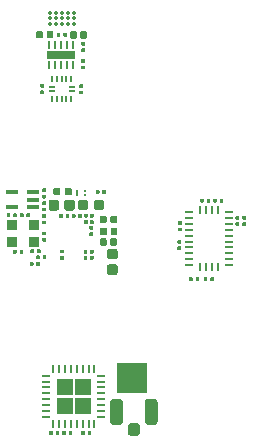
<source format=gbr>
G04 #@! TF.GenerationSoftware,KiCad,Pcbnew,(5.1.5)-3*
G04 #@! TF.CreationDate,2020-06-25T20:31:31-07:00*
G04 #@! TF.ProjectId,Miniscope-v4-Rigid-Flex,4d696e69-7363-46f7-9065-2d76342d5269,rev?*
G04 #@! TF.SameCoordinates,Original*
G04 #@! TF.FileFunction,Paste,Top*
G04 #@! TF.FilePolarity,Positive*
%FSLAX46Y46*%
G04 Gerber Fmt 4.6, Leading zero omitted, Abs format (unit mm)*
G04 Created by KiCad (PCBNEW (5.1.5)-3) date 2020-06-25 20:31:31*
%MOMM*%
%LPD*%
G04 APERTURE LIST*
%ADD10C,0.100000*%
%ADD11R,2.500000X2.500000*%
%ADD12R,1.350000X1.350000*%
%ADD13R,0.260000X0.680000*%
%ADD14R,0.680000X0.260000*%
%ADD15R,0.254000X0.675000*%
%ADD16R,0.675000X0.254000*%
%ADD17R,0.990000X0.340000*%
%ADD18R,0.880000X0.830000*%
%ADD19R,0.280000X0.170000*%
%ADD20R,0.280000X0.520000*%
%ADD21R,0.610000X0.220000*%
%ADD22R,0.220000X0.610000*%
%ADD23R,0.270000X0.640000*%
%ADD24R,2.390000X0.640000*%
%ADD25C,0.350000*%
G04 APERTURE END LIST*
D10*
G36*
X114741296Y-116868373D02*
G01*
X114748819Y-116869489D01*
X114756197Y-116871337D01*
X114763358Y-116873899D01*
X114770233Y-116877151D01*
X114776757Y-116881061D01*
X114782865Y-116885592D01*
X114788501Y-116890699D01*
X114793608Y-116896335D01*
X114798139Y-116902443D01*
X114802049Y-116908967D01*
X114805301Y-116915842D01*
X114807863Y-116923003D01*
X114809711Y-116930381D01*
X114810827Y-116937904D01*
X114811200Y-116945500D01*
X114811200Y-117130500D01*
X114810827Y-117138096D01*
X114809711Y-117145619D01*
X114807863Y-117152997D01*
X114805301Y-117160158D01*
X114802049Y-117167033D01*
X114798139Y-117173557D01*
X114793608Y-117179665D01*
X114788501Y-117185301D01*
X114782865Y-117190408D01*
X114776757Y-117194939D01*
X114770233Y-117198849D01*
X114763358Y-117202101D01*
X114756197Y-117204663D01*
X114748819Y-117206511D01*
X114741296Y-117207627D01*
X114733700Y-117208000D01*
X114578700Y-117208000D01*
X114571104Y-117207627D01*
X114563581Y-117206511D01*
X114556203Y-117204663D01*
X114549042Y-117202101D01*
X114542167Y-117198849D01*
X114535643Y-117194939D01*
X114529535Y-117190408D01*
X114523899Y-117185301D01*
X114518792Y-117179665D01*
X114514261Y-117173557D01*
X114510351Y-117167033D01*
X114507099Y-117160158D01*
X114504537Y-117152997D01*
X114502689Y-117145619D01*
X114501573Y-117138096D01*
X114501200Y-117130500D01*
X114501200Y-116945500D01*
X114501573Y-116937904D01*
X114502689Y-116930381D01*
X114504537Y-116923003D01*
X114507099Y-116915842D01*
X114510351Y-116908967D01*
X114514261Y-116902443D01*
X114518792Y-116896335D01*
X114523899Y-116890699D01*
X114529535Y-116885592D01*
X114535643Y-116881061D01*
X114542167Y-116877151D01*
X114549042Y-116873899D01*
X114556203Y-116871337D01*
X114563581Y-116869489D01*
X114571104Y-116868373D01*
X114578700Y-116868000D01*
X114733700Y-116868000D01*
X114741296Y-116868373D01*
G37*
G36*
X115291296Y-116868373D02*
G01*
X115298819Y-116869489D01*
X115306197Y-116871337D01*
X115313358Y-116873899D01*
X115320233Y-116877151D01*
X115326757Y-116881061D01*
X115332865Y-116885592D01*
X115338501Y-116890699D01*
X115343608Y-116896335D01*
X115348139Y-116902443D01*
X115352049Y-116908967D01*
X115355301Y-116915842D01*
X115357863Y-116923003D01*
X115359711Y-116930381D01*
X115360827Y-116937904D01*
X115361200Y-116945500D01*
X115361200Y-117130500D01*
X115360827Y-117138096D01*
X115359711Y-117145619D01*
X115357863Y-117152997D01*
X115355301Y-117160158D01*
X115352049Y-117167033D01*
X115348139Y-117173557D01*
X115343608Y-117179665D01*
X115338501Y-117185301D01*
X115332865Y-117190408D01*
X115326757Y-117194939D01*
X115320233Y-117198849D01*
X115313358Y-117202101D01*
X115306197Y-117204663D01*
X115298819Y-117206511D01*
X115291296Y-117207627D01*
X115283700Y-117208000D01*
X115128700Y-117208000D01*
X115121104Y-117207627D01*
X115113581Y-117206511D01*
X115106203Y-117204663D01*
X115099042Y-117202101D01*
X115092167Y-117198849D01*
X115085643Y-117194939D01*
X115079535Y-117190408D01*
X115073899Y-117185301D01*
X115068792Y-117179665D01*
X115064261Y-117173557D01*
X115060351Y-117167033D01*
X115057099Y-117160158D01*
X115054537Y-117152997D01*
X115052689Y-117145619D01*
X115051573Y-117138096D01*
X115051200Y-117130500D01*
X115051200Y-116945500D01*
X115051573Y-116937904D01*
X115052689Y-116930381D01*
X115054537Y-116923003D01*
X115057099Y-116915842D01*
X115060351Y-116908967D01*
X115064261Y-116902443D01*
X115068792Y-116896335D01*
X115073899Y-116890699D01*
X115079535Y-116885592D01*
X115085643Y-116881061D01*
X115092167Y-116877151D01*
X115099042Y-116873899D01*
X115106203Y-116871337D01*
X115113581Y-116869489D01*
X115121104Y-116868373D01*
X115128700Y-116868000D01*
X115283700Y-116868000D01*
X115291296Y-116868373D01*
G37*
G36*
X116535896Y-116868373D02*
G01*
X116543419Y-116869489D01*
X116550797Y-116871337D01*
X116557958Y-116873899D01*
X116564833Y-116877151D01*
X116571357Y-116881061D01*
X116577465Y-116885592D01*
X116583101Y-116890699D01*
X116588208Y-116896335D01*
X116592739Y-116902443D01*
X116596649Y-116908967D01*
X116599901Y-116915842D01*
X116602463Y-116923003D01*
X116604311Y-116930381D01*
X116605427Y-116937904D01*
X116605800Y-116945500D01*
X116605800Y-117130500D01*
X116605427Y-117138096D01*
X116604311Y-117145619D01*
X116602463Y-117152997D01*
X116599901Y-117160158D01*
X116596649Y-117167033D01*
X116592739Y-117173557D01*
X116588208Y-117179665D01*
X116583101Y-117185301D01*
X116577465Y-117190408D01*
X116571357Y-117194939D01*
X116564833Y-117198849D01*
X116557958Y-117202101D01*
X116550797Y-117204663D01*
X116543419Y-117206511D01*
X116535896Y-117207627D01*
X116528300Y-117208000D01*
X116373300Y-117208000D01*
X116365704Y-117207627D01*
X116358181Y-117206511D01*
X116350803Y-117204663D01*
X116343642Y-117202101D01*
X116336767Y-117198849D01*
X116330243Y-117194939D01*
X116324135Y-117190408D01*
X116318499Y-117185301D01*
X116313392Y-117179665D01*
X116308861Y-117173557D01*
X116304951Y-117167033D01*
X116301699Y-117160158D01*
X116299137Y-117152997D01*
X116297289Y-117145619D01*
X116296173Y-117138096D01*
X116295800Y-117130500D01*
X116295800Y-116945500D01*
X116296173Y-116937904D01*
X116297289Y-116930381D01*
X116299137Y-116923003D01*
X116301699Y-116915842D01*
X116304951Y-116908967D01*
X116308861Y-116902443D01*
X116313392Y-116896335D01*
X116318499Y-116890699D01*
X116324135Y-116885592D01*
X116330243Y-116881061D01*
X116336767Y-116877151D01*
X116343642Y-116873899D01*
X116350803Y-116871337D01*
X116358181Y-116869489D01*
X116365704Y-116868373D01*
X116373300Y-116868000D01*
X116528300Y-116868000D01*
X116535896Y-116868373D01*
G37*
G36*
X115985896Y-116868373D02*
G01*
X115993419Y-116869489D01*
X116000797Y-116871337D01*
X116007958Y-116873899D01*
X116014833Y-116877151D01*
X116021357Y-116881061D01*
X116027465Y-116885592D01*
X116033101Y-116890699D01*
X116038208Y-116896335D01*
X116042739Y-116902443D01*
X116046649Y-116908967D01*
X116049901Y-116915842D01*
X116052463Y-116923003D01*
X116054311Y-116930381D01*
X116055427Y-116937904D01*
X116055800Y-116945500D01*
X116055800Y-117130500D01*
X116055427Y-117138096D01*
X116054311Y-117145619D01*
X116052463Y-117152997D01*
X116049901Y-117160158D01*
X116046649Y-117167033D01*
X116042739Y-117173557D01*
X116038208Y-117179665D01*
X116033101Y-117185301D01*
X116027465Y-117190408D01*
X116021357Y-117194939D01*
X116014833Y-117198849D01*
X116007958Y-117202101D01*
X116000797Y-117204663D01*
X115993419Y-117206511D01*
X115985896Y-117207627D01*
X115978300Y-117208000D01*
X115823300Y-117208000D01*
X115815704Y-117207627D01*
X115808181Y-117206511D01*
X115800803Y-117204663D01*
X115793642Y-117202101D01*
X115786767Y-117198849D01*
X115780243Y-117194939D01*
X115774135Y-117190408D01*
X115768499Y-117185301D01*
X115763392Y-117179665D01*
X115758861Y-117173557D01*
X115754951Y-117167033D01*
X115751699Y-117160158D01*
X115749137Y-117152997D01*
X115747289Y-117145619D01*
X115746173Y-117138096D01*
X115745800Y-117130500D01*
X115745800Y-116945500D01*
X115746173Y-116937904D01*
X115747289Y-116930381D01*
X115749137Y-116923003D01*
X115751699Y-116915842D01*
X115754951Y-116908967D01*
X115758861Y-116902443D01*
X115763392Y-116896335D01*
X115768499Y-116890699D01*
X115774135Y-116885592D01*
X115780243Y-116881061D01*
X115786767Y-116877151D01*
X115793642Y-116873899D01*
X115800803Y-116871337D01*
X115808181Y-116869489D01*
X115815704Y-116868373D01*
X115823300Y-116868000D01*
X115978300Y-116868000D01*
X115985896Y-116868373D01*
G37*
G36*
X102908696Y-129887773D02*
G01*
X102916219Y-129888889D01*
X102923597Y-129890737D01*
X102930758Y-129893299D01*
X102937633Y-129896551D01*
X102944157Y-129900461D01*
X102950265Y-129904992D01*
X102955901Y-129910099D01*
X102961008Y-129915735D01*
X102965539Y-129921843D01*
X102969449Y-129928367D01*
X102972701Y-129935242D01*
X102975263Y-129942403D01*
X102977111Y-129949781D01*
X102978227Y-129957304D01*
X102978600Y-129964900D01*
X102978600Y-130149900D01*
X102978227Y-130157496D01*
X102977111Y-130165019D01*
X102975263Y-130172397D01*
X102972701Y-130179558D01*
X102969449Y-130186433D01*
X102965539Y-130192957D01*
X102961008Y-130199065D01*
X102955901Y-130204701D01*
X102950265Y-130209808D01*
X102944157Y-130214339D01*
X102937633Y-130218249D01*
X102930758Y-130221501D01*
X102923597Y-130224063D01*
X102916219Y-130225911D01*
X102908696Y-130227027D01*
X102901100Y-130227400D01*
X102746100Y-130227400D01*
X102738504Y-130227027D01*
X102730981Y-130225911D01*
X102723603Y-130224063D01*
X102716442Y-130221501D01*
X102709567Y-130218249D01*
X102703043Y-130214339D01*
X102696935Y-130209808D01*
X102691299Y-130204701D01*
X102686192Y-130199065D01*
X102681661Y-130192957D01*
X102677751Y-130186433D01*
X102674499Y-130179558D01*
X102671937Y-130172397D01*
X102670089Y-130165019D01*
X102668973Y-130157496D01*
X102668600Y-130149900D01*
X102668600Y-129964900D01*
X102668973Y-129957304D01*
X102670089Y-129949781D01*
X102671937Y-129942403D01*
X102674499Y-129935242D01*
X102677751Y-129928367D01*
X102681661Y-129921843D01*
X102686192Y-129915735D01*
X102691299Y-129910099D01*
X102696935Y-129904992D01*
X102703043Y-129900461D01*
X102709567Y-129896551D01*
X102716442Y-129893299D01*
X102723603Y-129890737D01*
X102730981Y-129888889D01*
X102738504Y-129887773D01*
X102746100Y-129887400D01*
X102901100Y-129887400D01*
X102908696Y-129887773D01*
G37*
G36*
X103458696Y-129887773D02*
G01*
X103466219Y-129888889D01*
X103473597Y-129890737D01*
X103480758Y-129893299D01*
X103487633Y-129896551D01*
X103494157Y-129900461D01*
X103500265Y-129904992D01*
X103505901Y-129910099D01*
X103511008Y-129915735D01*
X103515539Y-129921843D01*
X103519449Y-129928367D01*
X103522701Y-129935242D01*
X103525263Y-129942403D01*
X103527111Y-129949781D01*
X103528227Y-129957304D01*
X103528600Y-129964900D01*
X103528600Y-130149900D01*
X103528227Y-130157496D01*
X103527111Y-130165019D01*
X103525263Y-130172397D01*
X103522701Y-130179558D01*
X103519449Y-130186433D01*
X103515539Y-130192957D01*
X103511008Y-130199065D01*
X103505901Y-130204701D01*
X103500265Y-130209808D01*
X103494157Y-130214339D01*
X103487633Y-130218249D01*
X103480758Y-130221501D01*
X103473597Y-130224063D01*
X103466219Y-130225911D01*
X103458696Y-130227027D01*
X103451100Y-130227400D01*
X103296100Y-130227400D01*
X103288504Y-130227027D01*
X103280981Y-130225911D01*
X103273603Y-130224063D01*
X103266442Y-130221501D01*
X103259567Y-130218249D01*
X103253043Y-130214339D01*
X103246935Y-130209808D01*
X103241299Y-130204701D01*
X103236192Y-130199065D01*
X103231661Y-130192957D01*
X103227751Y-130186433D01*
X103224499Y-130179558D01*
X103221937Y-130172397D01*
X103220089Y-130165019D01*
X103218973Y-130157496D01*
X103218600Y-130149900D01*
X103218600Y-129964900D01*
X103218973Y-129957304D01*
X103220089Y-129949781D01*
X103221937Y-129942403D01*
X103224499Y-129935242D01*
X103227751Y-129928367D01*
X103231661Y-129921843D01*
X103236192Y-129915735D01*
X103241299Y-129910099D01*
X103246935Y-129904992D01*
X103253043Y-129900461D01*
X103259567Y-129896551D01*
X103266442Y-129893299D01*
X103273603Y-129890737D01*
X103280981Y-129888889D01*
X103288504Y-129887773D01*
X103296100Y-129887400D01*
X103451100Y-129887400D01*
X103458696Y-129887773D01*
G37*
D11*
X109677400Y-125386600D03*
D12*
X105511800Y-126173400D03*
X103961800Y-126173400D03*
X105511800Y-127723400D03*
X103961800Y-127723400D03*
D13*
X102986800Y-124613400D03*
X103486800Y-124613400D03*
X103986800Y-124613400D03*
X104486800Y-124613400D03*
X104986800Y-124613400D03*
X105486800Y-124613400D03*
X105986800Y-124613400D03*
X106486800Y-124613400D03*
D14*
X107071800Y-125198400D03*
X107071800Y-125698400D03*
X107071800Y-126198400D03*
X107071800Y-126698400D03*
X107071800Y-127198400D03*
X107071800Y-127698400D03*
X107071800Y-128198400D03*
X107071800Y-128698400D03*
D13*
X106486800Y-129283400D03*
X105986800Y-129283400D03*
X105486800Y-129283400D03*
X104986800Y-129283400D03*
X104486800Y-129283400D03*
X103986800Y-129283400D03*
X103486800Y-129283400D03*
X102986800Y-129283400D03*
D14*
X102401800Y-128698400D03*
X102401800Y-128198400D03*
X102401800Y-127698400D03*
X102401800Y-127198400D03*
X102401800Y-126698400D03*
X102401800Y-126198400D03*
X102401800Y-125698400D03*
X102401800Y-125198400D03*
D10*
G36*
X110104304Y-129235504D02*
G01*
X110128573Y-129239104D01*
X110152371Y-129245065D01*
X110175471Y-129253330D01*
X110197649Y-129263820D01*
X110218693Y-129276433D01*
X110238398Y-129291047D01*
X110256577Y-129307523D01*
X110273053Y-129325702D01*
X110287667Y-129345407D01*
X110300280Y-129366451D01*
X110310770Y-129388629D01*
X110319035Y-129411729D01*
X110324996Y-129435527D01*
X110328596Y-129459796D01*
X110329800Y-129484300D01*
X110329800Y-130034300D01*
X110328596Y-130058804D01*
X110324996Y-130083073D01*
X110319035Y-130106871D01*
X110310770Y-130129971D01*
X110300280Y-130152149D01*
X110287667Y-130173193D01*
X110273053Y-130192898D01*
X110256577Y-130211077D01*
X110238398Y-130227553D01*
X110218693Y-130242167D01*
X110197649Y-130254780D01*
X110175471Y-130265270D01*
X110152371Y-130273535D01*
X110128573Y-130279496D01*
X110104304Y-130283096D01*
X110079800Y-130284300D01*
X109579800Y-130284300D01*
X109555296Y-130283096D01*
X109531027Y-130279496D01*
X109507229Y-130273535D01*
X109484129Y-130265270D01*
X109461951Y-130254780D01*
X109440907Y-130242167D01*
X109421202Y-130227553D01*
X109403023Y-130211077D01*
X109386547Y-130192898D01*
X109371933Y-130173193D01*
X109359320Y-130152149D01*
X109348830Y-130129971D01*
X109340565Y-130106871D01*
X109334604Y-130083073D01*
X109331004Y-130058804D01*
X109329800Y-130034300D01*
X109329800Y-129484300D01*
X109331004Y-129459796D01*
X109334604Y-129435527D01*
X109340565Y-129411729D01*
X109348830Y-129388629D01*
X109359320Y-129366451D01*
X109371933Y-129345407D01*
X109386547Y-129325702D01*
X109403023Y-129307523D01*
X109421202Y-129291047D01*
X109440907Y-129276433D01*
X109461951Y-129263820D01*
X109484129Y-129253330D01*
X109507229Y-129245065D01*
X109531027Y-129239104D01*
X109555296Y-129235504D01*
X109579800Y-129234300D01*
X110079800Y-129234300D01*
X110104304Y-129235504D01*
G37*
G36*
X108643029Y-127158064D02*
G01*
X108668511Y-127161844D01*
X108693500Y-127168103D01*
X108717754Y-127176782D01*
X108741042Y-127187796D01*
X108763137Y-127201039D01*
X108783828Y-127216385D01*
X108802916Y-127233684D01*
X108820215Y-127252772D01*
X108835561Y-127273463D01*
X108848804Y-127295558D01*
X108859818Y-127318846D01*
X108868497Y-127343100D01*
X108874756Y-127368089D01*
X108878536Y-127393571D01*
X108879800Y-127419300D01*
X108879800Y-129094300D01*
X108878536Y-129120029D01*
X108874756Y-129145511D01*
X108868497Y-129170500D01*
X108859818Y-129194754D01*
X108848804Y-129218042D01*
X108835561Y-129240137D01*
X108820215Y-129260828D01*
X108802916Y-129279916D01*
X108783828Y-129297215D01*
X108763137Y-129312561D01*
X108741042Y-129325804D01*
X108717754Y-129336818D01*
X108693500Y-129345497D01*
X108668511Y-129351756D01*
X108643029Y-129355536D01*
X108617300Y-129356800D01*
X108092300Y-129356800D01*
X108066571Y-129355536D01*
X108041089Y-129351756D01*
X108016100Y-129345497D01*
X107991846Y-129336818D01*
X107968558Y-129325804D01*
X107946463Y-129312561D01*
X107925772Y-129297215D01*
X107906684Y-129279916D01*
X107889385Y-129260828D01*
X107874039Y-129240137D01*
X107860796Y-129218042D01*
X107849782Y-129194754D01*
X107841103Y-129170500D01*
X107834844Y-129145511D01*
X107831064Y-129120029D01*
X107829800Y-129094300D01*
X107829800Y-127419300D01*
X107831064Y-127393571D01*
X107834844Y-127368089D01*
X107841103Y-127343100D01*
X107849782Y-127318846D01*
X107860796Y-127295558D01*
X107874039Y-127273463D01*
X107889385Y-127252772D01*
X107906684Y-127233684D01*
X107925772Y-127216385D01*
X107946463Y-127201039D01*
X107968558Y-127187796D01*
X107991846Y-127176782D01*
X108016100Y-127168103D01*
X108041089Y-127161844D01*
X108066571Y-127158064D01*
X108092300Y-127156800D01*
X108617300Y-127156800D01*
X108643029Y-127158064D01*
G37*
G36*
X111593029Y-127158064D02*
G01*
X111618511Y-127161844D01*
X111643500Y-127168103D01*
X111667754Y-127176782D01*
X111691042Y-127187796D01*
X111713137Y-127201039D01*
X111733828Y-127216385D01*
X111752916Y-127233684D01*
X111770215Y-127252772D01*
X111785561Y-127273463D01*
X111798804Y-127295558D01*
X111809818Y-127318846D01*
X111818497Y-127343100D01*
X111824756Y-127368089D01*
X111828536Y-127393571D01*
X111829800Y-127419300D01*
X111829800Y-129094300D01*
X111828536Y-129120029D01*
X111824756Y-129145511D01*
X111818497Y-129170500D01*
X111809818Y-129194754D01*
X111798804Y-129218042D01*
X111785561Y-129240137D01*
X111770215Y-129260828D01*
X111752916Y-129279916D01*
X111733828Y-129297215D01*
X111713137Y-129312561D01*
X111691042Y-129325804D01*
X111667754Y-129336818D01*
X111643500Y-129345497D01*
X111618511Y-129351756D01*
X111593029Y-129355536D01*
X111567300Y-129356800D01*
X111042300Y-129356800D01*
X111016571Y-129355536D01*
X110991089Y-129351756D01*
X110966100Y-129345497D01*
X110941846Y-129336818D01*
X110918558Y-129325804D01*
X110896463Y-129312561D01*
X110875772Y-129297215D01*
X110856684Y-129279916D01*
X110839385Y-129260828D01*
X110824039Y-129240137D01*
X110810796Y-129218042D01*
X110799782Y-129194754D01*
X110791103Y-129170500D01*
X110784844Y-129145511D01*
X110781064Y-129120029D01*
X110779800Y-129094300D01*
X110779800Y-127419300D01*
X110781064Y-127393571D01*
X110784844Y-127368089D01*
X110791103Y-127343100D01*
X110799782Y-127318846D01*
X110810796Y-127295558D01*
X110824039Y-127273463D01*
X110839385Y-127252772D01*
X110856684Y-127233684D01*
X110875772Y-127216385D01*
X110896463Y-127201039D01*
X110918558Y-127187796D01*
X110941846Y-127176782D01*
X110966100Y-127168103D01*
X110991089Y-127161844D01*
X111016571Y-127158064D01*
X111042300Y-127156800D01*
X111567300Y-127156800D01*
X111593029Y-127158064D01*
G37*
G36*
X117323296Y-110204173D02*
G01*
X117330819Y-110205289D01*
X117338197Y-110207137D01*
X117345358Y-110209699D01*
X117352233Y-110212951D01*
X117358757Y-110216861D01*
X117364865Y-110221392D01*
X117370501Y-110226499D01*
X117375608Y-110232135D01*
X117380139Y-110238243D01*
X117384049Y-110244767D01*
X117387301Y-110251642D01*
X117389863Y-110258803D01*
X117391711Y-110266181D01*
X117392827Y-110273704D01*
X117393200Y-110281300D01*
X117393200Y-110466300D01*
X117392827Y-110473896D01*
X117391711Y-110481419D01*
X117389863Y-110488797D01*
X117387301Y-110495958D01*
X117384049Y-110502833D01*
X117380139Y-110509357D01*
X117375608Y-110515465D01*
X117370501Y-110521101D01*
X117364865Y-110526208D01*
X117358757Y-110530739D01*
X117352233Y-110534649D01*
X117345358Y-110537901D01*
X117338197Y-110540463D01*
X117330819Y-110542311D01*
X117323296Y-110543427D01*
X117315700Y-110543800D01*
X117160700Y-110543800D01*
X117153104Y-110543427D01*
X117145581Y-110542311D01*
X117138203Y-110540463D01*
X117131042Y-110537901D01*
X117124167Y-110534649D01*
X117117643Y-110530739D01*
X117111535Y-110526208D01*
X117105899Y-110521101D01*
X117100792Y-110515465D01*
X117096261Y-110509357D01*
X117092351Y-110502833D01*
X117089099Y-110495958D01*
X117086537Y-110488797D01*
X117084689Y-110481419D01*
X117083573Y-110473896D01*
X117083200Y-110466300D01*
X117083200Y-110281300D01*
X117083573Y-110273704D01*
X117084689Y-110266181D01*
X117086537Y-110258803D01*
X117089099Y-110251642D01*
X117092351Y-110244767D01*
X117096261Y-110238243D01*
X117100792Y-110232135D01*
X117105899Y-110226499D01*
X117111535Y-110221392D01*
X117117643Y-110216861D01*
X117124167Y-110212951D01*
X117131042Y-110209699D01*
X117138203Y-110207137D01*
X117145581Y-110205289D01*
X117153104Y-110204173D01*
X117160700Y-110203800D01*
X117315700Y-110203800D01*
X117323296Y-110204173D01*
G37*
G36*
X116773296Y-110204173D02*
G01*
X116780819Y-110205289D01*
X116788197Y-110207137D01*
X116795358Y-110209699D01*
X116802233Y-110212951D01*
X116808757Y-110216861D01*
X116814865Y-110221392D01*
X116820501Y-110226499D01*
X116825608Y-110232135D01*
X116830139Y-110238243D01*
X116834049Y-110244767D01*
X116837301Y-110251642D01*
X116839863Y-110258803D01*
X116841711Y-110266181D01*
X116842827Y-110273704D01*
X116843200Y-110281300D01*
X116843200Y-110466300D01*
X116842827Y-110473896D01*
X116841711Y-110481419D01*
X116839863Y-110488797D01*
X116837301Y-110495958D01*
X116834049Y-110502833D01*
X116830139Y-110509357D01*
X116825608Y-110515465D01*
X116820501Y-110521101D01*
X116814865Y-110526208D01*
X116808757Y-110530739D01*
X116802233Y-110534649D01*
X116795358Y-110537901D01*
X116788197Y-110540463D01*
X116780819Y-110542311D01*
X116773296Y-110543427D01*
X116765700Y-110543800D01*
X116610700Y-110543800D01*
X116603104Y-110543427D01*
X116595581Y-110542311D01*
X116588203Y-110540463D01*
X116581042Y-110537901D01*
X116574167Y-110534649D01*
X116567643Y-110530739D01*
X116561535Y-110526208D01*
X116555899Y-110521101D01*
X116550792Y-110515465D01*
X116546261Y-110509357D01*
X116542351Y-110502833D01*
X116539099Y-110495958D01*
X116536537Y-110488797D01*
X116534689Y-110481419D01*
X116533573Y-110473896D01*
X116533200Y-110466300D01*
X116533200Y-110281300D01*
X116533573Y-110273704D01*
X116534689Y-110266181D01*
X116536537Y-110258803D01*
X116539099Y-110251642D01*
X116542351Y-110244767D01*
X116546261Y-110238243D01*
X116550792Y-110232135D01*
X116555899Y-110226499D01*
X116561535Y-110221392D01*
X116567643Y-110216861D01*
X116574167Y-110212951D01*
X116581042Y-110209699D01*
X116588203Y-110207137D01*
X116595581Y-110205289D01*
X116603104Y-110204173D01*
X116610700Y-110203800D01*
X116765700Y-110203800D01*
X116773296Y-110204173D01*
G37*
G36*
X118699296Y-111674173D02*
G01*
X118706819Y-111675289D01*
X118714197Y-111677137D01*
X118721358Y-111679699D01*
X118728233Y-111682951D01*
X118734757Y-111686861D01*
X118740865Y-111691392D01*
X118746501Y-111696499D01*
X118751608Y-111702135D01*
X118756139Y-111708243D01*
X118760049Y-111714767D01*
X118763301Y-111721642D01*
X118765863Y-111728803D01*
X118767711Y-111736181D01*
X118768827Y-111743704D01*
X118769200Y-111751300D01*
X118769200Y-111906300D01*
X118768827Y-111913896D01*
X118767711Y-111921419D01*
X118765863Y-111928797D01*
X118763301Y-111935958D01*
X118760049Y-111942833D01*
X118756139Y-111949357D01*
X118751608Y-111955465D01*
X118746501Y-111961101D01*
X118740865Y-111966208D01*
X118734757Y-111970739D01*
X118728233Y-111974649D01*
X118721358Y-111977901D01*
X118714197Y-111980463D01*
X118706819Y-111982311D01*
X118699296Y-111983427D01*
X118691700Y-111983800D01*
X118506700Y-111983800D01*
X118499104Y-111983427D01*
X118491581Y-111982311D01*
X118484203Y-111980463D01*
X118477042Y-111977901D01*
X118470167Y-111974649D01*
X118463643Y-111970739D01*
X118457535Y-111966208D01*
X118451899Y-111961101D01*
X118446792Y-111955465D01*
X118442261Y-111949357D01*
X118438351Y-111942833D01*
X118435099Y-111935958D01*
X118432537Y-111928797D01*
X118430689Y-111921419D01*
X118429573Y-111913896D01*
X118429200Y-111906300D01*
X118429200Y-111751300D01*
X118429573Y-111743704D01*
X118430689Y-111736181D01*
X118432537Y-111728803D01*
X118435099Y-111721642D01*
X118438351Y-111714767D01*
X118442261Y-111708243D01*
X118446792Y-111702135D01*
X118451899Y-111696499D01*
X118457535Y-111691392D01*
X118463643Y-111686861D01*
X118470167Y-111682951D01*
X118477042Y-111679699D01*
X118484203Y-111677137D01*
X118491581Y-111675289D01*
X118499104Y-111674173D01*
X118506700Y-111673800D01*
X118691700Y-111673800D01*
X118699296Y-111674173D01*
G37*
G36*
X118699296Y-112224173D02*
G01*
X118706819Y-112225289D01*
X118714197Y-112227137D01*
X118721358Y-112229699D01*
X118728233Y-112232951D01*
X118734757Y-112236861D01*
X118740865Y-112241392D01*
X118746501Y-112246499D01*
X118751608Y-112252135D01*
X118756139Y-112258243D01*
X118760049Y-112264767D01*
X118763301Y-112271642D01*
X118765863Y-112278803D01*
X118767711Y-112286181D01*
X118768827Y-112293704D01*
X118769200Y-112301300D01*
X118769200Y-112456300D01*
X118768827Y-112463896D01*
X118767711Y-112471419D01*
X118765863Y-112478797D01*
X118763301Y-112485958D01*
X118760049Y-112492833D01*
X118756139Y-112499357D01*
X118751608Y-112505465D01*
X118746501Y-112511101D01*
X118740865Y-112516208D01*
X118734757Y-112520739D01*
X118728233Y-112524649D01*
X118721358Y-112527901D01*
X118714197Y-112530463D01*
X118706819Y-112532311D01*
X118699296Y-112533427D01*
X118691700Y-112533800D01*
X118506700Y-112533800D01*
X118499104Y-112533427D01*
X118491581Y-112532311D01*
X118484203Y-112530463D01*
X118477042Y-112527901D01*
X118470167Y-112524649D01*
X118463643Y-112520739D01*
X118457535Y-112516208D01*
X118451899Y-112511101D01*
X118446792Y-112505465D01*
X118442261Y-112499357D01*
X118438351Y-112492833D01*
X118435099Y-112485958D01*
X118432537Y-112478797D01*
X118430689Y-112471419D01*
X118429573Y-112463896D01*
X118429200Y-112456300D01*
X118429200Y-112301300D01*
X118429573Y-112293704D01*
X118430689Y-112286181D01*
X118432537Y-112278803D01*
X118435099Y-112271642D01*
X118438351Y-112264767D01*
X118442261Y-112258243D01*
X118446792Y-112252135D01*
X118451899Y-112246499D01*
X118457535Y-112241392D01*
X118463643Y-112236861D01*
X118470167Y-112232951D01*
X118477042Y-112229699D01*
X118484203Y-112227137D01*
X118491581Y-112225289D01*
X118499104Y-112224173D01*
X118506700Y-112223800D01*
X118691700Y-112223800D01*
X118699296Y-112224173D01*
G37*
G36*
X119283496Y-111674173D02*
G01*
X119291019Y-111675289D01*
X119298397Y-111677137D01*
X119305558Y-111679699D01*
X119312433Y-111682951D01*
X119318957Y-111686861D01*
X119325065Y-111691392D01*
X119330701Y-111696499D01*
X119335808Y-111702135D01*
X119340339Y-111708243D01*
X119344249Y-111714767D01*
X119347501Y-111721642D01*
X119350063Y-111728803D01*
X119351911Y-111736181D01*
X119353027Y-111743704D01*
X119353400Y-111751300D01*
X119353400Y-111906300D01*
X119353027Y-111913896D01*
X119351911Y-111921419D01*
X119350063Y-111928797D01*
X119347501Y-111935958D01*
X119344249Y-111942833D01*
X119340339Y-111949357D01*
X119335808Y-111955465D01*
X119330701Y-111961101D01*
X119325065Y-111966208D01*
X119318957Y-111970739D01*
X119312433Y-111974649D01*
X119305558Y-111977901D01*
X119298397Y-111980463D01*
X119291019Y-111982311D01*
X119283496Y-111983427D01*
X119275900Y-111983800D01*
X119090900Y-111983800D01*
X119083304Y-111983427D01*
X119075781Y-111982311D01*
X119068403Y-111980463D01*
X119061242Y-111977901D01*
X119054367Y-111974649D01*
X119047843Y-111970739D01*
X119041735Y-111966208D01*
X119036099Y-111961101D01*
X119030992Y-111955465D01*
X119026461Y-111949357D01*
X119022551Y-111942833D01*
X119019299Y-111935958D01*
X119016737Y-111928797D01*
X119014889Y-111921419D01*
X119013773Y-111913896D01*
X119013400Y-111906300D01*
X119013400Y-111751300D01*
X119013773Y-111743704D01*
X119014889Y-111736181D01*
X119016737Y-111728803D01*
X119019299Y-111721642D01*
X119022551Y-111714767D01*
X119026461Y-111708243D01*
X119030992Y-111702135D01*
X119036099Y-111696499D01*
X119041735Y-111691392D01*
X119047843Y-111686861D01*
X119054367Y-111682951D01*
X119061242Y-111679699D01*
X119068403Y-111677137D01*
X119075781Y-111675289D01*
X119083304Y-111674173D01*
X119090900Y-111673800D01*
X119275900Y-111673800D01*
X119283496Y-111674173D01*
G37*
G36*
X119283496Y-112224173D02*
G01*
X119291019Y-112225289D01*
X119298397Y-112227137D01*
X119305558Y-112229699D01*
X119312433Y-112232951D01*
X119318957Y-112236861D01*
X119325065Y-112241392D01*
X119330701Y-112246499D01*
X119335808Y-112252135D01*
X119340339Y-112258243D01*
X119344249Y-112264767D01*
X119347501Y-112271642D01*
X119350063Y-112278803D01*
X119351911Y-112286181D01*
X119353027Y-112293704D01*
X119353400Y-112301300D01*
X119353400Y-112456300D01*
X119353027Y-112463896D01*
X119351911Y-112471419D01*
X119350063Y-112478797D01*
X119347501Y-112485958D01*
X119344249Y-112492833D01*
X119340339Y-112499357D01*
X119335808Y-112505465D01*
X119330701Y-112511101D01*
X119325065Y-112516208D01*
X119318957Y-112520739D01*
X119312433Y-112524649D01*
X119305558Y-112527901D01*
X119298397Y-112530463D01*
X119291019Y-112532311D01*
X119283496Y-112533427D01*
X119275900Y-112533800D01*
X119090900Y-112533800D01*
X119083304Y-112533427D01*
X119075781Y-112532311D01*
X119068403Y-112530463D01*
X119061242Y-112527901D01*
X119054367Y-112524649D01*
X119047843Y-112520739D01*
X119041735Y-112516208D01*
X119036099Y-112511101D01*
X119030992Y-112505465D01*
X119026461Y-112499357D01*
X119022551Y-112492833D01*
X119019299Y-112485958D01*
X119016737Y-112478797D01*
X119014889Y-112471419D01*
X119013773Y-112463896D01*
X119013400Y-112456300D01*
X119013400Y-112301300D01*
X119013773Y-112293704D01*
X119014889Y-112286181D01*
X119016737Y-112278803D01*
X119019299Y-112271642D01*
X119022551Y-112264767D01*
X119026461Y-112258243D01*
X119030992Y-112252135D01*
X119036099Y-112246499D01*
X119041735Y-112241392D01*
X119047843Y-112236861D01*
X119054367Y-112232951D01*
X119061242Y-112229699D01*
X119068403Y-112227137D01*
X119075781Y-112225289D01*
X119083304Y-112224173D01*
X119090900Y-112223800D01*
X119275900Y-112223800D01*
X119283496Y-112224173D01*
G37*
G36*
X116231096Y-110204173D02*
G01*
X116238619Y-110205289D01*
X116245997Y-110207137D01*
X116253158Y-110209699D01*
X116260033Y-110212951D01*
X116266557Y-110216861D01*
X116272665Y-110221392D01*
X116278301Y-110226499D01*
X116283408Y-110232135D01*
X116287939Y-110238243D01*
X116291849Y-110244767D01*
X116295101Y-110251642D01*
X116297663Y-110258803D01*
X116299511Y-110266181D01*
X116300627Y-110273704D01*
X116301000Y-110281300D01*
X116301000Y-110466300D01*
X116300627Y-110473896D01*
X116299511Y-110481419D01*
X116297663Y-110488797D01*
X116295101Y-110495958D01*
X116291849Y-110502833D01*
X116287939Y-110509357D01*
X116283408Y-110515465D01*
X116278301Y-110521101D01*
X116272665Y-110526208D01*
X116266557Y-110530739D01*
X116260033Y-110534649D01*
X116253158Y-110537901D01*
X116245997Y-110540463D01*
X116238619Y-110542311D01*
X116231096Y-110543427D01*
X116223500Y-110543800D01*
X116068500Y-110543800D01*
X116060904Y-110543427D01*
X116053381Y-110542311D01*
X116046003Y-110540463D01*
X116038842Y-110537901D01*
X116031967Y-110534649D01*
X116025443Y-110530739D01*
X116019335Y-110526208D01*
X116013699Y-110521101D01*
X116008592Y-110515465D01*
X116004061Y-110509357D01*
X116000151Y-110502833D01*
X115996899Y-110495958D01*
X115994337Y-110488797D01*
X115992489Y-110481419D01*
X115991373Y-110473896D01*
X115991000Y-110466300D01*
X115991000Y-110281300D01*
X115991373Y-110273704D01*
X115992489Y-110266181D01*
X115994337Y-110258803D01*
X115996899Y-110251642D01*
X116000151Y-110244767D01*
X116004061Y-110238243D01*
X116008592Y-110232135D01*
X116013699Y-110226499D01*
X116019335Y-110221392D01*
X116025443Y-110216861D01*
X116031967Y-110212951D01*
X116038842Y-110209699D01*
X116046003Y-110207137D01*
X116053381Y-110205289D01*
X116060904Y-110204173D01*
X116068500Y-110203800D01*
X116223500Y-110203800D01*
X116231096Y-110204173D01*
G37*
G36*
X115681096Y-110204173D02*
G01*
X115688619Y-110205289D01*
X115695997Y-110207137D01*
X115703158Y-110209699D01*
X115710033Y-110212951D01*
X115716557Y-110216861D01*
X115722665Y-110221392D01*
X115728301Y-110226499D01*
X115733408Y-110232135D01*
X115737939Y-110238243D01*
X115741849Y-110244767D01*
X115745101Y-110251642D01*
X115747663Y-110258803D01*
X115749511Y-110266181D01*
X115750627Y-110273704D01*
X115751000Y-110281300D01*
X115751000Y-110466300D01*
X115750627Y-110473896D01*
X115749511Y-110481419D01*
X115747663Y-110488797D01*
X115745101Y-110495958D01*
X115741849Y-110502833D01*
X115737939Y-110509357D01*
X115733408Y-110515465D01*
X115728301Y-110521101D01*
X115722665Y-110526208D01*
X115716557Y-110530739D01*
X115710033Y-110534649D01*
X115703158Y-110537901D01*
X115695997Y-110540463D01*
X115688619Y-110542311D01*
X115681096Y-110543427D01*
X115673500Y-110543800D01*
X115518500Y-110543800D01*
X115510904Y-110543427D01*
X115503381Y-110542311D01*
X115496003Y-110540463D01*
X115488842Y-110537901D01*
X115481967Y-110534649D01*
X115475443Y-110530739D01*
X115469335Y-110526208D01*
X115463699Y-110521101D01*
X115458592Y-110515465D01*
X115454061Y-110509357D01*
X115450151Y-110502833D01*
X115446899Y-110495958D01*
X115444337Y-110488797D01*
X115442489Y-110481419D01*
X115441373Y-110473896D01*
X115441000Y-110466300D01*
X115441000Y-110281300D01*
X115441373Y-110273704D01*
X115442489Y-110266181D01*
X115444337Y-110258803D01*
X115446899Y-110251642D01*
X115450151Y-110244767D01*
X115454061Y-110238243D01*
X115458592Y-110232135D01*
X115463699Y-110226499D01*
X115469335Y-110221392D01*
X115475443Y-110216861D01*
X115481967Y-110212951D01*
X115488842Y-110209699D01*
X115496003Y-110207137D01*
X115503381Y-110205289D01*
X115510904Y-110204173D01*
X115518500Y-110203800D01*
X115673500Y-110203800D01*
X115681096Y-110204173D01*
G37*
G36*
X113786696Y-114256173D02*
G01*
X113794219Y-114257289D01*
X113801597Y-114259137D01*
X113808758Y-114261699D01*
X113815633Y-114264951D01*
X113822157Y-114268861D01*
X113828265Y-114273392D01*
X113833901Y-114278499D01*
X113839008Y-114284135D01*
X113843539Y-114290243D01*
X113847449Y-114296767D01*
X113850701Y-114303642D01*
X113853263Y-114310803D01*
X113855111Y-114318181D01*
X113856227Y-114325704D01*
X113856600Y-114333300D01*
X113856600Y-114488300D01*
X113856227Y-114495896D01*
X113855111Y-114503419D01*
X113853263Y-114510797D01*
X113850701Y-114517958D01*
X113847449Y-114524833D01*
X113843539Y-114531357D01*
X113839008Y-114537465D01*
X113833901Y-114543101D01*
X113828265Y-114548208D01*
X113822157Y-114552739D01*
X113815633Y-114556649D01*
X113808758Y-114559901D01*
X113801597Y-114562463D01*
X113794219Y-114564311D01*
X113786696Y-114565427D01*
X113779100Y-114565800D01*
X113594100Y-114565800D01*
X113586504Y-114565427D01*
X113578981Y-114564311D01*
X113571603Y-114562463D01*
X113564442Y-114559901D01*
X113557567Y-114556649D01*
X113551043Y-114552739D01*
X113544935Y-114548208D01*
X113539299Y-114543101D01*
X113534192Y-114537465D01*
X113529661Y-114531357D01*
X113525751Y-114524833D01*
X113522499Y-114517958D01*
X113519937Y-114510797D01*
X113518089Y-114503419D01*
X113516973Y-114495896D01*
X113516600Y-114488300D01*
X113516600Y-114333300D01*
X113516973Y-114325704D01*
X113518089Y-114318181D01*
X113519937Y-114310803D01*
X113522499Y-114303642D01*
X113525751Y-114296767D01*
X113529661Y-114290243D01*
X113534192Y-114284135D01*
X113539299Y-114278499D01*
X113544935Y-114273392D01*
X113551043Y-114268861D01*
X113557567Y-114264951D01*
X113564442Y-114261699D01*
X113571603Y-114259137D01*
X113578981Y-114257289D01*
X113586504Y-114256173D01*
X113594100Y-114255800D01*
X113779100Y-114255800D01*
X113786696Y-114256173D01*
G37*
G36*
X113786696Y-113706173D02*
G01*
X113794219Y-113707289D01*
X113801597Y-113709137D01*
X113808758Y-113711699D01*
X113815633Y-113714951D01*
X113822157Y-113718861D01*
X113828265Y-113723392D01*
X113833901Y-113728499D01*
X113839008Y-113734135D01*
X113843539Y-113740243D01*
X113847449Y-113746767D01*
X113850701Y-113753642D01*
X113853263Y-113760803D01*
X113855111Y-113768181D01*
X113856227Y-113775704D01*
X113856600Y-113783300D01*
X113856600Y-113938300D01*
X113856227Y-113945896D01*
X113855111Y-113953419D01*
X113853263Y-113960797D01*
X113850701Y-113967958D01*
X113847449Y-113974833D01*
X113843539Y-113981357D01*
X113839008Y-113987465D01*
X113833901Y-113993101D01*
X113828265Y-113998208D01*
X113822157Y-114002739D01*
X113815633Y-114006649D01*
X113808758Y-114009901D01*
X113801597Y-114012463D01*
X113794219Y-114014311D01*
X113786696Y-114015427D01*
X113779100Y-114015800D01*
X113594100Y-114015800D01*
X113586504Y-114015427D01*
X113578981Y-114014311D01*
X113571603Y-114012463D01*
X113564442Y-114009901D01*
X113557567Y-114006649D01*
X113551043Y-114002739D01*
X113544935Y-113998208D01*
X113539299Y-113993101D01*
X113534192Y-113987465D01*
X113529661Y-113981357D01*
X113525751Y-113974833D01*
X113522499Y-113967958D01*
X113519937Y-113960797D01*
X113518089Y-113953419D01*
X113516973Y-113945896D01*
X113516600Y-113938300D01*
X113516600Y-113783300D01*
X113516973Y-113775704D01*
X113518089Y-113768181D01*
X113519937Y-113760803D01*
X113522499Y-113753642D01*
X113525751Y-113746767D01*
X113529661Y-113740243D01*
X113534192Y-113734135D01*
X113539299Y-113728499D01*
X113544935Y-113723392D01*
X113551043Y-113718861D01*
X113557567Y-113714951D01*
X113564442Y-113711699D01*
X113571603Y-113709137D01*
X113578981Y-113707289D01*
X113586504Y-113706173D01*
X113594100Y-113705800D01*
X113779100Y-113705800D01*
X113786696Y-113706173D01*
G37*
G36*
X113822496Y-112105973D02*
G01*
X113830019Y-112107089D01*
X113837397Y-112108937D01*
X113844558Y-112111499D01*
X113851433Y-112114751D01*
X113857957Y-112118661D01*
X113864065Y-112123192D01*
X113869701Y-112128299D01*
X113874808Y-112133935D01*
X113879339Y-112140043D01*
X113883249Y-112146567D01*
X113886501Y-112153442D01*
X113889063Y-112160603D01*
X113890911Y-112167981D01*
X113892027Y-112175504D01*
X113892400Y-112183100D01*
X113892400Y-112338100D01*
X113892027Y-112345696D01*
X113890911Y-112353219D01*
X113889063Y-112360597D01*
X113886501Y-112367758D01*
X113883249Y-112374633D01*
X113879339Y-112381157D01*
X113874808Y-112387265D01*
X113869701Y-112392901D01*
X113864065Y-112398008D01*
X113857957Y-112402539D01*
X113851433Y-112406449D01*
X113844558Y-112409701D01*
X113837397Y-112412263D01*
X113830019Y-112414111D01*
X113822496Y-112415227D01*
X113814900Y-112415600D01*
X113629900Y-112415600D01*
X113622304Y-112415227D01*
X113614781Y-112414111D01*
X113607403Y-112412263D01*
X113600242Y-112409701D01*
X113593367Y-112406449D01*
X113586843Y-112402539D01*
X113580735Y-112398008D01*
X113575099Y-112392901D01*
X113569992Y-112387265D01*
X113565461Y-112381157D01*
X113561551Y-112374633D01*
X113558299Y-112367758D01*
X113555737Y-112360597D01*
X113553889Y-112353219D01*
X113552773Y-112345696D01*
X113552400Y-112338100D01*
X113552400Y-112183100D01*
X113552773Y-112175504D01*
X113553889Y-112167981D01*
X113555737Y-112160603D01*
X113558299Y-112153442D01*
X113561551Y-112146567D01*
X113565461Y-112140043D01*
X113569992Y-112133935D01*
X113575099Y-112128299D01*
X113580735Y-112123192D01*
X113586843Y-112118661D01*
X113593367Y-112114751D01*
X113600242Y-112111499D01*
X113607403Y-112108937D01*
X113614781Y-112107089D01*
X113622304Y-112105973D01*
X113629900Y-112105600D01*
X113814900Y-112105600D01*
X113822496Y-112105973D01*
G37*
G36*
X113822496Y-112655973D02*
G01*
X113830019Y-112657089D01*
X113837397Y-112658937D01*
X113844558Y-112661499D01*
X113851433Y-112664751D01*
X113857957Y-112668661D01*
X113864065Y-112673192D01*
X113869701Y-112678299D01*
X113874808Y-112683935D01*
X113879339Y-112690043D01*
X113883249Y-112696567D01*
X113886501Y-112703442D01*
X113889063Y-112710603D01*
X113890911Y-112717981D01*
X113892027Y-112725504D01*
X113892400Y-112733100D01*
X113892400Y-112888100D01*
X113892027Y-112895696D01*
X113890911Y-112903219D01*
X113889063Y-112910597D01*
X113886501Y-112917758D01*
X113883249Y-112924633D01*
X113879339Y-112931157D01*
X113874808Y-112937265D01*
X113869701Y-112942901D01*
X113864065Y-112948008D01*
X113857957Y-112952539D01*
X113851433Y-112956449D01*
X113844558Y-112959701D01*
X113837397Y-112962263D01*
X113830019Y-112964111D01*
X113822496Y-112965227D01*
X113814900Y-112965600D01*
X113629900Y-112965600D01*
X113622304Y-112965227D01*
X113614781Y-112964111D01*
X113607403Y-112962263D01*
X113600242Y-112959701D01*
X113593367Y-112956449D01*
X113586843Y-112952539D01*
X113580735Y-112948008D01*
X113575099Y-112942901D01*
X113569992Y-112937265D01*
X113565461Y-112931157D01*
X113561551Y-112924633D01*
X113558299Y-112917758D01*
X113555737Y-112910597D01*
X113553889Y-112903219D01*
X113552773Y-112895696D01*
X113552400Y-112888100D01*
X113552400Y-112733100D01*
X113552773Y-112725504D01*
X113553889Y-112717981D01*
X113555737Y-112710603D01*
X113558299Y-112703442D01*
X113561551Y-112696567D01*
X113565461Y-112690043D01*
X113569992Y-112683935D01*
X113575099Y-112678299D01*
X113580735Y-112673192D01*
X113586843Y-112668661D01*
X113593367Y-112664751D01*
X113600242Y-112661499D01*
X113607403Y-112658937D01*
X113614781Y-112657089D01*
X113622304Y-112655973D01*
X113629900Y-112655600D01*
X113814900Y-112655600D01*
X113822496Y-112655973D01*
G37*
D15*
X115450200Y-115976100D03*
X115950200Y-115976100D03*
X116450200Y-115976100D03*
D16*
X114537700Y-115838600D03*
X114537700Y-115338600D03*
X114537700Y-114838600D03*
X114537700Y-114338600D03*
X114537700Y-113838600D03*
X114537700Y-113338600D03*
X114537700Y-112838600D03*
X114537700Y-112338600D03*
X114537700Y-111838600D03*
X117862700Y-115838600D03*
X117862700Y-115338600D03*
X117862700Y-114838600D03*
X117862700Y-114338600D03*
X117862700Y-113838600D03*
X117862700Y-113338600D03*
X117862700Y-112838600D03*
X117862700Y-112338600D03*
X117862700Y-111838600D03*
D15*
X115450200Y-111201100D03*
X115950200Y-111201100D03*
X116450200Y-111201100D03*
D16*
X117862700Y-111338600D03*
D15*
X116950200Y-111201100D03*
D16*
X114537700Y-111338600D03*
D15*
X116950200Y-115976100D03*
D10*
G36*
X105807096Y-114524973D02*
G01*
X105814619Y-114526089D01*
X105821997Y-114527937D01*
X105829158Y-114530499D01*
X105836033Y-114533751D01*
X105842557Y-114537661D01*
X105848665Y-114542192D01*
X105854301Y-114547299D01*
X105859408Y-114552935D01*
X105863939Y-114559043D01*
X105867849Y-114565567D01*
X105871101Y-114572442D01*
X105873663Y-114579603D01*
X105875511Y-114586981D01*
X105876627Y-114594504D01*
X105877000Y-114602100D01*
X105877000Y-114787100D01*
X105876627Y-114794696D01*
X105875511Y-114802219D01*
X105873663Y-114809597D01*
X105871101Y-114816758D01*
X105867849Y-114823633D01*
X105863939Y-114830157D01*
X105859408Y-114836265D01*
X105854301Y-114841901D01*
X105848665Y-114847008D01*
X105842557Y-114851539D01*
X105836033Y-114855449D01*
X105829158Y-114858701D01*
X105821997Y-114861263D01*
X105814619Y-114863111D01*
X105807096Y-114864227D01*
X105799500Y-114864600D01*
X105644500Y-114864600D01*
X105636904Y-114864227D01*
X105629381Y-114863111D01*
X105622003Y-114861263D01*
X105614842Y-114858701D01*
X105607967Y-114855449D01*
X105601443Y-114851539D01*
X105595335Y-114847008D01*
X105589699Y-114841901D01*
X105584592Y-114836265D01*
X105580061Y-114830157D01*
X105576151Y-114823633D01*
X105572899Y-114816758D01*
X105570337Y-114809597D01*
X105568489Y-114802219D01*
X105567373Y-114794696D01*
X105567000Y-114787100D01*
X105567000Y-114602100D01*
X105567373Y-114594504D01*
X105568489Y-114586981D01*
X105570337Y-114579603D01*
X105572899Y-114572442D01*
X105576151Y-114565567D01*
X105580061Y-114559043D01*
X105584592Y-114552935D01*
X105589699Y-114547299D01*
X105595335Y-114542192D01*
X105601443Y-114537661D01*
X105607967Y-114533751D01*
X105614842Y-114530499D01*
X105622003Y-114527937D01*
X105629381Y-114526089D01*
X105636904Y-114524973D01*
X105644500Y-114524600D01*
X105799500Y-114524600D01*
X105807096Y-114524973D01*
G37*
G36*
X106357096Y-114524973D02*
G01*
X106364619Y-114526089D01*
X106371997Y-114527937D01*
X106379158Y-114530499D01*
X106386033Y-114533751D01*
X106392557Y-114537661D01*
X106398665Y-114542192D01*
X106404301Y-114547299D01*
X106409408Y-114552935D01*
X106413939Y-114559043D01*
X106417849Y-114565567D01*
X106421101Y-114572442D01*
X106423663Y-114579603D01*
X106425511Y-114586981D01*
X106426627Y-114594504D01*
X106427000Y-114602100D01*
X106427000Y-114787100D01*
X106426627Y-114794696D01*
X106425511Y-114802219D01*
X106423663Y-114809597D01*
X106421101Y-114816758D01*
X106417849Y-114823633D01*
X106413939Y-114830157D01*
X106409408Y-114836265D01*
X106404301Y-114841901D01*
X106398665Y-114847008D01*
X106392557Y-114851539D01*
X106386033Y-114855449D01*
X106379158Y-114858701D01*
X106371997Y-114861263D01*
X106364619Y-114863111D01*
X106357096Y-114864227D01*
X106349500Y-114864600D01*
X106194500Y-114864600D01*
X106186904Y-114864227D01*
X106179381Y-114863111D01*
X106172003Y-114861263D01*
X106164842Y-114858701D01*
X106157967Y-114855449D01*
X106151443Y-114851539D01*
X106145335Y-114847008D01*
X106139699Y-114841901D01*
X106134592Y-114836265D01*
X106130061Y-114830157D01*
X106126151Y-114823633D01*
X106122899Y-114816758D01*
X106120337Y-114809597D01*
X106118489Y-114802219D01*
X106117373Y-114794696D01*
X106117000Y-114787100D01*
X106117000Y-114602100D01*
X106117373Y-114594504D01*
X106118489Y-114586981D01*
X106120337Y-114579603D01*
X106122899Y-114572442D01*
X106126151Y-114565567D01*
X106130061Y-114559043D01*
X106134592Y-114552935D01*
X106139699Y-114547299D01*
X106145335Y-114542192D01*
X106151443Y-114537661D01*
X106157967Y-114533751D01*
X106164842Y-114530499D01*
X106172003Y-114527937D01*
X106179381Y-114526089D01*
X106186904Y-114524973D01*
X106194500Y-114524600D01*
X106349500Y-114524600D01*
X106357096Y-114524973D01*
G37*
G36*
X106325696Y-112512373D02*
G01*
X106333219Y-112513489D01*
X106340597Y-112515337D01*
X106347758Y-112517899D01*
X106354633Y-112521151D01*
X106361157Y-112525061D01*
X106367265Y-112529592D01*
X106372901Y-112534699D01*
X106378008Y-112540335D01*
X106382539Y-112546443D01*
X106386449Y-112552967D01*
X106389701Y-112559842D01*
X106392263Y-112567003D01*
X106394111Y-112574381D01*
X106395227Y-112581904D01*
X106395600Y-112589500D01*
X106395600Y-112744500D01*
X106395227Y-112752096D01*
X106394111Y-112759619D01*
X106392263Y-112766997D01*
X106389701Y-112774158D01*
X106386449Y-112781033D01*
X106382539Y-112787557D01*
X106378008Y-112793665D01*
X106372901Y-112799301D01*
X106367265Y-112804408D01*
X106361157Y-112808939D01*
X106354633Y-112812849D01*
X106347758Y-112816101D01*
X106340597Y-112818663D01*
X106333219Y-112820511D01*
X106325696Y-112821627D01*
X106318100Y-112822000D01*
X106133100Y-112822000D01*
X106125504Y-112821627D01*
X106117981Y-112820511D01*
X106110603Y-112818663D01*
X106103442Y-112816101D01*
X106096567Y-112812849D01*
X106090043Y-112808939D01*
X106083935Y-112804408D01*
X106078299Y-112799301D01*
X106073192Y-112793665D01*
X106068661Y-112787557D01*
X106064751Y-112781033D01*
X106061499Y-112774158D01*
X106058937Y-112766997D01*
X106057089Y-112759619D01*
X106055973Y-112752096D01*
X106055600Y-112744500D01*
X106055600Y-112589500D01*
X106055973Y-112581904D01*
X106057089Y-112574381D01*
X106058937Y-112567003D01*
X106061499Y-112559842D01*
X106064751Y-112552967D01*
X106068661Y-112546443D01*
X106073192Y-112540335D01*
X106078299Y-112534699D01*
X106083935Y-112529592D01*
X106090043Y-112525061D01*
X106096567Y-112521151D01*
X106103442Y-112517899D01*
X106110603Y-112515337D01*
X106117981Y-112513489D01*
X106125504Y-112512373D01*
X106133100Y-112512000D01*
X106318100Y-112512000D01*
X106325696Y-112512373D01*
G37*
G36*
X106325696Y-113062373D02*
G01*
X106333219Y-113063489D01*
X106340597Y-113065337D01*
X106347758Y-113067899D01*
X106354633Y-113071151D01*
X106361157Y-113075061D01*
X106367265Y-113079592D01*
X106372901Y-113084699D01*
X106378008Y-113090335D01*
X106382539Y-113096443D01*
X106386449Y-113102967D01*
X106389701Y-113109842D01*
X106392263Y-113117003D01*
X106394111Y-113124381D01*
X106395227Y-113131904D01*
X106395600Y-113139500D01*
X106395600Y-113294500D01*
X106395227Y-113302096D01*
X106394111Y-113309619D01*
X106392263Y-113316997D01*
X106389701Y-113324158D01*
X106386449Y-113331033D01*
X106382539Y-113337557D01*
X106378008Y-113343665D01*
X106372901Y-113349301D01*
X106367265Y-113354408D01*
X106361157Y-113358939D01*
X106354633Y-113362849D01*
X106347758Y-113366101D01*
X106340597Y-113368663D01*
X106333219Y-113370511D01*
X106325696Y-113371627D01*
X106318100Y-113372000D01*
X106133100Y-113372000D01*
X106125504Y-113371627D01*
X106117981Y-113370511D01*
X106110603Y-113368663D01*
X106103442Y-113366101D01*
X106096567Y-113362849D01*
X106090043Y-113358939D01*
X106083935Y-113354408D01*
X106078299Y-113349301D01*
X106073192Y-113343665D01*
X106068661Y-113337557D01*
X106064751Y-113331033D01*
X106061499Y-113324158D01*
X106058937Y-113316997D01*
X106057089Y-113309619D01*
X106055973Y-113302096D01*
X106055600Y-113294500D01*
X106055600Y-113139500D01*
X106055973Y-113131904D01*
X106057089Y-113124381D01*
X106058937Y-113117003D01*
X106061499Y-113109842D01*
X106064751Y-113102967D01*
X106068661Y-113096443D01*
X106073192Y-113090335D01*
X106078299Y-113084699D01*
X106083935Y-113079592D01*
X106090043Y-113075061D01*
X106096567Y-113071151D01*
X106103442Y-113067899D01*
X106110603Y-113065337D01*
X106117981Y-113063489D01*
X106125504Y-113062373D01*
X106133100Y-113062000D01*
X106318100Y-113062000D01*
X106325696Y-113062373D01*
G37*
G36*
X105868496Y-111496373D02*
G01*
X105876019Y-111497489D01*
X105883397Y-111499337D01*
X105890558Y-111501899D01*
X105897433Y-111505151D01*
X105903957Y-111509061D01*
X105910065Y-111513592D01*
X105915701Y-111518699D01*
X105920808Y-111524335D01*
X105925339Y-111530443D01*
X105929249Y-111536967D01*
X105932501Y-111543842D01*
X105935063Y-111551003D01*
X105936911Y-111558381D01*
X105938027Y-111565904D01*
X105938400Y-111573500D01*
X105938400Y-111728500D01*
X105938027Y-111736096D01*
X105936911Y-111743619D01*
X105935063Y-111750997D01*
X105932501Y-111758158D01*
X105929249Y-111765033D01*
X105925339Y-111771557D01*
X105920808Y-111777665D01*
X105915701Y-111783301D01*
X105910065Y-111788408D01*
X105903957Y-111792939D01*
X105897433Y-111796849D01*
X105890558Y-111800101D01*
X105883397Y-111802663D01*
X105876019Y-111804511D01*
X105868496Y-111805627D01*
X105860900Y-111806000D01*
X105675900Y-111806000D01*
X105668304Y-111805627D01*
X105660781Y-111804511D01*
X105653403Y-111802663D01*
X105646242Y-111800101D01*
X105639367Y-111796849D01*
X105632843Y-111792939D01*
X105626735Y-111788408D01*
X105621099Y-111783301D01*
X105615992Y-111777665D01*
X105611461Y-111771557D01*
X105607551Y-111765033D01*
X105604299Y-111758158D01*
X105601737Y-111750997D01*
X105599889Y-111743619D01*
X105598773Y-111736096D01*
X105598400Y-111728500D01*
X105598400Y-111573500D01*
X105598773Y-111565904D01*
X105599889Y-111558381D01*
X105601737Y-111551003D01*
X105604299Y-111543842D01*
X105607551Y-111536967D01*
X105611461Y-111530443D01*
X105615992Y-111524335D01*
X105621099Y-111518699D01*
X105626735Y-111513592D01*
X105632843Y-111509061D01*
X105639367Y-111505151D01*
X105646242Y-111501899D01*
X105653403Y-111499337D01*
X105660781Y-111497489D01*
X105668304Y-111496373D01*
X105675900Y-111496000D01*
X105860900Y-111496000D01*
X105868496Y-111496373D01*
G37*
G36*
X105868496Y-112046373D02*
G01*
X105876019Y-112047489D01*
X105883397Y-112049337D01*
X105890558Y-112051899D01*
X105897433Y-112055151D01*
X105903957Y-112059061D01*
X105910065Y-112063592D01*
X105915701Y-112068699D01*
X105920808Y-112074335D01*
X105925339Y-112080443D01*
X105929249Y-112086967D01*
X105932501Y-112093842D01*
X105935063Y-112101003D01*
X105936911Y-112108381D01*
X105938027Y-112115904D01*
X105938400Y-112123500D01*
X105938400Y-112278500D01*
X105938027Y-112286096D01*
X105936911Y-112293619D01*
X105935063Y-112300997D01*
X105932501Y-112308158D01*
X105929249Y-112315033D01*
X105925339Y-112321557D01*
X105920808Y-112327665D01*
X105915701Y-112333301D01*
X105910065Y-112338408D01*
X105903957Y-112342939D01*
X105897433Y-112346849D01*
X105890558Y-112350101D01*
X105883397Y-112352663D01*
X105876019Y-112354511D01*
X105868496Y-112355627D01*
X105860900Y-112356000D01*
X105675900Y-112356000D01*
X105668304Y-112355627D01*
X105660781Y-112354511D01*
X105653403Y-112352663D01*
X105646242Y-112350101D01*
X105639367Y-112346849D01*
X105632843Y-112342939D01*
X105626735Y-112338408D01*
X105621099Y-112333301D01*
X105615992Y-112327665D01*
X105611461Y-112321557D01*
X105607551Y-112315033D01*
X105604299Y-112308158D01*
X105601737Y-112300997D01*
X105599889Y-112293619D01*
X105598773Y-112286096D01*
X105598400Y-112278500D01*
X105598400Y-112123500D01*
X105598773Y-112115904D01*
X105599889Y-112108381D01*
X105601737Y-112101003D01*
X105604299Y-112093842D01*
X105607551Y-112086967D01*
X105611461Y-112080443D01*
X105615992Y-112074335D01*
X105621099Y-112068699D01*
X105626735Y-112063592D01*
X105632843Y-112059061D01*
X105639367Y-112055151D01*
X105646242Y-112051899D01*
X105653403Y-112049337D01*
X105660781Y-112047489D01*
X105668304Y-112046373D01*
X105675900Y-112046000D01*
X105860900Y-112046000D01*
X105868496Y-112046373D01*
G37*
G36*
X107387612Y-111662498D02*
G01*
X107401688Y-111664586D01*
X107415491Y-111668044D01*
X107428889Y-111672837D01*
X107441753Y-111678921D01*
X107453958Y-111686237D01*
X107465387Y-111694713D01*
X107475930Y-111704270D01*
X107485487Y-111714813D01*
X107493963Y-111726242D01*
X107501279Y-111738447D01*
X107507363Y-111751311D01*
X107512156Y-111764709D01*
X107515614Y-111778512D01*
X107517702Y-111792588D01*
X107518400Y-111806800D01*
X107518400Y-112146800D01*
X107517702Y-112161012D01*
X107515614Y-112175088D01*
X107512156Y-112188891D01*
X107507363Y-112202289D01*
X107501279Y-112215153D01*
X107493963Y-112227358D01*
X107485487Y-112238787D01*
X107475930Y-112249330D01*
X107465387Y-112258887D01*
X107453958Y-112267363D01*
X107441753Y-112274679D01*
X107428889Y-112280763D01*
X107415491Y-112285556D01*
X107401688Y-112289014D01*
X107387612Y-112291102D01*
X107373400Y-112291800D01*
X107083400Y-112291800D01*
X107069188Y-112291102D01*
X107055112Y-112289014D01*
X107041309Y-112285556D01*
X107027911Y-112280763D01*
X107015047Y-112274679D01*
X107002842Y-112267363D01*
X106991413Y-112258887D01*
X106980870Y-112249330D01*
X106971313Y-112238787D01*
X106962837Y-112227358D01*
X106955521Y-112215153D01*
X106949437Y-112202289D01*
X106944644Y-112188891D01*
X106941186Y-112175088D01*
X106939098Y-112161012D01*
X106938400Y-112146800D01*
X106938400Y-111806800D01*
X106939098Y-111792588D01*
X106941186Y-111778512D01*
X106944644Y-111764709D01*
X106949437Y-111751311D01*
X106955521Y-111738447D01*
X106962837Y-111726242D01*
X106971313Y-111714813D01*
X106980870Y-111704270D01*
X106991413Y-111694713D01*
X107002842Y-111686237D01*
X107015047Y-111678921D01*
X107027911Y-111672837D01*
X107041309Y-111668044D01*
X107055112Y-111664586D01*
X107069188Y-111662498D01*
X107083400Y-111661800D01*
X107373400Y-111661800D01*
X107387612Y-111662498D01*
G37*
G36*
X108277612Y-111662498D02*
G01*
X108291688Y-111664586D01*
X108305491Y-111668044D01*
X108318889Y-111672837D01*
X108331753Y-111678921D01*
X108343958Y-111686237D01*
X108355387Y-111694713D01*
X108365930Y-111704270D01*
X108375487Y-111714813D01*
X108383963Y-111726242D01*
X108391279Y-111738447D01*
X108397363Y-111751311D01*
X108402156Y-111764709D01*
X108405614Y-111778512D01*
X108407702Y-111792588D01*
X108408400Y-111806800D01*
X108408400Y-112146800D01*
X108407702Y-112161012D01*
X108405614Y-112175088D01*
X108402156Y-112188891D01*
X108397363Y-112202289D01*
X108391279Y-112215153D01*
X108383963Y-112227358D01*
X108375487Y-112238787D01*
X108365930Y-112249330D01*
X108355387Y-112258887D01*
X108343958Y-112267363D01*
X108331753Y-112274679D01*
X108318889Y-112280763D01*
X108305491Y-112285556D01*
X108291688Y-112289014D01*
X108277612Y-112291102D01*
X108263400Y-112291800D01*
X107973400Y-112291800D01*
X107959188Y-112291102D01*
X107945112Y-112289014D01*
X107931309Y-112285556D01*
X107917911Y-112280763D01*
X107905047Y-112274679D01*
X107892842Y-112267363D01*
X107881413Y-112258887D01*
X107870870Y-112249330D01*
X107861313Y-112238787D01*
X107852837Y-112227358D01*
X107845521Y-112215153D01*
X107839437Y-112202289D01*
X107834644Y-112188891D01*
X107831186Y-112175088D01*
X107829098Y-112161012D01*
X107828400Y-112146800D01*
X107828400Y-111806800D01*
X107829098Y-111792588D01*
X107831186Y-111778512D01*
X107834644Y-111764709D01*
X107839437Y-111751311D01*
X107845521Y-111738447D01*
X107852837Y-111726242D01*
X107861313Y-111714813D01*
X107870870Y-111704270D01*
X107881413Y-111694713D01*
X107892842Y-111686237D01*
X107905047Y-111678921D01*
X107917911Y-111672837D01*
X107931309Y-111668044D01*
X107945112Y-111664586D01*
X107959188Y-111662498D01*
X107973400Y-111661800D01*
X108263400Y-111661800D01*
X108277612Y-111662498D01*
G37*
G36*
X101260496Y-115566373D02*
G01*
X101268019Y-115567489D01*
X101275397Y-115569337D01*
X101282558Y-115571899D01*
X101289433Y-115575151D01*
X101295957Y-115579061D01*
X101302065Y-115583592D01*
X101307701Y-115588699D01*
X101312808Y-115594335D01*
X101317339Y-115600443D01*
X101321249Y-115606967D01*
X101324501Y-115613842D01*
X101327063Y-115621003D01*
X101328911Y-115628381D01*
X101330027Y-115635904D01*
X101330400Y-115643500D01*
X101330400Y-115828500D01*
X101330027Y-115836096D01*
X101328911Y-115843619D01*
X101327063Y-115850997D01*
X101324501Y-115858158D01*
X101321249Y-115865033D01*
X101317339Y-115871557D01*
X101312808Y-115877665D01*
X101307701Y-115883301D01*
X101302065Y-115888408D01*
X101295957Y-115892939D01*
X101289433Y-115896849D01*
X101282558Y-115900101D01*
X101275397Y-115902663D01*
X101268019Y-115904511D01*
X101260496Y-115905627D01*
X101252900Y-115906000D01*
X101097900Y-115906000D01*
X101090304Y-115905627D01*
X101082781Y-115904511D01*
X101075403Y-115902663D01*
X101068242Y-115900101D01*
X101061367Y-115896849D01*
X101054843Y-115892939D01*
X101048735Y-115888408D01*
X101043099Y-115883301D01*
X101037992Y-115877665D01*
X101033461Y-115871557D01*
X101029551Y-115865033D01*
X101026299Y-115858158D01*
X101023737Y-115850997D01*
X101021889Y-115843619D01*
X101020773Y-115836096D01*
X101020400Y-115828500D01*
X101020400Y-115643500D01*
X101020773Y-115635904D01*
X101021889Y-115628381D01*
X101023737Y-115621003D01*
X101026299Y-115613842D01*
X101029551Y-115606967D01*
X101033461Y-115600443D01*
X101037992Y-115594335D01*
X101043099Y-115588699D01*
X101048735Y-115583592D01*
X101054843Y-115579061D01*
X101061367Y-115575151D01*
X101068242Y-115571899D01*
X101075403Y-115569337D01*
X101082781Y-115567489D01*
X101090304Y-115566373D01*
X101097900Y-115566000D01*
X101252900Y-115566000D01*
X101260496Y-115566373D01*
G37*
G36*
X101810496Y-115566373D02*
G01*
X101818019Y-115567489D01*
X101825397Y-115569337D01*
X101832558Y-115571899D01*
X101839433Y-115575151D01*
X101845957Y-115579061D01*
X101852065Y-115583592D01*
X101857701Y-115588699D01*
X101862808Y-115594335D01*
X101867339Y-115600443D01*
X101871249Y-115606967D01*
X101874501Y-115613842D01*
X101877063Y-115621003D01*
X101878911Y-115628381D01*
X101880027Y-115635904D01*
X101880400Y-115643500D01*
X101880400Y-115828500D01*
X101880027Y-115836096D01*
X101878911Y-115843619D01*
X101877063Y-115850997D01*
X101874501Y-115858158D01*
X101871249Y-115865033D01*
X101867339Y-115871557D01*
X101862808Y-115877665D01*
X101857701Y-115883301D01*
X101852065Y-115888408D01*
X101845957Y-115892939D01*
X101839433Y-115896849D01*
X101832558Y-115900101D01*
X101825397Y-115902663D01*
X101818019Y-115904511D01*
X101810496Y-115905627D01*
X101802900Y-115906000D01*
X101647900Y-115906000D01*
X101640304Y-115905627D01*
X101632781Y-115904511D01*
X101625403Y-115902663D01*
X101618242Y-115900101D01*
X101611367Y-115896849D01*
X101604843Y-115892939D01*
X101598735Y-115888408D01*
X101593099Y-115883301D01*
X101587992Y-115877665D01*
X101583461Y-115871557D01*
X101579551Y-115865033D01*
X101576299Y-115858158D01*
X101573737Y-115850997D01*
X101571889Y-115843619D01*
X101570773Y-115836096D01*
X101570400Y-115828500D01*
X101570400Y-115643500D01*
X101570773Y-115635904D01*
X101571889Y-115628381D01*
X101573737Y-115621003D01*
X101576299Y-115613842D01*
X101579551Y-115606967D01*
X101583461Y-115600443D01*
X101587992Y-115594335D01*
X101593099Y-115588699D01*
X101598735Y-115583592D01*
X101604843Y-115579061D01*
X101611367Y-115575151D01*
X101618242Y-115571899D01*
X101625403Y-115569337D01*
X101632781Y-115567489D01*
X101640304Y-115566373D01*
X101647900Y-115566000D01*
X101802900Y-115566000D01*
X101810496Y-115566373D01*
G37*
D17*
X99499000Y-110950400D03*
X99499000Y-109650400D03*
X101319000Y-109650400D03*
X101319000Y-110300400D03*
X101319000Y-110950400D03*
D10*
G36*
X103749696Y-111502373D02*
G01*
X103757219Y-111503489D01*
X103764597Y-111505337D01*
X103771758Y-111507899D01*
X103778633Y-111511151D01*
X103785157Y-111515061D01*
X103791265Y-111519592D01*
X103796901Y-111524699D01*
X103802008Y-111530335D01*
X103806539Y-111536443D01*
X103810449Y-111542967D01*
X103813701Y-111549842D01*
X103816263Y-111557003D01*
X103818111Y-111564381D01*
X103819227Y-111571904D01*
X103819600Y-111579500D01*
X103819600Y-111764500D01*
X103819227Y-111772096D01*
X103818111Y-111779619D01*
X103816263Y-111786997D01*
X103813701Y-111794158D01*
X103810449Y-111801033D01*
X103806539Y-111807557D01*
X103802008Y-111813665D01*
X103796901Y-111819301D01*
X103791265Y-111824408D01*
X103785157Y-111828939D01*
X103778633Y-111832849D01*
X103771758Y-111836101D01*
X103764597Y-111838663D01*
X103757219Y-111840511D01*
X103749696Y-111841627D01*
X103742100Y-111842000D01*
X103587100Y-111842000D01*
X103579504Y-111841627D01*
X103571981Y-111840511D01*
X103564603Y-111838663D01*
X103557442Y-111836101D01*
X103550567Y-111832849D01*
X103544043Y-111828939D01*
X103537935Y-111824408D01*
X103532299Y-111819301D01*
X103527192Y-111813665D01*
X103522661Y-111807557D01*
X103518751Y-111801033D01*
X103515499Y-111794158D01*
X103512937Y-111786997D01*
X103511089Y-111779619D01*
X103509973Y-111772096D01*
X103509600Y-111764500D01*
X103509600Y-111579500D01*
X103509973Y-111571904D01*
X103511089Y-111564381D01*
X103512937Y-111557003D01*
X103515499Y-111549842D01*
X103518751Y-111542967D01*
X103522661Y-111536443D01*
X103527192Y-111530335D01*
X103532299Y-111524699D01*
X103537935Y-111519592D01*
X103544043Y-111515061D01*
X103550567Y-111511151D01*
X103557442Y-111507899D01*
X103564603Y-111505337D01*
X103571981Y-111503489D01*
X103579504Y-111502373D01*
X103587100Y-111502000D01*
X103742100Y-111502000D01*
X103749696Y-111502373D01*
G37*
G36*
X104299696Y-111502373D02*
G01*
X104307219Y-111503489D01*
X104314597Y-111505337D01*
X104321758Y-111507899D01*
X104328633Y-111511151D01*
X104335157Y-111515061D01*
X104341265Y-111519592D01*
X104346901Y-111524699D01*
X104352008Y-111530335D01*
X104356539Y-111536443D01*
X104360449Y-111542967D01*
X104363701Y-111549842D01*
X104366263Y-111557003D01*
X104368111Y-111564381D01*
X104369227Y-111571904D01*
X104369600Y-111579500D01*
X104369600Y-111764500D01*
X104369227Y-111772096D01*
X104368111Y-111779619D01*
X104366263Y-111786997D01*
X104363701Y-111794158D01*
X104360449Y-111801033D01*
X104356539Y-111807557D01*
X104352008Y-111813665D01*
X104346901Y-111819301D01*
X104341265Y-111824408D01*
X104335157Y-111828939D01*
X104328633Y-111832849D01*
X104321758Y-111836101D01*
X104314597Y-111838663D01*
X104307219Y-111840511D01*
X104299696Y-111841627D01*
X104292100Y-111842000D01*
X104137100Y-111842000D01*
X104129504Y-111841627D01*
X104121981Y-111840511D01*
X104114603Y-111838663D01*
X104107442Y-111836101D01*
X104100567Y-111832849D01*
X104094043Y-111828939D01*
X104087935Y-111824408D01*
X104082299Y-111819301D01*
X104077192Y-111813665D01*
X104072661Y-111807557D01*
X104068751Y-111801033D01*
X104065499Y-111794158D01*
X104062937Y-111786997D01*
X104061089Y-111779619D01*
X104059973Y-111772096D01*
X104059600Y-111764500D01*
X104059600Y-111579500D01*
X104059973Y-111571904D01*
X104061089Y-111564381D01*
X104062937Y-111557003D01*
X104065499Y-111549842D01*
X104068751Y-111542967D01*
X104072661Y-111536443D01*
X104077192Y-111530335D01*
X104082299Y-111524699D01*
X104087935Y-111519592D01*
X104094043Y-111515061D01*
X104100567Y-111511151D01*
X104107442Y-111507899D01*
X104114603Y-111505337D01*
X104121981Y-111503489D01*
X104129504Y-111502373D01*
X104137100Y-111502000D01*
X104292100Y-111502000D01*
X104299696Y-111502373D01*
G37*
G36*
X102337896Y-112994973D02*
G01*
X102345419Y-112996089D01*
X102352797Y-112997937D01*
X102359958Y-113000499D01*
X102366833Y-113003751D01*
X102373357Y-113007661D01*
X102379465Y-113012192D01*
X102385101Y-113017299D01*
X102390208Y-113022935D01*
X102394739Y-113029043D01*
X102398649Y-113035567D01*
X102401901Y-113042442D01*
X102404463Y-113049603D01*
X102406311Y-113056981D01*
X102407427Y-113064504D01*
X102407800Y-113072100D01*
X102407800Y-113227100D01*
X102407427Y-113234696D01*
X102406311Y-113242219D01*
X102404463Y-113249597D01*
X102401901Y-113256758D01*
X102398649Y-113263633D01*
X102394739Y-113270157D01*
X102390208Y-113276265D01*
X102385101Y-113281901D01*
X102379465Y-113287008D01*
X102373357Y-113291539D01*
X102366833Y-113295449D01*
X102359958Y-113298701D01*
X102352797Y-113301263D01*
X102345419Y-113303111D01*
X102337896Y-113304227D01*
X102330300Y-113304600D01*
X102145300Y-113304600D01*
X102137704Y-113304227D01*
X102130181Y-113303111D01*
X102122803Y-113301263D01*
X102115642Y-113298701D01*
X102108767Y-113295449D01*
X102102243Y-113291539D01*
X102096135Y-113287008D01*
X102090499Y-113281901D01*
X102085392Y-113276265D01*
X102080861Y-113270157D01*
X102076951Y-113263633D01*
X102073699Y-113256758D01*
X102071137Y-113249597D01*
X102069289Y-113242219D01*
X102068173Y-113234696D01*
X102067800Y-113227100D01*
X102067800Y-113072100D01*
X102068173Y-113064504D01*
X102069289Y-113056981D01*
X102071137Y-113049603D01*
X102073699Y-113042442D01*
X102076951Y-113035567D01*
X102080861Y-113029043D01*
X102085392Y-113022935D01*
X102090499Y-113017299D01*
X102096135Y-113012192D01*
X102102243Y-113007661D01*
X102108767Y-113003751D01*
X102115642Y-113000499D01*
X102122803Y-112997937D01*
X102130181Y-112996089D01*
X102137704Y-112994973D01*
X102145300Y-112994600D01*
X102330300Y-112994600D01*
X102337896Y-112994973D01*
G37*
G36*
X102337896Y-113544973D02*
G01*
X102345419Y-113546089D01*
X102352797Y-113547937D01*
X102359958Y-113550499D01*
X102366833Y-113553751D01*
X102373357Y-113557661D01*
X102379465Y-113562192D01*
X102385101Y-113567299D01*
X102390208Y-113572935D01*
X102394739Y-113579043D01*
X102398649Y-113585567D01*
X102401901Y-113592442D01*
X102404463Y-113599603D01*
X102406311Y-113606981D01*
X102407427Y-113614504D01*
X102407800Y-113622100D01*
X102407800Y-113777100D01*
X102407427Y-113784696D01*
X102406311Y-113792219D01*
X102404463Y-113799597D01*
X102401901Y-113806758D01*
X102398649Y-113813633D01*
X102394739Y-113820157D01*
X102390208Y-113826265D01*
X102385101Y-113831901D01*
X102379465Y-113837008D01*
X102373357Y-113841539D01*
X102366833Y-113845449D01*
X102359958Y-113848701D01*
X102352797Y-113851263D01*
X102345419Y-113853111D01*
X102337896Y-113854227D01*
X102330300Y-113854600D01*
X102145300Y-113854600D01*
X102137704Y-113854227D01*
X102130181Y-113853111D01*
X102122803Y-113851263D01*
X102115642Y-113848701D01*
X102108767Y-113845449D01*
X102102243Y-113841539D01*
X102096135Y-113837008D01*
X102090499Y-113831901D01*
X102085392Y-113826265D01*
X102080861Y-113820157D01*
X102076951Y-113813633D01*
X102073699Y-113806758D01*
X102071137Y-113799597D01*
X102069289Y-113792219D01*
X102068173Y-113784696D01*
X102067800Y-113777100D01*
X102067800Y-113622100D01*
X102068173Y-113614504D01*
X102069289Y-113606981D01*
X102071137Y-113599603D01*
X102073699Y-113592442D01*
X102076951Y-113585567D01*
X102080861Y-113579043D01*
X102085392Y-113572935D01*
X102090499Y-113567299D01*
X102096135Y-113562192D01*
X102102243Y-113557661D01*
X102108767Y-113553751D01*
X102115642Y-113550499D01*
X102122803Y-113547937D01*
X102130181Y-113546089D01*
X102137704Y-113544973D01*
X102145300Y-113544600D01*
X102330300Y-113544600D01*
X102337896Y-113544973D01*
G37*
G36*
X103836496Y-114518973D02*
G01*
X103844019Y-114520089D01*
X103851397Y-114521937D01*
X103858558Y-114524499D01*
X103865433Y-114527751D01*
X103871957Y-114531661D01*
X103878065Y-114536192D01*
X103883701Y-114541299D01*
X103888808Y-114546935D01*
X103893339Y-114553043D01*
X103897249Y-114559567D01*
X103900501Y-114566442D01*
X103903063Y-114573603D01*
X103904911Y-114580981D01*
X103906027Y-114588504D01*
X103906400Y-114596100D01*
X103906400Y-114751100D01*
X103906027Y-114758696D01*
X103904911Y-114766219D01*
X103903063Y-114773597D01*
X103900501Y-114780758D01*
X103897249Y-114787633D01*
X103893339Y-114794157D01*
X103888808Y-114800265D01*
X103883701Y-114805901D01*
X103878065Y-114811008D01*
X103871957Y-114815539D01*
X103865433Y-114819449D01*
X103858558Y-114822701D01*
X103851397Y-114825263D01*
X103844019Y-114827111D01*
X103836496Y-114828227D01*
X103828900Y-114828600D01*
X103643900Y-114828600D01*
X103636304Y-114828227D01*
X103628781Y-114827111D01*
X103621403Y-114825263D01*
X103614242Y-114822701D01*
X103607367Y-114819449D01*
X103600843Y-114815539D01*
X103594735Y-114811008D01*
X103589099Y-114805901D01*
X103583992Y-114800265D01*
X103579461Y-114794157D01*
X103575551Y-114787633D01*
X103572299Y-114780758D01*
X103569737Y-114773597D01*
X103567889Y-114766219D01*
X103566773Y-114758696D01*
X103566400Y-114751100D01*
X103566400Y-114596100D01*
X103566773Y-114588504D01*
X103567889Y-114580981D01*
X103569737Y-114573603D01*
X103572299Y-114566442D01*
X103575551Y-114559567D01*
X103579461Y-114553043D01*
X103583992Y-114546935D01*
X103589099Y-114541299D01*
X103594735Y-114536192D01*
X103600843Y-114531661D01*
X103607367Y-114527751D01*
X103614242Y-114524499D01*
X103621403Y-114521937D01*
X103628781Y-114520089D01*
X103636304Y-114518973D01*
X103643900Y-114518600D01*
X103828900Y-114518600D01*
X103836496Y-114518973D01*
G37*
G36*
X103836496Y-115068973D02*
G01*
X103844019Y-115070089D01*
X103851397Y-115071937D01*
X103858558Y-115074499D01*
X103865433Y-115077751D01*
X103871957Y-115081661D01*
X103878065Y-115086192D01*
X103883701Y-115091299D01*
X103888808Y-115096935D01*
X103893339Y-115103043D01*
X103897249Y-115109567D01*
X103900501Y-115116442D01*
X103903063Y-115123603D01*
X103904911Y-115130981D01*
X103906027Y-115138504D01*
X103906400Y-115146100D01*
X103906400Y-115301100D01*
X103906027Y-115308696D01*
X103904911Y-115316219D01*
X103903063Y-115323597D01*
X103900501Y-115330758D01*
X103897249Y-115337633D01*
X103893339Y-115344157D01*
X103888808Y-115350265D01*
X103883701Y-115355901D01*
X103878065Y-115361008D01*
X103871957Y-115365539D01*
X103865433Y-115369449D01*
X103858558Y-115372701D01*
X103851397Y-115375263D01*
X103844019Y-115377111D01*
X103836496Y-115378227D01*
X103828900Y-115378600D01*
X103643900Y-115378600D01*
X103636304Y-115378227D01*
X103628781Y-115377111D01*
X103621403Y-115375263D01*
X103614242Y-115372701D01*
X103607367Y-115369449D01*
X103600843Y-115365539D01*
X103594735Y-115361008D01*
X103589099Y-115355901D01*
X103583992Y-115350265D01*
X103579461Y-115344157D01*
X103575551Y-115337633D01*
X103572299Y-115330758D01*
X103569737Y-115323597D01*
X103567889Y-115316219D01*
X103566773Y-115308696D01*
X103566400Y-115301100D01*
X103566400Y-115146100D01*
X103566773Y-115138504D01*
X103567889Y-115130981D01*
X103569737Y-115123603D01*
X103572299Y-115116442D01*
X103575551Y-115109567D01*
X103579461Y-115103043D01*
X103583992Y-115096935D01*
X103589099Y-115091299D01*
X103594735Y-115086192D01*
X103600843Y-115081661D01*
X103607367Y-115077751D01*
X103614242Y-115074499D01*
X103621403Y-115071937D01*
X103628781Y-115070089D01*
X103636304Y-115068973D01*
X103643900Y-115068600D01*
X103828900Y-115068600D01*
X103836496Y-115068973D01*
G37*
G36*
X106351096Y-111496373D02*
G01*
X106358619Y-111497489D01*
X106365997Y-111499337D01*
X106373158Y-111501899D01*
X106380033Y-111505151D01*
X106386557Y-111509061D01*
X106392665Y-111513592D01*
X106398301Y-111518699D01*
X106403408Y-111524335D01*
X106407939Y-111530443D01*
X106411849Y-111536967D01*
X106415101Y-111543842D01*
X106417663Y-111551003D01*
X106419511Y-111558381D01*
X106420627Y-111565904D01*
X106421000Y-111573500D01*
X106421000Y-111728500D01*
X106420627Y-111736096D01*
X106419511Y-111743619D01*
X106417663Y-111750997D01*
X106415101Y-111758158D01*
X106411849Y-111765033D01*
X106407939Y-111771557D01*
X106403408Y-111777665D01*
X106398301Y-111783301D01*
X106392665Y-111788408D01*
X106386557Y-111792939D01*
X106380033Y-111796849D01*
X106373158Y-111800101D01*
X106365997Y-111802663D01*
X106358619Y-111804511D01*
X106351096Y-111805627D01*
X106343500Y-111806000D01*
X106158500Y-111806000D01*
X106150904Y-111805627D01*
X106143381Y-111804511D01*
X106136003Y-111802663D01*
X106128842Y-111800101D01*
X106121967Y-111796849D01*
X106115443Y-111792939D01*
X106109335Y-111788408D01*
X106103699Y-111783301D01*
X106098592Y-111777665D01*
X106094061Y-111771557D01*
X106090151Y-111765033D01*
X106086899Y-111758158D01*
X106084337Y-111750997D01*
X106082489Y-111743619D01*
X106081373Y-111736096D01*
X106081000Y-111728500D01*
X106081000Y-111573500D01*
X106081373Y-111565904D01*
X106082489Y-111558381D01*
X106084337Y-111551003D01*
X106086899Y-111543842D01*
X106090151Y-111536967D01*
X106094061Y-111530443D01*
X106098592Y-111524335D01*
X106103699Y-111518699D01*
X106109335Y-111513592D01*
X106115443Y-111509061D01*
X106121967Y-111505151D01*
X106128842Y-111501899D01*
X106136003Y-111499337D01*
X106143381Y-111497489D01*
X106150904Y-111496373D01*
X106158500Y-111496000D01*
X106343500Y-111496000D01*
X106351096Y-111496373D01*
G37*
G36*
X106351096Y-112046373D02*
G01*
X106358619Y-112047489D01*
X106365997Y-112049337D01*
X106373158Y-112051899D01*
X106380033Y-112055151D01*
X106386557Y-112059061D01*
X106392665Y-112063592D01*
X106398301Y-112068699D01*
X106403408Y-112074335D01*
X106407939Y-112080443D01*
X106411849Y-112086967D01*
X106415101Y-112093842D01*
X106417663Y-112101003D01*
X106419511Y-112108381D01*
X106420627Y-112115904D01*
X106421000Y-112123500D01*
X106421000Y-112278500D01*
X106420627Y-112286096D01*
X106419511Y-112293619D01*
X106417663Y-112300997D01*
X106415101Y-112308158D01*
X106411849Y-112315033D01*
X106407939Y-112321557D01*
X106403408Y-112327665D01*
X106398301Y-112333301D01*
X106392665Y-112338408D01*
X106386557Y-112342939D01*
X106380033Y-112346849D01*
X106373158Y-112350101D01*
X106365997Y-112352663D01*
X106358619Y-112354511D01*
X106351096Y-112355627D01*
X106343500Y-112356000D01*
X106158500Y-112356000D01*
X106150904Y-112355627D01*
X106143381Y-112354511D01*
X106136003Y-112352663D01*
X106128842Y-112350101D01*
X106121967Y-112346849D01*
X106115443Y-112342939D01*
X106109335Y-112338408D01*
X106103699Y-112333301D01*
X106098592Y-112327665D01*
X106094061Y-112321557D01*
X106090151Y-112315033D01*
X106086899Y-112308158D01*
X106084337Y-112300997D01*
X106082489Y-112293619D01*
X106081373Y-112286096D01*
X106081000Y-112278500D01*
X106081000Y-112123500D01*
X106081373Y-112115904D01*
X106082489Y-112108381D01*
X106084337Y-112101003D01*
X106086899Y-112093842D01*
X106090151Y-112086967D01*
X106094061Y-112080443D01*
X106098592Y-112074335D01*
X106103699Y-112068699D01*
X106109335Y-112063592D01*
X106115443Y-112059061D01*
X106121967Y-112055151D01*
X106128842Y-112051899D01*
X106136003Y-112049337D01*
X106143381Y-112047489D01*
X106150904Y-112046373D01*
X106158500Y-112046000D01*
X106343500Y-112046000D01*
X106351096Y-112046373D01*
G37*
G36*
X102337896Y-109337373D02*
G01*
X102345419Y-109338489D01*
X102352797Y-109340337D01*
X102359958Y-109342899D01*
X102366833Y-109346151D01*
X102373357Y-109350061D01*
X102379465Y-109354592D01*
X102385101Y-109359699D01*
X102390208Y-109365335D01*
X102394739Y-109371443D01*
X102398649Y-109377967D01*
X102401901Y-109384842D01*
X102404463Y-109392003D01*
X102406311Y-109399381D01*
X102407427Y-109406904D01*
X102407800Y-109414500D01*
X102407800Y-109569500D01*
X102407427Y-109577096D01*
X102406311Y-109584619D01*
X102404463Y-109591997D01*
X102401901Y-109599158D01*
X102398649Y-109606033D01*
X102394739Y-109612557D01*
X102390208Y-109618665D01*
X102385101Y-109624301D01*
X102379465Y-109629408D01*
X102373357Y-109633939D01*
X102366833Y-109637849D01*
X102359958Y-109641101D01*
X102352797Y-109643663D01*
X102345419Y-109645511D01*
X102337896Y-109646627D01*
X102330300Y-109647000D01*
X102145300Y-109647000D01*
X102137704Y-109646627D01*
X102130181Y-109645511D01*
X102122803Y-109643663D01*
X102115642Y-109641101D01*
X102108767Y-109637849D01*
X102102243Y-109633939D01*
X102096135Y-109629408D01*
X102090499Y-109624301D01*
X102085392Y-109618665D01*
X102080861Y-109612557D01*
X102076951Y-109606033D01*
X102073699Y-109599158D01*
X102071137Y-109591997D01*
X102069289Y-109584619D01*
X102068173Y-109577096D01*
X102067800Y-109569500D01*
X102067800Y-109414500D01*
X102068173Y-109406904D01*
X102069289Y-109399381D01*
X102071137Y-109392003D01*
X102073699Y-109384842D01*
X102076951Y-109377967D01*
X102080861Y-109371443D01*
X102085392Y-109365335D01*
X102090499Y-109359699D01*
X102096135Y-109354592D01*
X102102243Y-109350061D01*
X102108767Y-109346151D01*
X102115642Y-109342899D01*
X102122803Y-109340337D01*
X102130181Y-109338489D01*
X102137704Y-109337373D01*
X102145300Y-109337000D01*
X102330300Y-109337000D01*
X102337896Y-109337373D01*
G37*
G36*
X102337896Y-109887373D02*
G01*
X102345419Y-109888489D01*
X102352797Y-109890337D01*
X102359958Y-109892899D01*
X102366833Y-109896151D01*
X102373357Y-109900061D01*
X102379465Y-109904592D01*
X102385101Y-109909699D01*
X102390208Y-109915335D01*
X102394739Y-109921443D01*
X102398649Y-109927967D01*
X102401901Y-109934842D01*
X102404463Y-109942003D01*
X102406311Y-109949381D01*
X102407427Y-109956904D01*
X102407800Y-109964500D01*
X102407800Y-110119500D01*
X102407427Y-110127096D01*
X102406311Y-110134619D01*
X102404463Y-110141997D01*
X102401901Y-110149158D01*
X102398649Y-110156033D01*
X102394739Y-110162557D01*
X102390208Y-110168665D01*
X102385101Y-110174301D01*
X102379465Y-110179408D01*
X102373357Y-110183939D01*
X102366833Y-110187849D01*
X102359958Y-110191101D01*
X102352797Y-110193663D01*
X102345419Y-110195511D01*
X102337896Y-110196627D01*
X102330300Y-110197000D01*
X102145300Y-110197000D01*
X102137704Y-110196627D01*
X102130181Y-110195511D01*
X102122803Y-110193663D01*
X102115642Y-110191101D01*
X102108767Y-110187849D01*
X102102243Y-110183939D01*
X102096135Y-110179408D01*
X102090499Y-110174301D01*
X102085392Y-110168665D01*
X102080861Y-110162557D01*
X102076951Y-110156033D01*
X102073699Y-110149158D01*
X102071137Y-110141997D01*
X102069289Y-110134619D01*
X102068173Y-110127096D01*
X102067800Y-110119500D01*
X102067800Y-109964500D01*
X102068173Y-109956904D01*
X102069289Y-109949381D01*
X102071137Y-109942003D01*
X102073699Y-109934842D01*
X102076951Y-109927967D01*
X102080861Y-109921443D01*
X102085392Y-109915335D01*
X102090499Y-109909699D01*
X102096135Y-109904592D01*
X102102243Y-109900061D01*
X102108767Y-109896151D01*
X102115642Y-109892899D01*
X102122803Y-109890337D01*
X102130181Y-109888489D01*
X102137704Y-109887373D01*
X102145300Y-109887000D01*
X102330300Y-109887000D01*
X102337896Y-109887373D01*
G37*
G36*
X102337896Y-112071773D02*
G01*
X102345419Y-112072889D01*
X102352797Y-112074737D01*
X102359958Y-112077299D01*
X102366833Y-112080551D01*
X102373357Y-112084461D01*
X102379465Y-112088992D01*
X102385101Y-112094099D01*
X102390208Y-112099735D01*
X102394739Y-112105843D01*
X102398649Y-112112367D01*
X102401901Y-112119242D01*
X102404463Y-112126403D01*
X102406311Y-112133781D01*
X102407427Y-112141304D01*
X102407800Y-112148900D01*
X102407800Y-112303900D01*
X102407427Y-112311496D01*
X102406311Y-112319019D01*
X102404463Y-112326397D01*
X102401901Y-112333558D01*
X102398649Y-112340433D01*
X102394739Y-112346957D01*
X102390208Y-112353065D01*
X102385101Y-112358701D01*
X102379465Y-112363808D01*
X102373357Y-112368339D01*
X102366833Y-112372249D01*
X102359958Y-112375501D01*
X102352797Y-112378063D01*
X102345419Y-112379911D01*
X102337896Y-112381027D01*
X102330300Y-112381400D01*
X102145300Y-112381400D01*
X102137704Y-112381027D01*
X102130181Y-112379911D01*
X102122803Y-112378063D01*
X102115642Y-112375501D01*
X102108767Y-112372249D01*
X102102243Y-112368339D01*
X102096135Y-112363808D01*
X102090499Y-112358701D01*
X102085392Y-112353065D01*
X102080861Y-112346957D01*
X102076951Y-112340433D01*
X102073699Y-112333558D01*
X102071137Y-112326397D01*
X102069289Y-112319019D01*
X102068173Y-112311496D01*
X102067800Y-112303900D01*
X102067800Y-112148900D01*
X102068173Y-112141304D01*
X102069289Y-112133781D01*
X102071137Y-112126403D01*
X102073699Y-112119242D01*
X102076951Y-112112367D01*
X102080861Y-112105843D01*
X102085392Y-112099735D01*
X102090499Y-112094099D01*
X102096135Y-112088992D01*
X102102243Y-112084461D01*
X102108767Y-112080551D01*
X102115642Y-112077299D01*
X102122803Y-112074737D01*
X102130181Y-112072889D01*
X102137704Y-112071773D01*
X102145300Y-112071400D01*
X102330300Y-112071400D01*
X102337896Y-112071773D01*
G37*
G36*
X102337896Y-111521773D02*
G01*
X102345419Y-111522889D01*
X102352797Y-111524737D01*
X102359958Y-111527299D01*
X102366833Y-111530551D01*
X102373357Y-111534461D01*
X102379465Y-111538992D01*
X102385101Y-111544099D01*
X102390208Y-111549735D01*
X102394739Y-111555843D01*
X102398649Y-111562367D01*
X102401901Y-111569242D01*
X102404463Y-111576403D01*
X102406311Y-111583781D01*
X102407427Y-111591304D01*
X102407800Y-111598900D01*
X102407800Y-111753900D01*
X102407427Y-111761496D01*
X102406311Y-111769019D01*
X102404463Y-111776397D01*
X102401901Y-111783558D01*
X102398649Y-111790433D01*
X102394739Y-111796957D01*
X102390208Y-111803065D01*
X102385101Y-111808701D01*
X102379465Y-111813808D01*
X102373357Y-111818339D01*
X102366833Y-111822249D01*
X102359958Y-111825501D01*
X102352797Y-111828063D01*
X102345419Y-111829911D01*
X102337896Y-111831027D01*
X102330300Y-111831400D01*
X102145300Y-111831400D01*
X102137704Y-111831027D01*
X102130181Y-111829911D01*
X102122803Y-111828063D01*
X102115642Y-111825501D01*
X102108767Y-111822249D01*
X102102243Y-111818339D01*
X102096135Y-111813808D01*
X102090499Y-111808701D01*
X102085392Y-111803065D01*
X102080861Y-111796957D01*
X102076951Y-111790433D01*
X102073699Y-111783558D01*
X102071137Y-111776397D01*
X102069289Y-111769019D01*
X102068173Y-111761496D01*
X102067800Y-111753900D01*
X102067800Y-111598900D01*
X102068173Y-111591304D01*
X102069289Y-111583781D01*
X102071137Y-111576403D01*
X102073699Y-111569242D01*
X102076951Y-111562367D01*
X102080861Y-111555843D01*
X102085392Y-111549735D01*
X102090499Y-111544099D01*
X102096135Y-111538992D01*
X102102243Y-111534461D01*
X102108767Y-111530551D01*
X102115642Y-111527299D01*
X102122803Y-111524737D01*
X102130181Y-111522889D01*
X102137704Y-111521773D01*
X102145300Y-111521400D01*
X102330300Y-111521400D01*
X102337896Y-111521773D01*
G37*
G36*
X101793896Y-115007573D02*
G01*
X101801419Y-115008689D01*
X101808797Y-115010537D01*
X101815958Y-115013099D01*
X101822833Y-115016351D01*
X101829357Y-115020261D01*
X101835465Y-115024792D01*
X101841101Y-115029899D01*
X101846208Y-115035535D01*
X101850739Y-115041643D01*
X101854649Y-115048167D01*
X101857901Y-115055042D01*
X101860463Y-115062203D01*
X101862311Y-115069581D01*
X101863427Y-115077104D01*
X101863800Y-115084700D01*
X101863800Y-115269700D01*
X101863427Y-115277296D01*
X101862311Y-115284819D01*
X101860463Y-115292197D01*
X101857901Y-115299358D01*
X101854649Y-115306233D01*
X101850739Y-115312757D01*
X101846208Y-115318865D01*
X101841101Y-115324501D01*
X101835465Y-115329608D01*
X101829357Y-115334139D01*
X101822833Y-115338049D01*
X101815958Y-115341301D01*
X101808797Y-115343863D01*
X101801419Y-115345711D01*
X101793896Y-115346827D01*
X101786300Y-115347200D01*
X101631300Y-115347200D01*
X101623704Y-115346827D01*
X101616181Y-115345711D01*
X101608803Y-115343863D01*
X101601642Y-115341301D01*
X101594767Y-115338049D01*
X101588243Y-115334139D01*
X101582135Y-115329608D01*
X101576499Y-115324501D01*
X101571392Y-115318865D01*
X101566861Y-115312757D01*
X101562951Y-115306233D01*
X101559699Y-115299358D01*
X101557137Y-115292197D01*
X101555289Y-115284819D01*
X101554173Y-115277296D01*
X101553800Y-115269700D01*
X101553800Y-115084700D01*
X101554173Y-115077104D01*
X101555289Y-115069581D01*
X101557137Y-115062203D01*
X101559699Y-115055042D01*
X101562951Y-115048167D01*
X101566861Y-115041643D01*
X101571392Y-115035535D01*
X101576499Y-115029899D01*
X101582135Y-115024792D01*
X101588243Y-115020261D01*
X101594767Y-115016351D01*
X101601642Y-115013099D01*
X101608803Y-115010537D01*
X101616181Y-115008689D01*
X101623704Y-115007573D01*
X101631300Y-115007200D01*
X101786300Y-115007200D01*
X101793896Y-115007573D01*
G37*
G36*
X102343896Y-115007573D02*
G01*
X102351419Y-115008689D01*
X102358797Y-115010537D01*
X102365958Y-115013099D01*
X102372833Y-115016351D01*
X102379357Y-115020261D01*
X102385465Y-115024792D01*
X102391101Y-115029899D01*
X102396208Y-115035535D01*
X102400739Y-115041643D01*
X102404649Y-115048167D01*
X102407901Y-115055042D01*
X102410463Y-115062203D01*
X102412311Y-115069581D01*
X102413427Y-115077104D01*
X102413800Y-115084700D01*
X102413800Y-115269700D01*
X102413427Y-115277296D01*
X102412311Y-115284819D01*
X102410463Y-115292197D01*
X102407901Y-115299358D01*
X102404649Y-115306233D01*
X102400739Y-115312757D01*
X102396208Y-115318865D01*
X102391101Y-115324501D01*
X102385465Y-115329608D01*
X102379357Y-115334139D01*
X102372833Y-115338049D01*
X102365958Y-115341301D01*
X102358797Y-115343863D01*
X102351419Y-115345711D01*
X102343896Y-115346827D01*
X102336300Y-115347200D01*
X102181300Y-115347200D01*
X102173704Y-115346827D01*
X102166181Y-115345711D01*
X102158803Y-115343863D01*
X102151642Y-115341301D01*
X102144767Y-115338049D01*
X102138243Y-115334139D01*
X102132135Y-115329608D01*
X102126499Y-115324501D01*
X102121392Y-115318865D01*
X102116861Y-115312757D01*
X102112951Y-115306233D01*
X102109699Y-115299358D01*
X102107137Y-115292197D01*
X102105289Y-115284819D01*
X102104173Y-115277296D01*
X102103800Y-115269700D01*
X102103800Y-115084700D01*
X102104173Y-115077104D01*
X102105289Y-115069581D01*
X102107137Y-115062203D01*
X102109699Y-115055042D01*
X102112951Y-115048167D01*
X102116861Y-115041643D01*
X102121392Y-115035535D01*
X102126499Y-115029899D01*
X102132135Y-115024792D01*
X102138243Y-115020261D01*
X102144767Y-115016351D01*
X102151642Y-115013099D01*
X102158803Y-115010537D01*
X102166181Y-115008689D01*
X102173704Y-115007573D01*
X102181300Y-115007200D01*
X102336300Y-115007200D01*
X102343896Y-115007573D01*
G37*
G36*
X102337896Y-110979573D02*
G01*
X102345419Y-110980689D01*
X102352797Y-110982537D01*
X102359958Y-110985099D01*
X102366833Y-110988351D01*
X102373357Y-110992261D01*
X102379465Y-110996792D01*
X102385101Y-111001899D01*
X102390208Y-111007535D01*
X102394739Y-111013643D01*
X102398649Y-111020167D01*
X102401901Y-111027042D01*
X102404463Y-111034203D01*
X102406311Y-111041581D01*
X102407427Y-111049104D01*
X102407800Y-111056700D01*
X102407800Y-111211700D01*
X102407427Y-111219296D01*
X102406311Y-111226819D01*
X102404463Y-111234197D01*
X102401901Y-111241358D01*
X102398649Y-111248233D01*
X102394739Y-111254757D01*
X102390208Y-111260865D01*
X102385101Y-111266501D01*
X102379465Y-111271608D01*
X102373357Y-111276139D01*
X102366833Y-111280049D01*
X102359958Y-111283301D01*
X102352797Y-111285863D01*
X102345419Y-111287711D01*
X102337896Y-111288827D01*
X102330300Y-111289200D01*
X102145300Y-111289200D01*
X102137704Y-111288827D01*
X102130181Y-111287711D01*
X102122803Y-111285863D01*
X102115642Y-111283301D01*
X102108767Y-111280049D01*
X102102243Y-111276139D01*
X102096135Y-111271608D01*
X102090499Y-111266501D01*
X102085392Y-111260865D01*
X102080861Y-111254757D01*
X102076951Y-111248233D01*
X102073699Y-111241358D01*
X102071137Y-111234197D01*
X102069289Y-111226819D01*
X102068173Y-111219296D01*
X102067800Y-111211700D01*
X102067800Y-111056700D01*
X102068173Y-111049104D01*
X102069289Y-111041581D01*
X102071137Y-111034203D01*
X102073699Y-111027042D01*
X102076951Y-111020167D01*
X102080861Y-111013643D01*
X102085392Y-111007535D01*
X102090499Y-111001899D01*
X102096135Y-110996792D01*
X102102243Y-110992261D01*
X102108767Y-110988351D01*
X102115642Y-110985099D01*
X102122803Y-110982537D01*
X102130181Y-110980689D01*
X102137704Y-110979573D01*
X102145300Y-110979200D01*
X102330300Y-110979200D01*
X102337896Y-110979573D01*
G37*
G36*
X102337896Y-110429573D02*
G01*
X102345419Y-110430689D01*
X102352797Y-110432537D01*
X102359958Y-110435099D01*
X102366833Y-110438351D01*
X102373357Y-110442261D01*
X102379465Y-110446792D01*
X102385101Y-110451899D01*
X102390208Y-110457535D01*
X102394739Y-110463643D01*
X102398649Y-110470167D01*
X102401901Y-110477042D01*
X102404463Y-110484203D01*
X102406311Y-110491581D01*
X102407427Y-110499104D01*
X102407800Y-110506700D01*
X102407800Y-110661700D01*
X102407427Y-110669296D01*
X102406311Y-110676819D01*
X102404463Y-110684197D01*
X102401901Y-110691358D01*
X102398649Y-110698233D01*
X102394739Y-110704757D01*
X102390208Y-110710865D01*
X102385101Y-110716501D01*
X102379465Y-110721608D01*
X102373357Y-110726139D01*
X102366833Y-110730049D01*
X102359958Y-110733301D01*
X102352797Y-110735863D01*
X102345419Y-110737711D01*
X102337896Y-110738827D01*
X102330300Y-110739200D01*
X102145300Y-110739200D01*
X102137704Y-110738827D01*
X102130181Y-110737711D01*
X102122803Y-110735863D01*
X102115642Y-110733301D01*
X102108767Y-110730049D01*
X102102243Y-110726139D01*
X102096135Y-110721608D01*
X102090499Y-110716501D01*
X102085392Y-110710865D01*
X102080861Y-110704757D01*
X102076951Y-110698233D01*
X102073699Y-110691358D01*
X102071137Y-110684197D01*
X102069289Y-110676819D01*
X102068173Y-110669296D01*
X102067800Y-110661700D01*
X102067800Y-110506700D01*
X102068173Y-110499104D01*
X102069289Y-110491581D01*
X102071137Y-110484203D01*
X102073699Y-110477042D01*
X102076951Y-110470167D01*
X102080861Y-110463643D01*
X102085392Y-110457535D01*
X102090499Y-110451899D01*
X102096135Y-110446792D01*
X102102243Y-110442261D01*
X102108767Y-110438351D01*
X102115642Y-110435099D01*
X102122803Y-110432537D01*
X102130181Y-110430689D01*
X102137704Y-110429573D01*
X102145300Y-110429200D01*
X102330300Y-110429200D01*
X102337896Y-110429573D01*
G37*
G36*
X105807096Y-115032973D02*
G01*
X105814619Y-115034089D01*
X105821997Y-115035937D01*
X105829158Y-115038499D01*
X105836033Y-115041751D01*
X105842557Y-115045661D01*
X105848665Y-115050192D01*
X105854301Y-115055299D01*
X105859408Y-115060935D01*
X105863939Y-115067043D01*
X105867849Y-115073567D01*
X105871101Y-115080442D01*
X105873663Y-115087603D01*
X105875511Y-115094981D01*
X105876627Y-115102504D01*
X105877000Y-115110100D01*
X105877000Y-115295100D01*
X105876627Y-115302696D01*
X105875511Y-115310219D01*
X105873663Y-115317597D01*
X105871101Y-115324758D01*
X105867849Y-115331633D01*
X105863939Y-115338157D01*
X105859408Y-115344265D01*
X105854301Y-115349901D01*
X105848665Y-115355008D01*
X105842557Y-115359539D01*
X105836033Y-115363449D01*
X105829158Y-115366701D01*
X105821997Y-115369263D01*
X105814619Y-115371111D01*
X105807096Y-115372227D01*
X105799500Y-115372600D01*
X105644500Y-115372600D01*
X105636904Y-115372227D01*
X105629381Y-115371111D01*
X105622003Y-115369263D01*
X105614842Y-115366701D01*
X105607967Y-115363449D01*
X105601443Y-115359539D01*
X105595335Y-115355008D01*
X105589699Y-115349901D01*
X105584592Y-115344265D01*
X105580061Y-115338157D01*
X105576151Y-115331633D01*
X105572899Y-115324758D01*
X105570337Y-115317597D01*
X105568489Y-115310219D01*
X105567373Y-115302696D01*
X105567000Y-115295100D01*
X105567000Y-115110100D01*
X105567373Y-115102504D01*
X105568489Y-115094981D01*
X105570337Y-115087603D01*
X105572899Y-115080442D01*
X105576151Y-115073567D01*
X105580061Y-115067043D01*
X105584592Y-115060935D01*
X105589699Y-115055299D01*
X105595335Y-115050192D01*
X105601443Y-115045661D01*
X105607967Y-115041751D01*
X105614842Y-115038499D01*
X105622003Y-115035937D01*
X105629381Y-115034089D01*
X105636904Y-115032973D01*
X105644500Y-115032600D01*
X105799500Y-115032600D01*
X105807096Y-115032973D01*
G37*
G36*
X106357096Y-115032973D02*
G01*
X106364619Y-115034089D01*
X106371997Y-115035937D01*
X106379158Y-115038499D01*
X106386033Y-115041751D01*
X106392557Y-115045661D01*
X106398665Y-115050192D01*
X106404301Y-115055299D01*
X106409408Y-115060935D01*
X106413939Y-115067043D01*
X106417849Y-115073567D01*
X106421101Y-115080442D01*
X106423663Y-115087603D01*
X106425511Y-115094981D01*
X106426627Y-115102504D01*
X106427000Y-115110100D01*
X106427000Y-115295100D01*
X106426627Y-115302696D01*
X106425511Y-115310219D01*
X106423663Y-115317597D01*
X106421101Y-115324758D01*
X106417849Y-115331633D01*
X106413939Y-115338157D01*
X106409408Y-115344265D01*
X106404301Y-115349901D01*
X106398665Y-115355008D01*
X106392557Y-115359539D01*
X106386033Y-115363449D01*
X106379158Y-115366701D01*
X106371997Y-115369263D01*
X106364619Y-115371111D01*
X106357096Y-115372227D01*
X106349500Y-115372600D01*
X106194500Y-115372600D01*
X106186904Y-115372227D01*
X106179381Y-115371111D01*
X106172003Y-115369263D01*
X106164842Y-115366701D01*
X106157967Y-115363449D01*
X106151443Y-115359539D01*
X106145335Y-115355008D01*
X106139699Y-115349901D01*
X106134592Y-115344265D01*
X106130061Y-115338157D01*
X106126151Y-115331633D01*
X106122899Y-115324758D01*
X106120337Y-115317597D01*
X106118489Y-115310219D01*
X106117373Y-115302696D01*
X106117000Y-115295100D01*
X106117000Y-115110100D01*
X106117373Y-115102504D01*
X106118489Y-115094981D01*
X106120337Y-115087603D01*
X106122899Y-115080442D01*
X106126151Y-115073567D01*
X106130061Y-115067043D01*
X106134592Y-115060935D01*
X106139699Y-115055299D01*
X106145335Y-115050192D01*
X106151443Y-115045661D01*
X106157967Y-115041751D01*
X106164842Y-115038499D01*
X106172003Y-115035937D01*
X106179381Y-115034089D01*
X106186904Y-115032973D01*
X106194500Y-115032600D01*
X106349500Y-115032600D01*
X106357096Y-115032973D01*
G37*
G36*
X100422296Y-111451573D02*
G01*
X100429819Y-111452689D01*
X100437197Y-111454537D01*
X100444358Y-111457099D01*
X100451233Y-111460351D01*
X100457757Y-111464261D01*
X100463865Y-111468792D01*
X100469501Y-111473899D01*
X100474608Y-111479535D01*
X100479139Y-111485643D01*
X100483049Y-111492167D01*
X100486301Y-111499042D01*
X100488863Y-111506203D01*
X100490711Y-111513581D01*
X100491827Y-111521104D01*
X100492200Y-111528700D01*
X100492200Y-111713700D01*
X100491827Y-111721296D01*
X100490711Y-111728819D01*
X100488863Y-111736197D01*
X100486301Y-111743358D01*
X100483049Y-111750233D01*
X100479139Y-111756757D01*
X100474608Y-111762865D01*
X100469501Y-111768501D01*
X100463865Y-111773608D01*
X100457757Y-111778139D01*
X100451233Y-111782049D01*
X100444358Y-111785301D01*
X100437197Y-111787863D01*
X100429819Y-111789711D01*
X100422296Y-111790827D01*
X100414700Y-111791200D01*
X100259700Y-111791200D01*
X100252104Y-111790827D01*
X100244581Y-111789711D01*
X100237203Y-111787863D01*
X100230042Y-111785301D01*
X100223167Y-111782049D01*
X100216643Y-111778139D01*
X100210535Y-111773608D01*
X100204899Y-111768501D01*
X100199792Y-111762865D01*
X100195261Y-111756757D01*
X100191351Y-111750233D01*
X100188099Y-111743358D01*
X100185537Y-111736197D01*
X100183689Y-111728819D01*
X100182573Y-111721296D01*
X100182200Y-111713700D01*
X100182200Y-111528700D01*
X100182573Y-111521104D01*
X100183689Y-111513581D01*
X100185537Y-111506203D01*
X100188099Y-111499042D01*
X100191351Y-111492167D01*
X100195261Y-111485643D01*
X100199792Y-111479535D01*
X100204899Y-111473899D01*
X100210535Y-111468792D01*
X100216643Y-111464261D01*
X100223167Y-111460351D01*
X100230042Y-111457099D01*
X100237203Y-111454537D01*
X100244581Y-111452689D01*
X100252104Y-111451573D01*
X100259700Y-111451200D01*
X100414700Y-111451200D01*
X100422296Y-111451573D01*
G37*
G36*
X100972296Y-111451573D02*
G01*
X100979819Y-111452689D01*
X100987197Y-111454537D01*
X100994358Y-111457099D01*
X101001233Y-111460351D01*
X101007757Y-111464261D01*
X101013865Y-111468792D01*
X101019501Y-111473899D01*
X101024608Y-111479535D01*
X101029139Y-111485643D01*
X101033049Y-111492167D01*
X101036301Y-111499042D01*
X101038863Y-111506203D01*
X101040711Y-111513581D01*
X101041827Y-111521104D01*
X101042200Y-111528700D01*
X101042200Y-111713700D01*
X101041827Y-111721296D01*
X101040711Y-111728819D01*
X101038863Y-111736197D01*
X101036301Y-111743358D01*
X101033049Y-111750233D01*
X101029139Y-111756757D01*
X101024608Y-111762865D01*
X101019501Y-111768501D01*
X101013865Y-111773608D01*
X101007757Y-111778139D01*
X101001233Y-111782049D01*
X100994358Y-111785301D01*
X100987197Y-111787863D01*
X100979819Y-111789711D01*
X100972296Y-111790827D01*
X100964700Y-111791200D01*
X100809700Y-111791200D01*
X100802104Y-111790827D01*
X100794581Y-111789711D01*
X100787203Y-111787863D01*
X100780042Y-111785301D01*
X100773167Y-111782049D01*
X100766643Y-111778139D01*
X100760535Y-111773608D01*
X100754899Y-111768501D01*
X100749792Y-111762865D01*
X100745261Y-111756757D01*
X100741351Y-111750233D01*
X100738099Y-111743358D01*
X100735537Y-111736197D01*
X100733689Y-111728819D01*
X100732573Y-111721296D01*
X100732200Y-111713700D01*
X100732200Y-111528700D01*
X100732573Y-111521104D01*
X100733689Y-111513581D01*
X100735537Y-111506203D01*
X100738099Y-111499042D01*
X100741351Y-111492167D01*
X100745261Y-111485643D01*
X100749792Y-111479535D01*
X100754899Y-111473899D01*
X100760535Y-111468792D01*
X100766643Y-111464261D01*
X100773167Y-111460351D01*
X100780042Y-111457099D01*
X100787203Y-111454537D01*
X100794581Y-111452689D01*
X100802104Y-111451573D01*
X100809700Y-111451200D01*
X100964700Y-111451200D01*
X100972296Y-111451573D01*
G37*
G36*
X105366496Y-111502373D02*
G01*
X105374019Y-111503489D01*
X105381397Y-111505337D01*
X105388558Y-111507899D01*
X105395433Y-111511151D01*
X105401957Y-111515061D01*
X105408065Y-111519592D01*
X105413701Y-111524699D01*
X105418808Y-111530335D01*
X105423339Y-111536443D01*
X105427249Y-111542967D01*
X105430501Y-111549842D01*
X105433063Y-111557003D01*
X105434911Y-111564381D01*
X105436027Y-111571904D01*
X105436400Y-111579500D01*
X105436400Y-111764500D01*
X105436027Y-111772096D01*
X105434911Y-111779619D01*
X105433063Y-111786997D01*
X105430501Y-111794158D01*
X105427249Y-111801033D01*
X105423339Y-111807557D01*
X105418808Y-111813665D01*
X105413701Y-111819301D01*
X105408065Y-111824408D01*
X105401957Y-111828939D01*
X105395433Y-111832849D01*
X105388558Y-111836101D01*
X105381397Y-111838663D01*
X105374019Y-111840511D01*
X105366496Y-111841627D01*
X105358900Y-111842000D01*
X105203900Y-111842000D01*
X105196304Y-111841627D01*
X105188781Y-111840511D01*
X105181403Y-111838663D01*
X105174242Y-111836101D01*
X105167367Y-111832849D01*
X105160843Y-111828939D01*
X105154735Y-111824408D01*
X105149099Y-111819301D01*
X105143992Y-111813665D01*
X105139461Y-111807557D01*
X105135551Y-111801033D01*
X105132299Y-111794158D01*
X105129737Y-111786997D01*
X105127889Y-111779619D01*
X105126773Y-111772096D01*
X105126400Y-111764500D01*
X105126400Y-111579500D01*
X105126773Y-111571904D01*
X105127889Y-111564381D01*
X105129737Y-111557003D01*
X105132299Y-111549842D01*
X105135551Y-111542967D01*
X105139461Y-111536443D01*
X105143992Y-111530335D01*
X105149099Y-111524699D01*
X105154735Y-111519592D01*
X105160843Y-111515061D01*
X105167367Y-111511151D01*
X105174242Y-111507899D01*
X105181403Y-111505337D01*
X105188781Y-111503489D01*
X105196304Y-111502373D01*
X105203900Y-111502000D01*
X105358900Y-111502000D01*
X105366496Y-111502373D01*
G37*
G36*
X104816496Y-111502373D02*
G01*
X104824019Y-111503489D01*
X104831397Y-111505337D01*
X104838558Y-111507899D01*
X104845433Y-111511151D01*
X104851957Y-111515061D01*
X104858065Y-111519592D01*
X104863701Y-111524699D01*
X104868808Y-111530335D01*
X104873339Y-111536443D01*
X104877249Y-111542967D01*
X104880501Y-111549842D01*
X104883063Y-111557003D01*
X104884911Y-111564381D01*
X104886027Y-111571904D01*
X104886400Y-111579500D01*
X104886400Y-111764500D01*
X104886027Y-111772096D01*
X104884911Y-111779619D01*
X104883063Y-111786997D01*
X104880501Y-111794158D01*
X104877249Y-111801033D01*
X104873339Y-111807557D01*
X104868808Y-111813665D01*
X104863701Y-111819301D01*
X104858065Y-111824408D01*
X104851957Y-111828939D01*
X104845433Y-111832849D01*
X104838558Y-111836101D01*
X104831397Y-111838663D01*
X104824019Y-111840511D01*
X104816496Y-111841627D01*
X104808900Y-111842000D01*
X104653900Y-111842000D01*
X104646304Y-111841627D01*
X104638781Y-111840511D01*
X104631403Y-111838663D01*
X104624242Y-111836101D01*
X104617367Y-111832849D01*
X104610843Y-111828939D01*
X104604735Y-111824408D01*
X104599099Y-111819301D01*
X104593992Y-111813665D01*
X104589461Y-111807557D01*
X104585551Y-111801033D01*
X104582299Y-111794158D01*
X104579737Y-111786997D01*
X104577889Y-111779619D01*
X104576773Y-111772096D01*
X104576400Y-111764500D01*
X104576400Y-111579500D01*
X104576773Y-111571904D01*
X104577889Y-111564381D01*
X104579737Y-111557003D01*
X104582299Y-111549842D01*
X104585551Y-111542967D01*
X104589461Y-111536443D01*
X104593992Y-111530335D01*
X104599099Y-111524699D01*
X104604735Y-111519592D01*
X104610843Y-111515061D01*
X104617367Y-111511151D01*
X104624242Y-111507899D01*
X104631403Y-111505337D01*
X104638781Y-111503489D01*
X104646304Y-111502373D01*
X104653900Y-111502000D01*
X104808900Y-111502000D01*
X104816496Y-111502373D01*
G37*
G36*
X108277612Y-113567498D02*
G01*
X108291688Y-113569586D01*
X108305491Y-113573044D01*
X108318889Y-113577837D01*
X108331753Y-113583921D01*
X108343958Y-113591237D01*
X108355387Y-113599713D01*
X108365930Y-113609270D01*
X108375487Y-113619813D01*
X108383963Y-113631242D01*
X108391279Y-113643447D01*
X108397363Y-113656311D01*
X108402156Y-113669709D01*
X108405614Y-113683512D01*
X108407702Y-113697588D01*
X108408400Y-113711800D01*
X108408400Y-114051800D01*
X108407702Y-114066012D01*
X108405614Y-114080088D01*
X108402156Y-114093891D01*
X108397363Y-114107289D01*
X108391279Y-114120153D01*
X108383963Y-114132358D01*
X108375487Y-114143787D01*
X108365930Y-114154330D01*
X108355387Y-114163887D01*
X108343958Y-114172363D01*
X108331753Y-114179679D01*
X108318889Y-114185763D01*
X108305491Y-114190556D01*
X108291688Y-114194014D01*
X108277612Y-114196102D01*
X108263400Y-114196800D01*
X107973400Y-114196800D01*
X107959188Y-114196102D01*
X107945112Y-114194014D01*
X107931309Y-114190556D01*
X107917911Y-114185763D01*
X107905047Y-114179679D01*
X107892842Y-114172363D01*
X107881413Y-114163887D01*
X107870870Y-114154330D01*
X107861313Y-114143787D01*
X107852837Y-114132358D01*
X107845521Y-114120153D01*
X107839437Y-114107289D01*
X107834644Y-114093891D01*
X107831186Y-114080088D01*
X107829098Y-114066012D01*
X107828400Y-114051800D01*
X107828400Y-113711800D01*
X107829098Y-113697588D01*
X107831186Y-113683512D01*
X107834644Y-113669709D01*
X107839437Y-113656311D01*
X107845521Y-113643447D01*
X107852837Y-113631242D01*
X107861313Y-113619813D01*
X107870870Y-113609270D01*
X107881413Y-113599713D01*
X107892842Y-113591237D01*
X107905047Y-113583921D01*
X107917911Y-113577837D01*
X107931309Y-113573044D01*
X107945112Y-113569586D01*
X107959188Y-113567498D01*
X107973400Y-113566800D01*
X108263400Y-113566800D01*
X108277612Y-113567498D01*
G37*
G36*
X107387612Y-113567498D02*
G01*
X107401688Y-113569586D01*
X107415491Y-113573044D01*
X107428889Y-113577837D01*
X107441753Y-113583921D01*
X107453958Y-113591237D01*
X107465387Y-113599713D01*
X107475930Y-113609270D01*
X107485487Y-113619813D01*
X107493963Y-113631242D01*
X107501279Y-113643447D01*
X107507363Y-113656311D01*
X107512156Y-113669709D01*
X107515614Y-113683512D01*
X107517702Y-113697588D01*
X107518400Y-113711800D01*
X107518400Y-114051800D01*
X107517702Y-114066012D01*
X107515614Y-114080088D01*
X107512156Y-114093891D01*
X107507363Y-114107289D01*
X107501279Y-114120153D01*
X107493963Y-114132358D01*
X107485487Y-114143787D01*
X107475930Y-114154330D01*
X107465387Y-114163887D01*
X107453958Y-114172363D01*
X107441753Y-114179679D01*
X107428889Y-114185763D01*
X107415491Y-114190556D01*
X107401688Y-114194014D01*
X107387612Y-114196102D01*
X107373400Y-114196800D01*
X107083400Y-114196800D01*
X107069188Y-114196102D01*
X107055112Y-114194014D01*
X107041309Y-114190556D01*
X107027911Y-114185763D01*
X107015047Y-114179679D01*
X107002842Y-114172363D01*
X106991413Y-114163887D01*
X106980870Y-114154330D01*
X106971313Y-114143787D01*
X106962837Y-114132358D01*
X106955521Y-114120153D01*
X106949437Y-114107289D01*
X106944644Y-114093891D01*
X106941186Y-114080088D01*
X106939098Y-114066012D01*
X106938400Y-114051800D01*
X106938400Y-113711800D01*
X106939098Y-113697588D01*
X106941186Y-113683512D01*
X106944644Y-113669709D01*
X106949437Y-113656311D01*
X106955521Y-113643447D01*
X106962837Y-113631242D01*
X106971313Y-113619813D01*
X106980870Y-113609270D01*
X106991413Y-113599713D01*
X107002842Y-113591237D01*
X107015047Y-113583921D01*
X107027911Y-113577837D01*
X107041309Y-113573044D01*
X107055112Y-113569586D01*
X107069188Y-113567498D01*
X107083400Y-113566800D01*
X107373400Y-113566800D01*
X107387612Y-113567498D01*
G37*
G36*
X101306896Y-114499573D02*
G01*
X101314419Y-114500689D01*
X101321797Y-114502537D01*
X101328958Y-114505099D01*
X101335833Y-114508351D01*
X101342357Y-114512261D01*
X101348465Y-114516792D01*
X101354101Y-114521899D01*
X101359208Y-114527535D01*
X101363739Y-114533643D01*
X101367649Y-114540167D01*
X101370901Y-114547042D01*
X101373463Y-114554203D01*
X101375311Y-114561581D01*
X101376427Y-114569104D01*
X101376800Y-114576700D01*
X101376800Y-114761700D01*
X101376427Y-114769296D01*
X101375311Y-114776819D01*
X101373463Y-114784197D01*
X101370901Y-114791358D01*
X101367649Y-114798233D01*
X101363739Y-114804757D01*
X101359208Y-114810865D01*
X101354101Y-114816501D01*
X101348465Y-114821608D01*
X101342357Y-114826139D01*
X101335833Y-114830049D01*
X101328958Y-114833301D01*
X101321797Y-114835863D01*
X101314419Y-114837711D01*
X101306896Y-114838827D01*
X101299300Y-114839200D01*
X101144300Y-114839200D01*
X101136704Y-114838827D01*
X101129181Y-114837711D01*
X101121803Y-114835863D01*
X101114642Y-114833301D01*
X101107767Y-114830049D01*
X101101243Y-114826139D01*
X101095135Y-114821608D01*
X101089499Y-114816501D01*
X101084392Y-114810865D01*
X101079861Y-114804757D01*
X101075951Y-114798233D01*
X101072699Y-114791358D01*
X101070137Y-114784197D01*
X101068289Y-114776819D01*
X101067173Y-114769296D01*
X101066800Y-114761700D01*
X101066800Y-114576700D01*
X101067173Y-114569104D01*
X101068289Y-114561581D01*
X101070137Y-114554203D01*
X101072699Y-114547042D01*
X101075951Y-114540167D01*
X101079861Y-114533643D01*
X101084392Y-114527535D01*
X101089499Y-114521899D01*
X101095135Y-114516792D01*
X101101243Y-114512261D01*
X101107767Y-114508351D01*
X101114642Y-114505099D01*
X101121803Y-114502537D01*
X101129181Y-114500689D01*
X101136704Y-114499573D01*
X101144300Y-114499200D01*
X101299300Y-114499200D01*
X101306896Y-114499573D01*
G37*
G36*
X101856896Y-114499573D02*
G01*
X101864419Y-114500689D01*
X101871797Y-114502537D01*
X101878958Y-114505099D01*
X101885833Y-114508351D01*
X101892357Y-114512261D01*
X101898465Y-114516792D01*
X101904101Y-114521899D01*
X101909208Y-114527535D01*
X101913739Y-114533643D01*
X101917649Y-114540167D01*
X101920901Y-114547042D01*
X101923463Y-114554203D01*
X101925311Y-114561581D01*
X101926427Y-114569104D01*
X101926800Y-114576700D01*
X101926800Y-114761700D01*
X101926427Y-114769296D01*
X101925311Y-114776819D01*
X101923463Y-114784197D01*
X101920901Y-114791358D01*
X101917649Y-114798233D01*
X101913739Y-114804757D01*
X101909208Y-114810865D01*
X101904101Y-114816501D01*
X101898465Y-114821608D01*
X101892357Y-114826139D01*
X101885833Y-114830049D01*
X101878958Y-114833301D01*
X101871797Y-114835863D01*
X101864419Y-114837711D01*
X101856896Y-114838827D01*
X101849300Y-114839200D01*
X101694300Y-114839200D01*
X101686704Y-114838827D01*
X101679181Y-114837711D01*
X101671803Y-114835863D01*
X101664642Y-114833301D01*
X101657767Y-114830049D01*
X101651243Y-114826139D01*
X101645135Y-114821608D01*
X101639499Y-114816501D01*
X101634392Y-114810865D01*
X101629861Y-114804757D01*
X101625951Y-114798233D01*
X101622699Y-114791358D01*
X101620137Y-114784197D01*
X101618289Y-114776819D01*
X101617173Y-114769296D01*
X101616800Y-114761700D01*
X101616800Y-114576700D01*
X101617173Y-114569104D01*
X101618289Y-114561581D01*
X101620137Y-114554203D01*
X101622699Y-114547042D01*
X101625951Y-114540167D01*
X101629861Y-114533643D01*
X101634392Y-114527535D01*
X101639499Y-114521899D01*
X101645135Y-114516792D01*
X101651243Y-114512261D01*
X101657767Y-114508351D01*
X101664642Y-114505099D01*
X101671803Y-114502537D01*
X101679181Y-114500689D01*
X101686704Y-114499573D01*
X101694300Y-114499200D01*
X101849300Y-114499200D01*
X101856896Y-114499573D01*
G37*
D18*
X99489400Y-113890600D03*
X101379400Y-113890600D03*
X101379400Y-112450600D03*
X99489400Y-112450600D03*
D10*
G36*
X106848496Y-109470373D02*
G01*
X106856019Y-109471489D01*
X106863397Y-109473337D01*
X106870558Y-109475899D01*
X106877433Y-109479151D01*
X106883957Y-109483061D01*
X106890065Y-109487592D01*
X106895701Y-109492699D01*
X106900808Y-109498335D01*
X106905339Y-109504443D01*
X106909249Y-109510967D01*
X106912501Y-109517842D01*
X106915063Y-109525003D01*
X106916911Y-109532381D01*
X106918027Y-109539904D01*
X106918400Y-109547500D01*
X106918400Y-109732500D01*
X106918027Y-109740096D01*
X106916911Y-109747619D01*
X106915063Y-109754997D01*
X106912501Y-109762158D01*
X106909249Y-109769033D01*
X106905339Y-109775557D01*
X106900808Y-109781665D01*
X106895701Y-109787301D01*
X106890065Y-109792408D01*
X106883957Y-109796939D01*
X106877433Y-109800849D01*
X106870558Y-109804101D01*
X106863397Y-109806663D01*
X106856019Y-109808511D01*
X106848496Y-109809627D01*
X106840900Y-109810000D01*
X106685900Y-109810000D01*
X106678304Y-109809627D01*
X106670781Y-109808511D01*
X106663403Y-109806663D01*
X106656242Y-109804101D01*
X106649367Y-109800849D01*
X106642843Y-109796939D01*
X106636735Y-109792408D01*
X106631099Y-109787301D01*
X106625992Y-109781665D01*
X106621461Y-109775557D01*
X106617551Y-109769033D01*
X106614299Y-109762158D01*
X106611737Y-109754997D01*
X106609889Y-109747619D01*
X106608773Y-109740096D01*
X106608400Y-109732500D01*
X106608400Y-109547500D01*
X106608773Y-109539904D01*
X106609889Y-109532381D01*
X106611737Y-109525003D01*
X106614299Y-109517842D01*
X106617551Y-109510967D01*
X106621461Y-109504443D01*
X106625992Y-109498335D01*
X106631099Y-109492699D01*
X106636735Y-109487592D01*
X106642843Y-109483061D01*
X106649367Y-109479151D01*
X106656242Y-109475899D01*
X106663403Y-109473337D01*
X106670781Y-109471489D01*
X106678304Y-109470373D01*
X106685900Y-109470000D01*
X106840900Y-109470000D01*
X106848496Y-109470373D01*
G37*
G36*
X107398496Y-109470373D02*
G01*
X107406019Y-109471489D01*
X107413397Y-109473337D01*
X107420558Y-109475899D01*
X107427433Y-109479151D01*
X107433957Y-109483061D01*
X107440065Y-109487592D01*
X107445701Y-109492699D01*
X107450808Y-109498335D01*
X107455339Y-109504443D01*
X107459249Y-109510967D01*
X107462501Y-109517842D01*
X107465063Y-109525003D01*
X107466911Y-109532381D01*
X107468027Y-109539904D01*
X107468400Y-109547500D01*
X107468400Y-109732500D01*
X107468027Y-109740096D01*
X107466911Y-109747619D01*
X107465063Y-109754997D01*
X107462501Y-109762158D01*
X107459249Y-109769033D01*
X107455339Y-109775557D01*
X107450808Y-109781665D01*
X107445701Y-109787301D01*
X107440065Y-109792408D01*
X107433957Y-109796939D01*
X107427433Y-109800849D01*
X107420558Y-109804101D01*
X107413397Y-109806663D01*
X107406019Y-109808511D01*
X107398496Y-109809627D01*
X107390900Y-109810000D01*
X107235900Y-109810000D01*
X107228304Y-109809627D01*
X107220781Y-109808511D01*
X107213403Y-109806663D01*
X107206242Y-109804101D01*
X107199367Y-109800849D01*
X107192843Y-109796939D01*
X107186735Y-109792408D01*
X107181099Y-109787301D01*
X107175992Y-109781665D01*
X107171461Y-109775557D01*
X107167551Y-109769033D01*
X107164299Y-109762158D01*
X107161737Y-109754997D01*
X107159889Y-109747619D01*
X107158773Y-109740096D01*
X107158400Y-109732500D01*
X107158400Y-109547500D01*
X107158773Y-109539904D01*
X107159889Y-109532381D01*
X107161737Y-109525003D01*
X107164299Y-109517842D01*
X107167551Y-109510967D01*
X107171461Y-109504443D01*
X107175992Y-109498335D01*
X107181099Y-109492699D01*
X107186735Y-109487592D01*
X107192843Y-109483061D01*
X107199367Y-109479151D01*
X107206242Y-109475899D01*
X107213403Y-109473337D01*
X107220781Y-109471489D01*
X107228304Y-109470373D01*
X107235900Y-109470000D01*
X107390900Y-109470000D01*
X107398496Y-109470373D01*
G37*
G36*
X104000896Y-129887773D02*
G01*
X104008419Y-129888889D01*
X104015797Y-129890737D01*
X104022958Y-129893299D01*
X104029833Y-129896551D01*
X104036357Y-129900461D01*
X104042465Y-129904992D01*
X104048101Y-129910099D01*
X104053208Y-129915735D01*
X104057739Y-129921843D01*
X104061649Y-129928367D01*
X104064901Y-129935242D01*
X104067463Y-129942403D01*
X104069311Y-129949781D01*
X104070427Y-129957304D01*
X104070800Y-129964900D01*
X104070800Y-130149900D01*
X104070427Y-130157496D01*
X104069311Y-130165019D01*
X104067463Y-130172397D01*
X104064901Y-130179558D01*
X104061649Y-130186433D01*
X104057739Y-130192957D01*
X104053208Y-130199065D01*
X104048101Y-130204701D01*
X104042465Y-130209808D01*
X104036357Y-130214339D01*
X104029833Y-130218249D01*
X104022958Y-130221501D01*
X104015797Y-130224063D01*
X104008419Y-130225911D01*
X104000896Y-130227027D01*
X103993300Y-130227400D01*
X103838300Y-130227400D01*
X103830704Y-130227027D01*
X103823181Y-130225911D01*
X103815803Y-130224063D01*
X103808642Y-130221501D01*
X103801767Y-130218249D01*
X103795243Y-130214339D01*
X103789135Y-130209808D01*
X103783499Y-130204701D01*
X103778392Y-130199065D01*
X103773861Y-130192957D01*
X103769951Y-130186433D01*
X103766699Y-130179558D01*
X103764137Y-130172397D01*
X103762289Y-130165019D01*
X103761173Y-130157496D01*
X103760800Y-130149900D01*
X103760800Y-129964900D01*
X103761173Y-129957304D01*
X103762289Y-129949781D01*
X103764137Y-129942403D01*
X103766699Y-129935242D01*
X103769951Y-129928367D01*
X103773861Y-129921843D01*
X103778392Y-129915735D01*
X103783499Y-129910099D01*
X103789135Y-129904992D01*
X103795243Y-129900461D01*
X103801767Y-129896551D01*
X103808642Y-129893299D01*
X103815803Y-129890737D01*
X103823181Y-129888889D01*
X103830704Y-129887773D01*
X103838300Y-129887400D01*
X103993300Y-129887400D01*
X104000896Y-129887773D01*
G37*
G36*
X104550896Y-129887773D02*
G01*
X104558419Y-129888889D01*
X104565797Y-129890737D01*
X104572958Y-129893299D01*
X104579833Y-129896551D01*
X104586357Y-129900461D01*
X104592465Y-129904992D01*
X104598101Y-129910099D01*
X104603208Y-129915735D01*
X104607739Y-129921843D01*
X104611649Y-129928367D01*
X104614901Y-129935242D01*
X104617463Y-129942403D01*
X104619311Y-129949781D01*
X104620427Y-129957304D01*
X104620800Y-129964900D01*
X104620800Y-130149900D01*
X104620427Y-130157496D01*
X104619311Y-130165019D01*
X104617463Y-130172397D01*
X104614901Y-130179558D01*
X104611649Y-130186433D01*
X104607739Y-130192957D01*
X104603208Y-130199065D01*
X104598101Y-130204701D01*
X104592465Y-130209808D01*
X104586357Y-130214339D01*
X104579833Y-130218249D01*
X104572958Y-130221501D01*
X104565797Y-130224063D01*
X104558419Y-130225911D01*
X104550896Y-130227027D01*
X104543300Y-130227400D01*
X104388300Y-130227400D01*
X104380704Y-130227027D01*
X104373181Y-130225911D01*
X104365803Y-130224063D01*
X104358642Y-130221501D01*
X104351767Y-130218249D01*
X104345243Y-130214339D01*
X104339135Y-130209808D01*
X104333499Y-130204701D01*
X104328392Y-130199065D01*
X104323861Y-130192957D01*
X104319951Y-130186433D01*
X104316699Y-130179558D01*
X104314137Y-130172397D01*
X104312289Y-130165019D01*
X104311173Y-130157496D01*
X104310800Y-130149900D01*
X104310800Y-129964900D01*
X104311173Y-129957304D01*
X104312289Y-129949781D01*
X104314137Y-129942403D01*
X104316699Y-129935242D01*
X104319951Y-129928367D01*
X104323861Y-129921843D01*
X104328392Y-129915735D01*
X104333499Y-129910099D01*
X104339135Y-129904992D01*
X104345243Y-129900461D01*
X104351767Y-129896551D01*
X104358642Y-129893299D01*
X104365803Y-129890737D01*
X104373181Y-129888889D01*
X104380704Y-129887773D01*
X104388300Y-129887400D01*
X104543300Y-129887400D01*
X104550896Y-129887773D01*
G37*
G36*
X106147296Y-129890573D02*
G01*
X106154819Y-129891689D01*
X106162197Y-129893537D01*
X106169358Y-129896099D01*
X106176233Y-129899351D01*
X106182757Y-129903261D01*
X106188865Y-129907792D01*
X106194501Y-129912899D01*
X106199608Y-129918535D01*
X106204139Y-129924643D01*
X106208049Y-129931167D01*
X106211301Y-129938042D01*
X106213863Y-129945203D01*
X106215711Y-129952581D01*
X106216827Y-129960104D01*
X106217200Y-129967700D01*
X106217200Y-130152700D01*
X106216827Y-130160296D01*
X106215711Y-130167819D01*
X106213863Y-130175197D01*
X106211301Y-130182358D01*
X106208049Y-130189233D01*
X106204139Y-130195757D01*
X106199608Y-130201865D01*
X106194501Y-130207501D01*
X106188865Y-130212608D01*
X106182757Y-130217139D01*
X106176233Y-130221049D01*
X106169358Y-130224301D01*
X106162197Y-130226863D01*
X106154819Y-130228711D01*
X106147296Y-130229827D01*
X106139700Y-130230200D01*
X105984700Y-130230200D01*
X105977104Y-130229827D01*
X105969581Y-130228711D01*
X105962203Y-130226863D01*
X105955042Y-130224301D01*
X105948167Y-130221049D01*
X105941643Y-130217139D01*
X105935535Y-130212608D01*
X105929899Y-130207501D01*
X105924792Y-130201865D01*
X105920261Y-130195757D01*
X105916351Y-130189233D01*
X105913099Y-130182358D01*
X105910537Y-130175197D01*
X105908689Y-130167819D01*
X105907573Y-130160296D01*
X105907200Y-130152700D01*
X105907200Y-129967700D01*
X105907573Y-129960104D01*
X105908689Y-129952581D01*
X105910537Y-129945203D01*
X105913099Y-129938042D01*
X105916351Y-129931167D01*
X105920261Y-129924643D01*
X105924792Y-129918535D01*
X105929899Y-129912899D01*
X105935535Y-129907792D01*
X105941643Y-129903261D01*
X105948167Y-129899351D01*
X105955042Y-129896099D01*
X105962203Y-129893537D01*
X105969581Y-129891689D01*
X105977104Y-129890573D01*
X105984700Y-129890200D01*
X106139700Y-129890200D01*
X106147296Y-129890573D01*
G37*
G36*
X105597296Y-129890573D02*
G01*
X105604819Y-129891689D01*
X105612197Y-129893537D01*
X105619358Y-129896099D01*
X105626233Y-129899351D01*
X105632757Y-129903261D01*
X105638865Y-129907792D01*
X105644501Y-129912899D01*
X105649608Y-129918535D01*
X105654139Y-129924643D01*
X105658049Y-129931167D01*
X105661301Y-129938042D01*
X105663863Y-129945203D01*
X105665711Y-129952581D01*
X105666827Y-129960104D01*
X105667200Y-129967700D01*
X105667200Y-130152700D01*
X105666827Y-130160296D01*
X105665711Y-130167819D01*
X105663863Y-130175197D01*
X105661301Y-130182358D01*
X105658049Y-130189233D01*
X105654139Y-130195757D01*
X105649608Y-130201865D01*
X105644501Y-130207501D01*
X105638865Y-130212608D01*
X105632757Y-130217139D01*
X105626233Y-130221049D01*
X105619358Y-130224301D01*
X105612197Y-130226863D01*
X105604819Y-130228711D01*
X105597296Y-130229827D01*
X105589700Y-130230200D01*
X105434700Y-130230200D01*
X105427104Y-130229827D01*
X105419581Y-130228711D01*
X105412203Y-130226863D01*
X105405042Y-130224301D01*
X105398167Y-130221049D01*
X105391643Y-130217139D01*
X105385535Y-130212608D01*
X105379899Y-130207501D01*
X105374792Y-130201865D01*
X105370261Y-130195757D01*
X105366351Y-130189233D01*
X105363099Y-130182358D01*
X105360537Y-130175197D01*
X105358689Y-130167819D01*
X105357573Y-130160296D01*
X105357200Y-130152700D01*
X105357200Y-129967700D01*
X105357573Y-129960104D01*
X105358689Y-129952581D01*
X105360537Y-129945203D01*
X105363099Y-129938042D01*
X105366351Y-129931167D01*
X105370261Y-129924643D01*
X105374792Y-129918535D01*
X105379899Y-129912899D01*
X105385535Y-129907792D01*
X105391643Y-129903261D01*
X105398167Y-129899351D01*
X105405042Y-129896099D01*
X105412203Y-129893537D01*
X105419581Y-129891689D01*
X105427104Y-129890573D01*
X105434700Y-129890200D01*
X105589700Y-129890200D01*
X105597296Y-129890573D01*
G37*
G36*
X99854696Y-111451573D02*
G01*
X99862219Y-111452689D01*
X99869597Y-111454537D01*
X99876758Y-111457099D01*
X99883633Y-111460351D01*
X99890157Y-111464261D01*
X99896265Y-111468792D01*
X99901901Y-111473899D01*
X99907008Y-111479535D01*
X99911539Y-111485643D01*
X99915449Y-111492167D01*
X99918701Y-111499042D01*
X99921263Y-111506203D01*
X99923111Y-111513581D01*
X99924227Y-111521104D01*
X99924600Y-111528700D01*
X99924600Y-111713700D01*
X99924227Y-111721296D01*
X99923111Y-111728819D01*
X99921263Y-111736197D01*
X99918701Y-111743358D01*
X99915449Y-111750233D01*
X99911539Y-111756757D01*
X99907008Y-111762865D01*
X99901901Y-111768501D01*
X99896265Y-111773608D01*
X99890157Y-111778139D01*
X99883633Y-111782049D01*
X99876758Y-111785301D01*
X99869597Y-111787863D01*
X99862219Y-111789711D01*
X99854696Y-111790827D01*
X99847100Y-111791200D01*
X99692100Y-111791200D01*
X99684504Y-111790827D01*
X99676981Y-111789711D01*
X99669603Y-111787863D01*
X99662442Y-111785301D01*
X99655567Y-111782049D01*
X99649043Y-111778139D01*
X99642935Y-111773608D01*
X99637299Y-111768501D01*
X99632192Y-111762865D01*
X99627661Y-111756757D01*
X99623751Y-111750233D01*
X99620499Y-111743358D01*
X99617937Y-111736197D01*
X99616089Y-111728819D01*
X99614973Y-111721296D01*
X99614600Y-111713700D01*
X99614600Y-111528700D01*
X99614973Y-111521104D01*
X99616089Y-111513581D01*
X99617937Y-111506203D01*
X99620499Y-111499042D01*
X99623751Y-111492167D01*
X99627661Y-111485643D01*
X99632192Y-111479535D01*
X99637299Y-111473899D01*
X99642935Y-111468792D01*
X99649043Y-111464261D01*
X99655567Y-111460351D01*
X99662442Y-111457099D01*
X99669603Y-111454537D01*
X99676981Y-111452689D01*
X99684504Y-111451573D01*
X99692100Y-111451200D01*
X99847100Y-111451200D01*
X99854696Y-111451573D01*
G37*
G36*
X99304696Y-111451573D02*
G01*
X99312219Y-111452689D01*
X99319597Y-111454537D01*
X99326758Y-111457099D01*
X99333633Y-111460351D01*
X99340157Y-111464261D01*
X99346265Y-111468792D01*
X99351901Y-111473899D01*
X99357008Y-111479535D01*
X99361539Y-111485643D01*
X99365449Y-111492167D01*
X99368701Y-111499042D01*
X99371263Y-111506203D01*
X99373111Y-111513581D01*
X99374227Y-111521104D01*
X99374600Y-111528700D01*
X99374600Y-111713700D01*
X99374227Y-111721296D01*
X99373111Y-111728819D01*
X99371263Y-111736197D01*
X99368701Y-111743358D01*
X99365449Y-111750233D01*
X99361539Y-111756757D01*
X99357008Y-111762865D01*
X99351901Y-111768501D01*
X99346265Y-111773608D01*
X99340157Y-111778139D01*
X99333633Y-111782049D01*
X99326758Y-111785301D01*
X99319597Y-111787863D01*
X99312219Y-111789711D01*
X99304696Y-111790827D01*
X99297100Y-111791200D01*
X99142100Y-111791200D01*
X99134504Y-111790827D01*
X99126981Y-111789711D01*
X99119603Y-111787863D01*
X99112442Y-111785301D01*
X99105567Y-111782049D01*
X99099043Y-111778139D01*
X99092935Y-111773608D01*
X99087299Y-111768501D01*
X99082192Y-111762865D01*
X99077661Y-111756757D01*
X99073751Y-111750233D01*
X99070499Y-111743358D01*
X99067937Y-111736197D01*
X99066089Y-111728819D01*
X99064973Y-111721296D01*
X99064600Y-111713700D01*
X99064600Y-111528700D01*
X99064973Y-111521104D01*
X99066089Y-111513581D01*
X99067937Y-111506203D01*
X99070499Y-111499042D01*
X99073751Y-111492167D01*
X99077661Y-111485643D01*
X99082192Y-111479535D01*
X99087299Y-111473899D01*
X99092935Y-111468792D01*
X99099043Y-111464261D01*
X99105567Y-111460351D01*
X99112442Y-111457099D01*
X99119603Y-111454537D01*
X99126981Y-111452689D01*
X99134504Y-111451573D01*
X99142100Y-111451200D01*
X99297100Y-111451200D01*
X99304696Y-111451573D01*
G37*
G36*
X103290309Y-110298671D02*
G01*
X103311908Y-110301875D01*
X103333088Y-110307181D01*
X103353647Y-110314537D01*
X103373386Y-110323873D01*
X103392114Y-110335098D01*
X103409653Y-110348105D01*
X103425831Y-110362769D01*
X103440495Y-110378947D01*
X103453502Y-110396486D01*
X103464727Y-110415214D01*
X103474063Y-110434953D01*
X103481419Y-110455512D01*
X103486725Y-110476692D01*
X103489929Y-110498291D01*
X103491000Y-110520100D01*
X103491000Y-110995100D01*
X103489929Y-111016909D01*
X103486725Y-111038508D01*
X103481419Y-111059688D01*
X103474063Y-111080247D01*
X103464727Y-111099986D01*
X103453502Y-111118714D01*
X103440495Y-111136253D01*
X103425831Y-111152431D01*
X103409653Y-111167095D01*
X103392114Y-111180102D01*
X103373386Y-111191327D01*
X103353647Y-111200663D01*
X103333088Y-111208019D01*
X103311908Y-111213325D01*
X103290309Y-111216529D01*
X103268500Y-111217600D01*
X102823500Y-111217600D01*
X102801691Y-111216529D01*
X102780092Y-111213325D01*
X102758912Y-111208019D01*
X102738353Y-111200663D01*
X102718614Y-111191327D01*
X102699886Y-111180102D01*
X102682347Y-111167095D01*
X102666169Y-111152431D01*
X102651505Y-111136253D01*
X102638498Y-111118714D01*
X102627273Y-111099986D01*
X102617937Y-111080247D01*
X102610581Y-111059688D01*
X102605275Y-111038508D01*
X102602071Y-111016909D01*
X102601000Y-110995100D01*
X102601000Y-110520100D01*
X102602071Y-110498291D01*
X102605275Y-110476692D01*
X102610581Y-110455512D01*
X102617937Y-110434953D01*
X102627273Y-110415214D01*
X102638498Y-110396486D01*
X102651505Y-110378947D01*
X102666169Y-110362769D01*
X102682347Y-110348105D01*
X102699886Y-110335098D01*
X102718614Y-110323873D01*
X102738353Y-110314537D01*
X102758912Y-110307181D01*
X102780092Y-110301875D01*
X102801691Y-110298671D01*
X102823500Y-110297600D01*
X103268500Y-110297600D01*
X103290309Y-110298671D01*
G37*
G36*
X104620309Y-110298671D02*
G01*
X104641908Y-110301875D01*
X104663088Y-110307181D01*
X104683647Y-110314537D01*
X104703386Y-110323873D01*
X104722114Y-110335098D01*
X104739653Y-110348105D01*
X104755831Y-110362769D01*
X104770495Y-110378947D01*
X104783502Y-110396486D01*
X104794727Y-110415214D01*
X104804063Y-110434953D01*
X104811419Y-110455512D01*
X104816725Y-110476692D01*
X104819929Y-110498291D01*
X104821000Y-110520100D01*
X104821000Y-110995100D01*
X104819929Y-111016909D01*
X104816725Y-111038508D01*
X104811419Y-111059688D01*
X104804063Y-111080247D01*
X104794727Y-111099986D01*
X104783502Y-111118714D01*
X104770495Y-111136253D01*
X104755831Y-111152431D01*
X104739653Y-111167095D01*
X104722114Y-111180102D01*
X104703386Y-111191327D01*
X104683647Y-111200663D01*
X104663088Y-111208019D01*
X104641908Y-111213325D01*
X104620309Y-111216529D01*
X104598500Y-111217600D01*
X104153500Y-111217600D01*
X104131691Y-111216529D01*
X104110092Y-111213325D01*
X104088912Y-111208019D01*
X104068353Y-111200663D01*
X104048614Y-111191327D01*
X104029886Y-111180102D01*
X104012347Y-111167095D01*
X103996169Y-111152431D01*
X103981505Y-111136253D01*
X103968498Y-111118714D01*
X103957273Y-111099986D01*
X103947937Y-111080247D01*
X103940581Y-111059688D01*
X103935275Y-111038508D01*
X103932071Y-111016909D01*
X103931000Y-110995100D01*
X103931000Y-110520100D01*
X103932071Y-110498291D01*
X103935275Y-110476692D01*
X103940581Y-110455512D01*
X103947937Y-110434953D01*
X103957273Y-110415214D01*
X103968498Y-110396486D01*
X103981505Y-110378947D01*
X103996169Y-110362769D01*
X104012347Y-110348105D01*
X104029886Y-110335098D01*
X104048614Y-110323873D01*
X104068353Y-110314537D01*
X104088912Y-110307181D01*
X104110092Y-110301875D01*
X104131691Y-110298671D01*
X104153500Y-110297600D01*
X104598500Y-110297600D01*
X104620309Y-110298671D01*
G37*
G36*
X108256309Y-114444671D02*
G01*
X108277908Y-114447875D01*
X108299088Y-114453181D01*
X108319647Y-114460537D01*
X108339386Y-114469873D01*
X108358114Y-114481098D01*
X108375653Y-114494105D01*
X108391831Y-114508769D01*
X108406495Y-114524947D01*
X108419502Y-114542486D01*
X108430727Y-114561214D01*
X108440063Y-114580953D01*
X108447419Y-114601512D01*
X108452725Y-114622692D01*
X108455929Y-114644291D01*
X108457000Y-114666100D01*
X108457000Y-115111100D01*
X108455929Y-115132909D01*
X108452725Y-115154508D01*
X108447419Y-115175688D01*
X108440063Y-115196247D01*
X108430727Y-115215986D01*
X108419502Y-115234714D01*
X108406495Y-115252253D01*
X108391831Y-115268431D01*
X108375653Y-115283095D01*
X108358114Y-115296102D01*
X108339386Y-115307327D01*
X108319647Y-115316663D01*
X108299088Y-115324019D01*
X108277908Y-115329325D01*
X108256309Y-115332529D01*
X108234500Y-115333600D01*
X107759500Y-115333600D01*
X107737691Y-115332529D01*
X107716092Y-115329325D01*
X107694912Y-115324019D01*
X107674353Y-115316663D01*
X107654614Y-115307327D01*
X107635886Y-115296102D01*
X107618347Y-115283095D01*
X107602169Y-115268431D01*
X107587505Y-115252253D01*
X107574498Y-115234714D01*
X107563273Y-115215986D01*
X107553937Y-115196247D01*
X107546581Y-115175688D01*
X107541275Y-115154508D01*
X107538071Y-115132909D01*
X107537000Y-115111100D01*
X107537000Y-114666100D01*
X107538071Y-114644291D01*
X107541275Y-114622692D01*
X107546581Y-114601512D01*
X107553937Y-114580953D01*
X107563273Y-114561214D01*
X107574498Y-114542486D01*
X107587505Y-114524947D01*
X107602169Y-114508769D01*
X107618347Y-114494105D01*
X107635886Y-114481098D01*
X107654614Y-114469873D01*
X107674353Y-114460537D01*
X107694912Y-114453181D01*
X107716092Y-114447875D01*
X107737691Y-114444671D01*
X107759500Y-114443600D01*
X108234500Y-114443600D01*
X108256309Y-114444671D01*
G37*
G36*
X108256309Y-115774671D02*
G01*
X108277908Y-115777875D01*
X108299088Y-115783181D01*
X108319647Y-115790537D01*
X108339386Y-115799873D01*
X108358114Y-115811098D01*
X108375653Y-115824105D01*
X108391831Y-115838769D01*
X108406495Y-115854947D01*
X108419502Y-115872486D01*
X108430727Y-115891214D01*
X108440063Y-115910953D01*
X108447419Y-115931512D01*
X108452725Y-115952692D01*
X108455929Y-115974291D01*
X108457000Y-115996100D01*
X108457000Y-116441100D01*
X108455929Y-116462909D01*
X108452725Y-116484508D01*
X108447419Y-116505688D01*
X108440063Y-116526247D01*
X108430727Y-116545986D01*
X108419502Y-116564714D01*
X108406495Y-116582253D01*
X108391831Y-116598431D01*
X108375653Y-116613095D01*
X108358114Y-116626102D01*
X108339386Y-116637327D01*
X108319647Y-116646663D01*
X108299088Y-116654019D01*
X108277908Y-116659325D01*
X108256309Y-116662529D01*
X108234500Y-116663600D01*
X107759500Y-116663600D01*
X107737691Y-116662529D01*
X107716092Y-116659325D01*
X107694912Y-116654019D01*
X107674353Y-116646663D01*
X107654614Y-116637327D01*
X107635886Y-116626102D01*
X107618347Y-116613095D01*
X107602169Y-116598431D01*
X107587505Y-116582253D01*
X107574498Y-116564714D01*
X107563273Y-116545986D01*
X107553937Y-116526247D01*
X107546581Y-116505688D01*
X107541275Y-116484508D01*
X107538071Y-116462909D01*
X107537000Y-116441100D01*
X107537000Y-115996100D01*
X107538071Y-115974291D01*
X107541275Y-115952692D01*
X107546581Y-115931512D01*
X107553937Y-115910953D01*
X107563273Y-115891214D01*
X107574498Y-115872486D01*
X107587505Y-115854947D01*
X107602169Y-115838769D01*
X107618347Y-115824105D01*
X107635886Y-115811098D01*
X107654614Y-115799873D01*
X107674353Y-115790537D01*
X107694912Y-115783181D01*
X107716092Y-115777875D01*
X107737691Y-115774671D01*
X107759500Y-115773600D01*
X108234500Y-115773600D01*
X108256309Y-115774671D01*
G37*
G36*
X107102548Y-110323575D02*
G01*
X107122206Y-110326491D01*
X107141483Y-110331320D01*
X107160193Y-110338014D01*
X107178158Y-110346511D01*
X107195203Y-110356727D01*
X107211165Y-110368565D01*
X107225889Y-110381911D01*
X107239235Y-110396635D01*
X107251073Y-110412597D01*
X107261289Y-110429642D01*
X107269786Y-110447607D01*
X107276480Y-110466317D01*
X107281309Y-110485594D01*
X107284225Y-110505252D01*
X107285200Y-110525100D01*
X107285200Y-110990100D01*
X107284225Y-111009948D01*
X107281309Y-111029606D01*
X107276480Y-111048883D01*
X107269786Y-111067593D01*
X107261289Y-111085558D01*
X107251073Y-111102603D01*
X107239235Y-111118565D01*
X107225889Y-111133289D01*
X107211165Y-111146635D01*
X107195203Y-111158473D01*
X107178158Y-111168689D01*
X107160193Y-111177186D01*
X107141483Y-111183880D01*
X107122206Y-111188709D01*
X107102548Y-111191625D01*
X107082700Y-111192600D01*
X106677700Y-111192600D01*
X106657852Y-111191625D01*
X106638194Y-111188709D01*
X106618917Y-111183880D01*
X106600207Y-111177186D01*
X106582242Y-111168689D01*
X106565197Y-111158473D01*
X106549235Y-111146635D01*
X106534511Y-111133289D01*
X106521165Y-111118565D01*
X106509327Y-111102603D01*
X106499111Y-111085558D01*
X106490614Y-111067593D01*
X106483920Y-111048883D01*
X106479091Y-111029606D01*
X106476175Y-111009948D01*
X106475200Y-110990100D01*
X106475200Y-110525100D01*
X106476175Y-110505252D01*
X106479091Y-110485594D01*
X106483920Y-110466317D01*
X106490614Y-110447607D01*
X106499111Y-110429642D01*
X106509327Y-110412597D01*
X106521165Y-110396635D01*
X106534511Y-110381911D01*
X106549235Y-110368565D01*
X106565197Y-110356727D01*
X106582242Y-110346511D01*
X106600207Y-110338014D01*
X106618917Y-110331320D01*
X106638194Y-110326491D01*
X106657852Y-110323575D01*
X106677700Y-110322600D01*
X107082700Y-110322600D01*
X107102548Y-110323575D01*
G37*
G36*
X105742548Y-110323575D02*
G01*
X105762206Y-110326491D01*
X105781483Y-110331320D01*
X105800193Y-110338014D01*
X105818158Y-110346511D01*
X105835203Y-110356727D01*
X105851165Y-110368565D01*
X105865889Y-110381911D01*
X105879235Y-110396635D01*
X105891073Y-110412597D01*
X105901289Y-110429642D01*
X105909786Y-110447607D01*
X105916480Y-110466317D01*
X105921309Y-110485594D01*
X105924225Y-110505252D01*
X105925200Y-110525100D01*
X105925200Y-110990100D01*
X105924225Y-111009948D01*
X105921309Y-111029606D01*
X105916480Y-111048883D01*
X105909786Y-111067593D01*
X105901289Y-111085558D01*
X105891073Y-111102603D01*
X105879235Y-111118565D01*
X105865889Y-111133289D01*
X105851165Y-111146635D01*
X105835203Y-111158473D01*
X105818158Y-111168689D01*
X105800193Y-111177186D01*
X105781483Y-111183880D01*
X105762206Y-111188709D01*
X105742548Y-111191625D01*
X105722700Y-111192600D01*
X105317700Y-111192600D01*
X105297852Y-111191625D01*
X105278194Y-111188709D01*
X105258917Y-111183880D01*
X105240207Y-111177186D01*
X105222242Y-111168689D01*
X105205197Y-111158473D01*
X105189235Y-111146635D01*
X105174511Y-111133289D01*
X105161165Y-111118565D01*
X105149327Y-111102603D01*
X105139111Y-111085558D01*
X105130614Y-111067593D01*
X105123920Y-111048883D01*
X105119091Y-111029606D01*
X105116175Y-111009948D01*
X105115200Y-110990100D01*
X105115200Y-110525100D01*
X105116175Y-110505252D01*
X105119091Y-110485594D01*
X105123920Y-110466317D01*
X105130614Y-110447607D01*
X105139111Y-110429642D01*
X105149327Y-110412597D01*
X105161165Y-110396635D01*
X105174511Y-110381911D01*
X105189235Y-110368565D01*
X105205197Y-110356727D01*
X105222242Y-110346511D01*
X105240207Y-110338014D01*
X105258917Y-110331320D01*
X105278194Y-110326491D01*
X105297852Y-110323575D01*
X105317700Y-110322600D01*
X105722700Y-110322600D01*
X105742548Y-110323575D01*
G37*
G36*
X107413012Y-112678498D02*
G01*
X107427088Y-112680586D01*
X107440891Y-112684044D01*
X107454289Y-112688837D01*
X107467153Y-112694921D01*
X107479358Y-112702237D01*
X107490787Y-112710713D01*
X107501330Y-112720270D01*
X107510887Y-112730813D01*
X107519363Y-112742242D01*
X107526679Y-112754447D01*
X107532763Y-112767311D01*
X107537556Y-112780709D01*
X107541014Y-112794512D01*
X107543102Y-112808588D01*
X107543800Y-112822800D01*
X107543800Y-113162800D01*
X107543102Y-113177012D01*
X107541014Y-113191088D01*
X107537556Y-113204891D01*
X107532763Y-113218289D01*
X107526679Y-113231153D01*
X107519363Y-113243358D01*
X107510887Y-113254787D01*
X107501330Y-113265330D01*
X107490787Y-113274887D01*
X107479358Y-113283363D01*
X107467153Y-113290679D01*
X107454289Y-113296763D01*
X107440891Y-113301556D01*
X107427088Y-113305014D01*
X107413012Y-113307102D01*
X107398800Y-113307800D01*
X107108800Y-113307800D01*
X107094588Y-113307102D01*
X107080512Y-113305014D01*
X107066709Y-113301556D01*
X107053311Y-113296763D01*
X107040447Y-113290679D01*
X107028242Y-113283363D01*
X107016813Y-113274887D01*
X107006270Y-113265330D01*
X106996713Y-113254787D01*
X106988237Y-113243358D01*
X106980921Y-113231153D01*
X106974837Y-113218289D01*
X106970044Y-113204891D01*
X106966586Y-113191088D01*
X106964498Y-113177012D01*
X106963800Y-113162800D01*
X106963800Y-112822800D01*
X106964498Y-112808588D01*
X106966586Y-112794512D01*
X106970044Y-112780709D01*
X106974837Y-112767311D01*
X106980921Y-112754447D01*
X106988237Y-112742242D01*
X106996713Y-112730813D01*
X107006270Y-112720270D01*
X107016813Y-112710713D01*
X107028242Y-112702237D01*
X107040447Y-112694921D01*
X107053311Y-112688837D01*
X107066709Y-112684044D01*
X107080512Y-112680586D01*
X107094588Y-112678498D01*
X107108800Y-112677800D01*
X107398800Y-112677800D01*
X107413012Y-112678498D01*
G37*
G36*
X108303012Y-112678498D02*
G01*
X108317088Y-112680586D01*
X108330891Y-112684044D01*
X108344289Y-112688837D01*
X108357153Y-112694921D01*
X108369358Y-112702237D01*
X108380787Y-112710713D01*
X108391330Y-112720270D01*
X108400887Y-112730813D01*
X108409363Y-112742242D01*
X108416679Y-112754447D01*
X108422763Y-112767311D01*
X108427556Y-112780709D01*
X108431014Y-112794512D01*
X108433102Y-112808588D01*
X108433800Y-112822800D01*
X108433800Y-113162800D01*
X108433102Y-113177012D01*
X108431014Y-113191088D01*
X108427556Y-113204891D01*
X108422763Y-113218289D01*
X108416679Y-113231153D01*
X108409363Y-113243358D01*
X108400887Y-113254787D01*
X108391330Y-113265330D01*
X108380787Y-113274887D01*
X108369358Y-113283363D01*
X108357153Y-113290679D01*
X108344289Y-113296763D01*
X108330891Y-113301556D01*
X108317088Y-113305014D01*
X108303012Y-113307102D01*
X108288800Y-113307800D01*
X107998800Y-113307800D01*
X107984588Y-113307102D01*
X107970512Y-113305014D01*
X107956709Y-113301556D01*
X107943311Y-113296763D01*
X107930447Y-113290679D01*
X107918242Y-113283363D01*
X107906813Y-113274887D01*
X107896270Y-113265330D01*
X107886713Y-113254787D01*
X107878237Y-113243358D01*
X107870921Y-113231153D01*
X107864837Y-113218289D01*
X107860044Y-113204891D01*
X107856586Y-113191088D01*
X107854498Y-113177012D01*
X107853800Y-113162800D01*
X107853800Y-112822800D01*
X107854498Y-112808588D01*
X107856586Y-112794512D01*
X107860044Y-112780709D01*
X107864837Y-112767311D01*
X107870921Y-112754447D01*
X107878237Y-112742242D01*
X107886713Y-112730813D01*
X107896270Y-112720270D01*
X107906813Y-112710713D01*
X107918242Y-112702237D01*
X107930447Y-112694921D01*
X107943311Y-112688837D01*
X107956709Y-112684044D01*
X107970512Y-112680586D01*
X107984588Y-112678498D01*
X107998800Y-112677800D01*
X108288800Y-112677800D01*
X108303012Y-112678498D01*
G37*
G36*
X99838096Y-114524973D02*
G01*
X99845619Y-114526089D01*
X99852997Y-114527937D01*
X99860158Y-114530499D01*
X99867033Y-114533751D01*
X99873557Y-114537661D01*
X99879665Y-114542192D01*
X99885301Y-114547299D01*
X99890408Y-114552935D01*
X99894939Y-114559043D01*
X99898849Y-114565567D01*
X99902101Y-114572442D01*
X99904663Y-114579603D01*
X99906511Y-114586981D01*
X99907627Y-114594504D01*
X99908000Y-114602100D01*
X99908000Y-114787100D01*
X99907627Y-114794696D01*
X99906511Y-114802219D01*
X99904663Y-114809597D01*
X99902101Y-114816758D01*
X99898849Y-114823633D01*
X99894939Y-114830157D01*
X99890408Y-114836265D01*
X99885301Y-114841901D01*
X99879665Y-114847008D01*
X99873557Y-114851539D01*
X99867033Y-114855449D01*
X99860158Y-114858701D01*
X99852997Y-114861263D01*
X99845619Y-114863111D01*
X99838096Y-114864227D01*
X99830500Y-114864600D01*
X99675500Y-114864600D01*
X99667904Y-114864227D01*
X99660381Y-114863111D01*
X99653003Y-114861263D01*
X99645842Y-114858701D01*
X99638967Y-114855449D01*
X99632443Y-114851539D01*
X99626335Y-114847008D01*
X99620699Y-114841901D01*
X99615592Y-114836265D01*
X99611061Y-114830157D01*
X99607151Y-114823633D01*
X99603899Y-114816758D01*
X99601337Y-114809597D01*
X99599489Y-114802219D01*
X99598373Y-114794696D01*
X99598000Y-114787100D01*
X99598000Y-114602100D01*
X99598373Y-114594504D01*
X99599489Y-114586981D01*
X99601337Y-114579603D01*
X99603899Y-114572442D01*
X99607151Y-114565567D01*
X99611061Y-114559043D01*
X99615592Y-114552935D01*
X99620699Y-114547299D01*
X99626335Y-114542192D01*
X99632443Y-114537661D01*
X99638967Y-114533751D01*
X99645842Y-114530499D01*
X99653003Y-114527937D01*
X99660381Y-114526089D01*
X99667904Y-114524973D01*
X99675500Y-114524600D01*
X99830500Y-114524600D01*
X99838096Y-114524973D01*
G37*
G36*
X100388096Y-114524973D02*
G01*
X100395619Y-114526089D01*
X100402997Y-114527937D01*
X100410158Y-114530499D01*
X100417033Y-114533751D01*
X100423557Y-114537661D01*
X100429665Y-114542192D01*
X100435301Y-114547299D01*
X100440408Y-114552935D01*
X100444939Y-114559043D01*
X100448849Y-114565567D01*
X100452101Y-114572442D01*
X100454663Y-114579603D01*
X100456511Y-114586981D01*
X100457627Y-114594504D01*
X100458000Y-114602100D01*
X100458000Y-114787100D01*
X100457627Y-114794696D01*
X100456511Y-114802219D01*
X100454663Y-114809597D01*
X100452101Y-114816758D01*
X100448849Y-114823633D01*
X100444939Y-114830157D01*
X100440408Y-114836265D01*
X100435301Y-114841901D01*
X100429665Y-114847008D01*
X100423557Y-114851539D01*
X100417033Y-114855449D01*
X100410158Y-114858701D01*
X100402997Y-114861263D01*
X100395619Y-114863111D01*
X100388096Y-114864227D01*
X100380500Y-114864600D01*
X100225500Y-114864600D01*
X100217904Y-114864227D01*
X100210381Y-114863111D01*
X100203003Y-114861263D01*
X100195842Y-114858701D01*
X100188967Y-114855449D01*
X100182443Y-114851539D01*
X100176335Y-114847008D01*
X100170699Y-114841901D01*
X100165592Y-114836265D01*
X100161061Y-114830157D01*
X100157151Y-114823633D01*
X100153899Y-114816758D01*
X100151337Y-114809597D01*
X100149489Y-114802219D01*
X100148373Y-114794696D01*
X100148000Y-114787100D01*
X100148000Y-114602100D01*
X100148373Y-114594504D01*
X100149489Y-114586981D01*
X100151337Y-114579603D01*
X100153899Y-114572442D01*
X100157151Y-114565567D01*
X100161061Y-114559043D01*
X100165592Y-114552935D01*
X100170699Y-114547299D01*
X100176335Y-114542192D01*
X100182443Y-114537661D01*
X100188967Y-114533751D01*
X100195842Y-114530499D01*
X100203003Y-114527937D01*
X100210381Y-114526089D01*
X100217904Y-114524973D01*
X100225500Y-114524600D01*
X100380500Y-114524600D01*
X100388096Y-114524973D01*
G37*
D19*
X105661600Y-109942000D03*
X105661600Y-109592000D03*
D20*
X105011600Y-109767000D03*
D10*
G36*
X104434158Y-109284510D02*
G01*
X104448476Y-109286634D01*
X104462517Y-109290151D01*
X104476146Y-109295028D01*
X104489231Y-109301217D01*
X104501647Y-109308658D01*
X104513273Y-109317281D01*
X104523998Y-109327002D01*
X104533719Y-109337727D01*
X104542342Y-109349353D01*
X104549783Y-109361769D01*
X104555972Y-109374854D01*
X104560849Y-109388483D01*
X104564366Y-109402524D01*
X104566490Y-109416842D01*
X104567200Y-109431300D01*
X104567200Y-109776300D01*
X104566490Y-109790758D01*
X104564366Y-109805076D01*
X104560849Y-109819117D01*
X104555972Y-109832746D01*
X104549783Y-109845831D01*
X104542342Y-109858247D01*
X104533719Y-109869873D01*
X104523998Y-109880598D01*
X104513273Y-109890319D01*
X104501647Y-109898942D01*
X104489231Y-109906383D01*
X104476146Y-109912572D01*
X104462517Y-109917449D01*
X104448476Y-109920966D01*
X104434158Y-109923090D01*
X104419700Y-109923800D01*
X104124700Y-109923800D01*
X104110242Y-109923090D01*
X104095924Y-109920966D01*
X104081883Y-109917449D01*
X104068254Y-109912572D01*
X104055169Y-109906383D01*
X104042753Y-109898942D01*
X104031127Y-109890319D01*
X104020402Y-109880598D01*
X104010681Y-109869873D01*
X104002058Y-109858247D01*
X103994617Y-109845831D01*
X103988428Y-109832746D01*
X103983551Y-109819117D01*
X103980034Y-109805076D01*
X103977910Y-109790758D01*
X103977200Y-109776300D01*
X103977200Y-109431300D01*
X103977910Y-109416842D01*
X103980034Y-109402524D01*
X103983551Y-109388483D01*
X103988428Y-109374854D01*
X103994617Y-109361769D01*
X104002058Y-109349353D01*
X104010681Y-109337727D01*
X104020402Y-109327002D01*
X104031127Y-109317281D01*
X104042753Y-109308658D01*
X104055169Y-109301217D01*
X104068254Y-109295028D01*
X104081883Y-109290151D01*
X104095924Y-109286634D01*
X104110242Y-109284510D01*
X104124700Y-109283800D01*
X104419700Y-109283800D01*
X104434158Y-109284510D01*
G37*
G36*
X103464158Y-109284510D02*
G01*
X103478476Y-109286634D01*
X103492517Y-109290151D01*
X103506146Y-109295028D01*
X103519231Y-109301217D01*
X103531647Y-109308658D01*
X103543273Y-109317281D01*
X103553998Y-109327002D01*
X103563719Y-109337727D01*
X103572342Y-109349353D01*
X103579783Y-109361769D01*
X103585972Y-109374854D01*
X103590849Y-109388483D01*
X103594366Y-109402524D01*
X103596490Y-109416842D01*
X103597200Y-109431300D01*
X103597200Y-109776300D01*
X103596490Y-109790758D01*
X103594366Y-109805076D01*
X103590849Y-109819117D01*
X103585972Y-109832746D01*
X103579783Y-109845831D01*
X103572342Y-109858247D01*
X103563719Y-109869873D01*
X103553998Y-109880598D01*
X103543273Y-109890319D01*
X103531647Y-109898942D01*
X103519231Y-109906383D01*
X103506146Y-109912572D01*
X103492517Y-109917449D01*
X103478476Y-109920966D01*
X103464158Y-109923090D01*
X103449700Y-109923800D01*
X103154700Y-109923800D01*
X103140242Y-109923090D01*
X103125924Y-109920966D01*
X103111883Y-109917449D01*
X103098254Y-109912572D01*
X103085169Y-109906383D01*
X103072753Y-109898942D01*
X103061127Y-109890319D01*
X103050402Y-109880598D01*
X103040681Y-109869873D01*
X103032058Y-109858247D01*
X103024617Y-109845831D01*
X103018428Y-109832746D01*
X103013551Y-109819117D01*
X103010034Y-109805076D01*
X103007910Y-109790758D01*
X103007200Y-109776300D01*
X103007200Y-109431300D01*
X103007910Y-109416842D01*
X103010034Y-109402524D01*
X103013551Y-109388483D01*
X103018428Y-109374854D01*
X103024617Y-109361769D01*
X103032058Y-109349353D01*
X103040681Y-109337727D01*
X103050402Y-109327002D01*
X103061127Y-109317281D01*
X103072753Y-109308658D01*
X103085169Y-109301217D01*
X103098254Y-109295028D01*
X103111883Y-109290151D01*
X103125924Y-109286634D01*
X103140242Y-109284510D01*
X103154700Y-109283800D01*
X103449700Y-109283800D01*
X103464158Y-109284510D01*
G37*
G36*
X102153496Y-101045373D02*
G01*
X102161019Y-101046489D01*
X102168397Y-101048337D01*
X102175558Y-101050899D01*
X102182433Y-101054151D01*
X102188957Y-101058061D01*
X102195065Y-101062592D01*
X102200701Y-101067699D01*
X102205808Y-101073335D01*
X102210339Y-101079443D01*
X102214249Y-101085967D01*
X102217501Y-101092842D01*
X102220063Y-101100003D01*
X102221911Y-101107381D01*
X102223027Y-101114904D01*
X102223400Y-101122500D01*
X102223400Y-101277500D01*
X102223027Y-101285096D01*
X102221911Y-101292619D01*
X102220063Y-101299997D01*
X102217501Y-101307158D01*
X102214249Y-101314033D01*
X102210339Y-101320557D01*
X102205808Y-101326665D01*
X102200701Y-101332301D01*
X102195065Y-101337408D01*
X102188957Y-101341939D01*
X102182433Y-101345849D01*
X102175558Y-101349101D01*
X102168397Y-101351663D01*
X102161019Y-101353511D01*
X102153496Y-101354627D01*
X102145900Y-101355000D01*
X101960900Y-101355000D01*
X101953304Y-101354627D01*
X101945781Y-101353511D01*
X101938403Y-101351663D01*
X101931242Y-101349101D01*
X101924367Y-101345849D01*
X101917843Y-101341939D01*
X101911735Y-101337408D01*
X101906099Y-101332301D01*
X101900992Y-101326665D01*
X101896461Y-101320557D01*
X101892551Y-101314033D01*
X101889299Y-101307158D01*
X101886737Y-101299997D01*
X101884889Y-101292619D01*
X101883773Y-101285096D01*
X101883400Y-101277500D01*
X101883400Y-101122500D01*
X101883773Y-101114904D01*
X101884889Y-101107381D01*
X101886737Y-101100003D01*
X101889299Y-101092842D01*
X101892551Y-101085967D01*
X101896461Y-101079443D01*
X101900992Y-101073335D01*
X101906099Y-101067699D01*
X101911735Y-101062592D01*
X101917843Y-101058061D01*
X101924367Y-101054151D01*
X101931242Y-101050899D01*
X101938403Y-101048337D01*
X101945781Y-101046489D01*
X101953304Y-101045373D01*
X101960900Y-101045000D01*
X102145900Y-101045000D01*
X102153496Y-101045373D01*
G37*
G36*
X102153496Y-100495373D02*
G01*
X102161019Y-100496489D01*
X102168397Y-100498337D01*
X102175558Y-100500899D01*
X102182433Y-100504151D01*
X102188957Y-100508061D01*
X102195065Y-100512592D01*
X102200701Y-100517699D01*
X102205808Y-100523335D01*
X102210339Y-100529443D01*
X102214249Y-100535967D01*
X102217501Y-100542842D01*
X102220063Y-100550003D01*
X102221911Y-100557381D01*
X102223027Y-100564904D01*
X102223400Y-100572500D01*
X102223400Y-100727500D01*
X102223027Y-100735096D01*
X102221911Y-100742619D01*
X102220063Y-100749997D01*
X102217501Y-100757158D01*
X102214249Y-100764033D01*
X102210339Y-100770557D01*
X102205808Y-100776665D01*
X102200701Y-100782301D01*
X102195065Y-100787408D01*
X102188957Y-100791939D01*
X102182433Y-100795849D01*
X102175558Y-100799101D01*
X102168397Y-100801663D01*
X102161019Y-100803511D01*
X102153496Y-100804627D01*
X102145900Y-100805000D01*
X101960900Y-100805000D01*
X101953304Y-100804627D01*
X101945781Y-100803511D01*
X101938403Y-100801663D01*
X101931242Y-100799101D01*
X101924367Y-100795849D01*
X101917843Y-100791939D01*
X101911735Y-100787408D01*
X101906099Y-100782301D01*
X101900992Y-100776665D01*
X101896461Y-100770557D01*
X101892551Y-100764033D01*
X101889299Y-100757158D01*
X101886737Y-100749997D01*
X101884889Y-100742619D01*
X101883773Y-100735096D01*
X101883400Y-100727500D01*
X101883400Y-100572500D01*
X101883773Y-100564904D01*
X101884889Y-100557381D01*
X101886737Y-100550003D01*
X101889299Y-100542842D01*
X101892551Y-100535967D01*
X101896461Y-100529443D01*
X101900992Y-100523335D01*
X101906099Y-100517699D01*
X101911735Y-100512592D01*
X101917843Y-100508061D01*
X101924367Y-100504151D01*
X101931242Y-100500899D01*
X101938403Y-100498337D01*
X101945781Y-100496489D01*
X101953304Y-100495373D01*
X101960900Y-100495000D01*
X102145900Y-100495000D01*
X102153496Y-100495373D01*
G37*
D21*
X104556000Y-100735800D03*
X104556000Y-101135800D03*
D22*
X104511000Y-101780800D03*
X104111000Y-101780800D03*
X103711000Y-101780800D03*
X103311000Y-101780800D03*
X102911000Y-101780800D03*
D21*
X102866000Y-101135800D03*
X102866000Y-100735800D03*
D22*
X102911000Y-100090800D03*
X103311000Y-100090800D03*
X103711000Y-100090800D03*
X104111000Y-100090800D03*
X104511000Y-100090800D03*
D23*
X104653600Y-97240200D03*
X104153600Y-97240200D03*
X103653600Y-97240200D03*
X103153600Y-97240200D03*
X102653600Y-97240200D03*
X102653600Y-98920200D03*
X103153600Y-98920200D03*
X103653600Y-98920200D03*
X104153600Y-98920200D03*
X104653600Y-98920200D03*
D24*
X103653600Y-98080200D03*
D10*
G36*
X105633296Y-98937173D02*
G01*
X105640819Y-98938289D01*
X105648197Y-98940137D01*
X105655358Y-98942699D01*
X105662233Y-98945951D01*
X105668757Y-98949861D01*
X105674865Y-98954392D01*
X105680501Y-98959499D01*
X105685608Y-98965135D01*
X105690139Y-98971243D01*
X105694049Y-98977767D01*
X105697301Y-98984642D01*
X105699863Y-98991803D01*
X105701711Y-98999181D01*
X105702827Y-99006704D01*
X105703200Y-99014300D01*
X105703200Y-99169300D01*
X105702827Y-99176896D01*
X105701711Y-99184419D01*
X105699863Y-99191797D01*
X105697301Y-99198958D01*
X105694049Y-99205833D01*
X105690139Y-99212357D01*
X105685608Y-99218465D01*
X105680501Y-99224101D01*
X105674865Y-99229208D01*
X105668757Y-99233739D01*
X105662233Y-99237649D01*
X105655358Y-99240901D01*
X105648197Y-99243463D01*
X105640819Y-99245311D01*
X105633296Y-99246427D01*
X105625700Y-99246800D01*
X105440700Y-99246800D01*
X105433104Y-99246427D01*
X105425581Y-99245311D01*
X105418203Y-99243463D01*
X105411042Y-99240901D01*
X105404167Y-99237649D01*
X105397643Y-99233739D01*
X105391535Y-99229208D01*
X105385899Y-99224101D01*
X105380792Y-99218465D01*
X105376261Y-99212357D01*
X105372351Y-99205833D01*
X105369099Y-99198958D01*
X105366537Y-99191797D01*
X105364689Y-99184419D01*
X105363573Y-99176896D01*
X105363200Y-99169300D01*
X105363200Y-99014300D01*
X105363573Y-99006704D01*
X105364689Y-98999181D01*
X105366537Y-98991803D01*
X105369099Y-98984642D01*
X105372351Y-98977767D01*
X105376261Y-98971243D01*
X105380792Y-98965135D01*
X105385899Y-98959499D01*
X105391535Y-98954392D01*
X105397643Y-98949861D01*
X105404167Y-98945951D01*
X105411042Y-98942699D01*
X105418203Y-98940137D01*
X105425581Y-98938289D01*
X105433104Y-98937173D01*
X105440700Y-98936800D01*
X105625700Y-98936800D01*
X105633296Y-98937173D01*
G37*
G36*
X105633296Y-98387173D02*
G01*
X105640819Y-98388289D01*
X105648197Y-98390137D01*
X105655358Y-98392699D01*
X105662233Y-98395951D01*
X105668757Y-98399861D01*
X105674865Y-98404392D01*
X105680501Y-98409499D01*
X105685608Y-98415135D01*
X105690139Y-98421243D01*
X105694049Y-98427767D01*
X105697301Y-98434642D01*
X105699863Y-98441803D01*
X105701711Y-98449181D01*
X105702827Y-98456704D01*
X105703200Y-98464300D01*
X105703200Y-98619300D01*
X105702827Y-98626896D01*
X105701711Y-98634419D01*
X105699863Y-98641797D01*
X105697301Y-98648958D01*
X105694049Y-98655833D01*
X105690139Y-98662357D01*
X105685608Y-98668465D01*
X105680501Y-98674101D01*
X105674865Y-98679208D01*
X105668757Y-98683739D01*
X105662233Y-98687649D01*
X105655358Y-98690901D01*
X105648197Y-98693463D01*
X105640819Y-98695311D01*
X105633296Y-98696427D01*
X105625700Y-98696800D01*
X105440700Y-98696800D01*
X105433104Y-98696427D01*
X105425581Y-98695311D01*
X105418203Y-98693463D01*
X105411042Y-98690901D01*
X105404167Y-98687649D01*
X105397643Y-98683739D01*
X105391535Y-98679208D01*
X105385899Y-98674101D01*
X105380792Y-98668465D01*
X105376261Y-98662357D01*
X105372351Y-98655833D01*
X105369099Y-98648958D01*
X105366537Y-98641797D01*
X105364689Y-98634419D01*
X105363573Y-98626896D01*
X105363200Y-98619300D01*
X105363200Y-98464300D01*
X105363573Y-98456704D01*
X105364689Y-98449181D01*
X105366537Y-98441803D01*
X105369099Y-98434642D01*
X105372351Y-98427767D01*
X105376261Y-98421243D01*
X105380792Y-98415135D01*
X105385899Y-98409499D01*
X105391535Y-98404392D01*
X105397643Y-98399861D01*
X105404167Y-98395951D01*
X105411042Y-98392699D01*
X105418203Y-98390137D01*
X105425581Y-98388289D01*
X105433104Y-98387173D01*
X105440700Y-98386800D01*
X105625700Y-98386800D01*
X105633296Y-98387173D01*
G37*
G36*
X105633296Y-97489373D02*
G01*
X105640819Y-97490489D01*
X105648197Y-97492337D01*
X105655358Y-97494899D01*
X105662233Y-97498151D01*
X105668757Y-97502061D01*
X105674865Y-97506592D01*
X105680501Y-97511699D01*
X105685608Y-97517335D01*
X105690139Y-97523443D01*
X105694049Y-97529967D01*
X105697301Y-97536842D01*
X105699863Y-97544003D01*
X105701711Y-97551381D01*
X105702827Y-97558904D01*
X105703200Y-97566500D01*
X105703200Y-97721500D01*
X105702827Y-97729096D01*
X105701711Y-97736619D01*
X105699863Y-97743997D01*
X105697301Y-97751158D01*
X105694049Y-97758033D01*
X105690139Y-97764557D01*
X105685608Y-97770665D01*
X105680501Y-97776301D01*
X105674865Y-97781408D01*
X105668757Y-97785939D01*
X105662233Y-97789849D01*
X105655358Y-97793101D01*
X105648197Y-97795663D01*
X105640819Y-97797511D01*
X105633296Y-97798627D01*
X105625700Y-97799000D01*
X105440700Y-97799000D01*
X105433104Y-97798627D01*
X105425581Y-97797511D01*
X105418203Y-97795663D01*
X105411042Y-97793101D01*
X105404167Y-97789849D01*
X105397643Y-97785939D01*
X105391535Y-97781408D01*
X105385899Y-97776301D01*
X105380792Y-97770665D01*
X105376261Y-97764557D01*
X105372351Y-97758033D01*
X105369099Y-97751158D01*
X105366537Y-97743997D01*
X105364689Y-97736619D01*
X105363573Y-97729096D01*
X105363200Y-97721500D01*
X105363200Y-97566500D01*
X105363573Y-97558904D01*
X105364689Y-97551381D01*
X105366537Y-97544003D01*
X105369099Y-97536842D01*
X105372351Y-97529967D01*
X105376261Y-97523443D01*
X105380792Y-97517335D01*
X105385899Y-97511699D01*
X105391535Y-97506592D01*
X105397643Y-97502061D01*
X105404167Y-97498151D01*
X105411042Y-97494899D01*
X105418203Y-97492337D01*
X105425581Y-97490489D01*
X105433104Y-97489373D01*
X105440700Y-97489000D01*
X105625700Y-97489000D01*
X105633296Y-97489373D01*
G37*
G36*
X105633296Y-96939373D02*
G01*
X105640819Y-96940489D01*
X105648197Y-96942337D01*
X105655358Y-96944899D01*
X105662233Y-96948151D01*
X105668757Y-96952061D01*
X105674865Y-96956592D01*
X105680501Y-96961699D01*
X105685608Y-96967335D01*
X105690139Y-96973443D01*
X105694049Y-96979967D01*
X105697301Y-96986842D01*
X105699863Y-96994003D01*
X105701711Y-97001381D01*
X105702827Y-97008904D01*
X105703200Y-97016500D01*
X105703200Y-97171500D01*
X105702827Y-97179096D01*
X105701711Y-97186619D01*
X105699863Y-97193997D01*
X105697301Y-97201158D01*
X105694049Y-97208033D01*
X105690139Y-97214557D01*
X105685608Y-97220665D01*
X105680501Y-97226301D01*
X105674865Y-97231408D01*
X105668757Y-97235939D01*
X105662233Y-97239849D01*
X105655358Y-97243101D01*
X105648197Y-97245663D01*
X105640819Y-97247511D01*
X105633296Y-97248627D01*
X105625700Y-97249000D01*
X105440700Y-97249000D01*
X105433104Y-97248627D01*
X105425581Y-97247511D01*
X105418203Y-97245663D01*
X105411042Y-97243101D01*
X105404167Y-97239849D01*
X105397643Y-97235939D01*
X105391535Y-97231408D01*
X105385899Y-97226301D01*
X105380792Y-97220665D01*
X105376261Y-97214557D01*
X105372351Y-97208033D01*
X105369099Y-97201158D01*
X105366537Y-97193997D01*
X105364689Y-97186619D01*
X105363573Y-97179096D01*
X105363200Y-97171500D01*
X105363200Y-97016500D01*
X105363573Y-97008904D01*
X105364689Y-97001381D01*
X105366537Y-96994003D01*
X105369099Y-96986842D01*
X105372351Y-96979967D01*
X105376261Y-96973443D01*
X105380792Y-96967335D01*
X105385899Y-96961699D01*
X105391535Y-96956592D01*
X105397643Y-96952061D01*
X105404167Y-96948151D01*
X105411042Y-96944899D01*
X105418203Y-96942337D01*
X105425581Y-96940489D01*
X105433104Y-96939373D01*
X105440700Y-96939000D01*
X105625700Y-96939000D01*
X105633296Y-96939373D01*
G37*
G36*
X105480896Y-100520773D02*
G01*
X105488419Y-100521889D01*
X105495797Y-100523737D01*
X105502958Y-100526299D01*
X105509833Y-100529551D01*
X105516357Y-100533461D01*
X105522465Y-100537992D01*
X105528101Y-100543099D01*
X105533208Y-100548735D01*
X105537739Y-100554843D01*
X105541649Y-100561367D01*
X105544901Y-100568242D01*
X105547463Y-100575403D01*
X105549311Y-100582781D01*
X105550427Y-100590304D01*
X105550800Y-100597900D01*
X105550800Y-100752900D01*
X105550427Y-100760496D01*
X105549311Y-100768019D01*
X105547463Y-100775397D01*
X105544901Y-100782558D01*
X105541649Y-100789433D01*
X105537739Y-100795957D01*
X105533208Y-100802065D01*
X105528101Y-100807701D01*
X105522465Y-100812808D01*
X105516357Y-100817339D01*
X105509833Y-100821249D01*
X105502958Y-100824501D01*
X105495797Y-100827063D01*
X105488419Y-100828911D01*
X105480896Y-100830027D01*
X105473300Y-100830400D01*
X105288300Y-100830400D01*
X105280704Y-100830027D01*
X105273181Y-100828911D01*
X105265803Y-100827063D01*
X105258642Y-100824501D01*
X105251767Y-100821249D01*
X105245243Y-100817339D01*
X105239135Y-100812808D01*
X105233499Y-100807701D01*
X105228392Y-100802065D01*
X105223861Y-100795957D01*
X105219951Y-100789433D01*
X105216699Y-100782558D01*
X105214137Y-100775397D01*
X105212289Y-100768019D01*
X105211173Y-100760496D01*
X105210800Y-100752900D01*
X105210800Y-100597900D01*
X105211173Y-100590304D01*
X105212289Y-100582781D01*
X105214137Y-100575403D01*
X105216699Y-100568242D01*
X105219951Y-100561367D01*
X105223861Y-100554843D01*
X105228392Y-100548735D01*
X105233499Y-100543099D01*
X105239135Y-100537992D01*
X105245243Y-100533461D01*
X105251767Y-100529551D01*
X105258642Y-100526299D01*
X105265803Y-100523737D01*
X105273181Y-100521889D01*
X105280704Y-100520773D01*
X105288300Y-100520400D01*
X105473300Y-100520400D01*
X105480896Y-100520773D01*
G37*
G36*
X105480896Y-101070773D02*
G01*
X105488419Y-101071889D01*
X105495797Y-101073737D01*
X105502958Y-101076299D01*
X105509833Y-101079551D01*
X105516357Y-101083461D01*
X105522465Y-101087992D01*
X105528101Y-101093099D01*
X105533208Y-101098735D01*
X105537739Y-101104843D01*
X105541649Y-101111367D01*
X105544901Y-101118242D01*
X105547463Y-101125403D01*
X105549311Y-101132781D01*
X105550427Y-101140304D01*
X105550800Y-101147900D01*
X105550800Y-101302900D01*
X105550427Y-101310496D01*
X105549311Y-101318019D01*
X105547463Y-101325397D01*
X105544901Y-101332558D01*
X105541649Y-101339433D01*
X105537739Y-101345957D01*
X105533208Y-101352065D01*
X105528101Y-101357701D01*
X105522465Y-101362808D01*
X105516357Y-101367339D01*
X105509833Y-101371249D01*
X105502958Y-101374501D01*
X105495797Y-101377063D01*
X105488419Y-101378911D01*
X105480896Y-101380027D01*
X105473300Y-101380400D01*
X105288300Y-101380400D01*
X105280704Y-101380027D01*
X105273181Y-101378911D01*
X105265803Y-101377063D01*
X105258642Y-101374501D01*
X105251767Y-101371249D01*
X105245243Y-101367339D01*
X105239135Y-101362808D01*
X105233499Y-101357701D01*
X105228392Y-101352065D01*
X105223861Y-101345957D01*
X105219951Y-101339433D01*
X105216699Y-101332558D01*
X105214137Y-101325397D01*
X105212289Y-101318019D01*
X105211173Y-101310496D01*
X105210800Y-101302900D01*
X105210800Y-101147900D01*
X105211173Y-101140304D01*
X105212289Y-101132781D01*
X105214137Y-101125403D01*
X105216699Y-101118242D01*
X105219951Y-101111367D01*
X105223861Y-101104843D01*
X105228392Y-101098735D01*
X105233499Y-101093099D01*
X105239135Y-101087992D01*
X105245243Y-101083461D01*
X105251767Y-101079551D01*
X105258642Y-101076299D01*
X105265803Y-101073737D01*
X105273181Y-101071889D01*
X105280704Y-101070773D01*
X105288300Y-101070400D01*
X105473300Y-101070400D01*
X105480896Y-101070773D01*
G37*
G36*
X104853212Y-96038698D02*
G01*
X104867288Y-96040786D01*
X104881091Y-96044244D01*
X104894489Y-96049037D01*
X104907353Y-96055121D01*
X104919558Y-96062437D01*
X104930987Y-96070913D01*
X104941530Y-96080470D01*
X104951087Y-96091013D01*
X104959563Y-96102442D01*
X104966879Y-96114647D01*
X104972963Y-96127511D01*
X104977756Y-96140909D01*
X104981214Y-96154712D01*
X104983302Y-96168788D01*
X104984000Y-96183000D01*
X104984000Y-96523000D01*
X104983302Y-96537212D01*
X104981214Y-96551288D01*
X104977756Y-96565091D01*
X104972963Y-96578489D01*
X104966879Y-96591353D01*
X104959563Y-96603558D01*
X104951087Y-96614987D01*
X104941530Y-96625530D01*
X104930987Y-96635087D01*
X104919558Y-96643563D01*
X104907353Y-96650879D01*
X104894489Y-96656963D01*
X104881091Y-96661756D01*
X104867288Y-96665214D01*
X104853212Y-96667302D01*
X104839000Y-96668000D01*
X104549000Y-96668000D01*
X104534788Y-96667302D01*
X104520712Y-96665214D01*
X104506909Y-96661756D01*
X104493511Y-96656963D01*
X104480647Y-96650879D01*
X104468442Y-96643563D01*
X104457013Y-96635087D01*
X104446470Y-96625530D01*
X104436913Y-96614987D01*
X104428437Y-96603558D01*
X104421121Y-96591353D01*
X104415037Y-96578489D01*
X104410244Y-96565091D01*
X104406786Y-96551288D01*
X104404698Y-96537212D01*
X104404000Y-96523000D01*
X104404000Y-96183000D01*
X104404698Y-96168788D01*
X104406786Y-96154712D01*
X104410244Y-96140909D01*
X104415037Y-96127511D01*
X104421121Y-96114647D01*
X104428437Y-96102442D01*
X104436913Y-96091013D01*
X104446470Y-96080470D01*
X104457013Y-96070913D01*
X104468442Y-96062437D01*
X104480647Y-96055121D01*
X104493511Y-96049037D01*
X104506909Y-96044244D01*
X104520712Y-96040786D01*
X104534788Y-96038698D01*
X104549000Y-96038000D01*
X104839000Y-96038000D01*
X104853212Y-96038698D01*
G37*
G36*
X105743212Y-96038698D02*
G01*
X105757288Y-96040786D01*
X105771091Y-96044244D01*
X105784489Y-96049037D01*
X105797353Y-96055121D01*
X105809558Y-96062437D01*
X105820987Y-96070913D01*
X105831530Y-96080470D01*
X105841087Y-96091013D01*
X105849563Y-96102442D01*
X105856879Y-96114647D01*
X105862963Y-96127511D01*
X105867756Y-96140909D01*
X105871214Y-96154712D01*
X105873302Y-96168788D01*
X105874000Y-96183000D01*
X105874000Y-96523000D01*
X105873302Y-96537212D01*
X105871214Y-96551288D01*
X105867756Y-96565091D01*
X105862963Y-96578489D01*
X105856879Y-96591353D01*
X105849563Y-96603558D01*
X105841087Y-96614987D01*
X105831530Y-96625530D01*
X105820987Y-96635087D01*
X105809558Y-96643563D01*
X105797353Y-96650879D01*
X105784489Y-96656963D01*
X105771091Y-96661756D01*
X105757288Y-96665214D01*
X105743212Y-96667302D01*
X105729000Y-96668000D01*
X105439000Y-96668000D01*
X105424788Y-96667302D01*
X105410712Y-96665214D01*
X105396909Y-96661756D01*
X105383511Y-96656963D01*
X105370647Y-96650879D01*
X105358442Y-96643563D01*
X105347013Y-96635087D01*
X105336470Y-96625530D01*
X105326913Y-96614987D01*
X105318437Y-96603558D01*
X105311121Y-96591353D01*
X105305037Y-96578489D01*
X105300244Y-96565091D01*
X105296786Y-96551288D01*
X105294698Y-96537212D01*
X105294000Y-96523000D01*
X105294000Y-96183000D01*
X105294698Y-96168788D01*
X105296786Y-96154712D01*
X105300244Y-96140909D01*
X105305037Y-96127511D01*
X105311121Y-96114647D01*
X105318437Y-96102442D01*
X105326913Y-96091013D01*
X105336470Y-96080470D01*
X105347013Y-96070913D01*
X105358442Y-96062437D01*
X105370647Y-96055121D01*
X105383511Y-96049037D01*
X105396909Y-96044244D01*
X105410712Y-96040786D01*
X105424788Y-96038698D01*
X105439000Y-96038000D01*
X105729000Y-96038000D01*
X105743212Y-96038698D01*
G37*
G36*
X103539896Y-96157973D02*
G01*
X103547419Y-96159089D01*
X103554797Y-96160937D01*
X103561958Y-96163499D01*
X103568833Y-96166751D01*
X103575357Y-96170661D01*
X103581465Y-96175192D01*
X103587101Y-96180299D01*
X103592208Y-96185935D01*
X103596739Y-96192043D01*
X103600649Y-96198567D01*
X103603901Y-96205442D01*
X103606463Y-96212603D01*
X103608311Y-96219981D01*
X103609427Y-96227504D01*
X103609800Y-96235100D01*
X103609800Y-96420100D01*
X103609427Y-96427696D01*
X103608311Y-96435219D01*
X103606463Y-96442597D01*
X103603901Y-96449758D01*
X103600649Y-96456633D01*
X103596739Y-96463157D01*
X103592208Y-96469265D01*
X103587101Y-96474901D01*
X103581465Y-96480008D01*
X103575357Y-96484539D01*
X103568833Y-96488449D01*
X103561958Y-96491701D01*
X103554797Y-96494263D01*
X103547419Y-96496111D01*
X103539896Y-96497227D01*
X103532300Y-96497600D01*
X103377300Y-96497600D01*
X103369704Y-96497227D01*
X103362181Y-96496111D01*
X103354803Y-96494263D01*
X103347642Y-96491701D01*
X103340767Y-96488449D01*
X103334243Y-96484539D01*
X103328135Y-96480008D01*
X103322499Y-96474901D01*
X103317392Y-96469265D01*
X103312861Y-96463157D01*
X103308951Y-96456633D01*
X103305699Y-96449758D01*
X103303137Y-96442597D01*
X103301289Y-96435219D01*
X103300173Y-96427696D01*
X103299800Y-96420100D01*
X103299800Y-96235100D01*
X103300173Y-96227504D01*
X103301289Y-96219981D01*
X103303137Y-96212603D01*
X103305699Y-96205442D01*
X103308951Y-96198567D01*
X103312861Y-96192043D01*
X103317392Y-96185935D01*
X103322499Y-96180299D01*
X103328135Y-96175192D01*
X103334243Y-96170661D01*
X103340767Y-96166751D01*
X103347642Y-96163499D01*
X103354803Y-96160937D01*
X103362181Y-96159089D01*
X103369704Y-96157973D01*
X103377300Y-96157600D01*
X103532300Y-96157600D01*
X103539896Y-96157973D01*
G37*
G36*
X104089896Y-96157973D02*
G01*
X104097419Y-96159089D01*
X104104797Y-96160937D01*
X104111958Y-96163499D01*
X104118833Y-96166751D01*
X104125357Y-96170661D01*
X104131465Y-96175192D01*
X104137101Y-96180299D01*
X104142208Y-96185935D01*
X104146739Y-96192043D01*
X104150649Y-96198567D01*
X104153901Y-96205442D01*
X104156463Y-96212603D01*
X104158311Y-96219981D01*
X104159427Y-96227504D01*
X104159800Y-96235100D01*
X104159800Y-96420100D01*
X104159427Y-96427696D01*
X104158311Y-96435219D01*
X104156463Y-96442597D01*
X104153901Y-96449758D01*
X104150649Y-96456633D01*
X104146739Y-96463157D01*
X104142208Y-96469265D01*
X104137101Y-96474901D01*
X104131465Y-96480008D01*
X104125357Y-96484539D01*
X104118833Y-96488449D01*
X104111958Y-96491701D01*
X104104797Y-96494263D01*
X104097419Y-96496111D01*
X104089896Y-96497227D01*
X104082300Y-96497600D01*
X103927300Y-96497600D01*
X103919704Y-96497227D01*
X103912181Y-96496111D01*
X103904803Y-96494263D01*
X103897642Y-96491701D01*
X103890767Y-96488449D01*
X103884243Y-96484539D01*
X103878135Y-96480008D01*
X103872499Y-96474901D01*
X103867392Y-96469265D01*
X103862861Y-96463157D01*
X103858951Y-96456633D01*
X103855699Y-96449758D01*
X103853137Y-96442597D01*
X103851289Y-96435219D01*
X103850173Y-96427696D01*
X103849800Y-96420100D01*
X103849800Y-96235100D01*
X103850173Y-96227504D01*
X103851289Y-96219981D01*
X103853137Y-96212603D01*
X103855699Y-96205442D01*
X103858951Y-96198567D01*
X103862861Y-96192043D01*
X103867392Y-96185935D01*
X103872499Y-96180299D01*
X103878135Y-96175192D01*
X103884243Y-96170661D01*
X103890767Y-96166751D01*
X103897642Y-96163499D01*
X103904803Y-96160937D01*
X103912181Y-96159089D01*
X103919704Y-96157973D01*
X103927300Y-96157600D01*
X104082300Y-96157600D01*
X104089896Y-96157973D01*
G37*
D25*
X102755200Y-94456000D03*
X103255200Y-94456000D03*
X103755200Y-94456000D03*
X104255200Y-94456000D03*
X104755200Y-94456000D03*
X102755200Y-94956000D03*
X103255200Y-94956000D03*
X103755200Y-94956000D03*
X104255200Y-94956000D03*
X104755200Y-94956000D03*
X102755200Y-95456000D03*
X103255200Y-95456000D03*
X103755200Y-95456000D03*
X104255200Y-95456000D03*
X104755200Y-95456000D03*
D10*
G36*
X102886212Y-96013298D02*
G01*
X102900288Y-96015386D01*
X102914091Y-96018844D01*
X102927489Y-96023637D01*
X102940353Y-96029721D01*
X102952558Y-96037037D01*
X102963987Y-96045513D01*
X102974530Y-96055070D01*
X102984087Y-96065613D01*
X102992563Y-96077042D01*
X102999879Y-96089247D01*
X103005963Y-96102111D01*
X103010756Y-96115509D01*
X103014214Y-96129312D01*
X103016302Y-96143388D01*
X103017000Y-96157600D01*
X103017000Y-96497600D01*
X103016302Y-96511812D01*
X103014214Y-96525888D01*
X103010756Y-96539691D01*
X103005963Y-96553089D01*
X102999879Y-96565953D01*
X102992563Y-96578158D01*
X102984087Y-96589587D01*
X102974530Y-96600130D01*
X102963987Y-96609687D01*
X102952558Y-96618163D01*
X102940353Y-96625479D01*
X102927489Y-96631563D01*
X102914091Y-96636356D01*
X102900288Y-96639814D01*
X102886212Y-96641902D01*
X102872000Y-96642600D01*
X102582000Y-96642600D01*
X102567788Y-96641902D01*
X102553712Y-96639814D01*
X102539909Y-96636356D01*
X102526511Y-96631563D01*
X102513647Y-96625479D01*
X102501442Y-96618163D01*
X102490013Y-96609687D01*
X102479470Y-96600130D01*
X102469913Y-96589587D01*
X102461437Y-96578158D01*
X102454121Y-96565953D01*
X102448037Y-96553089D01*
X102443244Y-96539691D01*
X102439786Y-96525888D01*
X102437698Y-96511812D01*
X102437000Y-96497600D01*
X102437000Y-96157600D01*
X102437698Y-96143388D01*
X102439786Y-96129312D01*
X102443244Y-96115509D01*
X102448037Y-96102111D01*
X102454121Y-96089247D01*
X102461437Y-96077042D01*
X102469913Y-96065613D01*
X102479470Y-96055070D01*
X102490013Y-96045513D01*
X102501442Y-96037037D01*
X102513647Y-96029721D01*
X102526511Y-96023637D01*
X102539909Y-96018844D01*
X102553712Y-96015386D01*
X102567788Y-96013298D01*
X102582000Y-96012600D01*
X102872000Y-96012600D01*
X102886212Y-96013298D01*
G37*
G36*
X101996212Y-96013298D02*
G01*
X102010288Y-96015386D01*
X102024091Y-96018844D01*
X102037489Y-96023637D01*
X102050353Y-96029721D01*
X102062558Y-96037037D01*
X102073987Y-96045513D01*
X102084530Y-96055070D01*
X102094087Y-96065613D01*
X102102563Y-96077042D01*
X102109879Y-96089247D01*
X102115963Y-96102111D01*
X102120756Y-96115509D01*
X102124214Y-96129312D01*
X102126302Y-96143388D01*
X102127000Y-96157600D01*
X102127000Y-96497600D01*
X102126302Y-96511812D01*
X102124214Y-96525888D01*
X102120756Y-96539691D01*
X102115963Y-96553089D01*
X102109879Y-96565953D01*
X102102563Y-96578158D01*
X102094087Y-96589587D01*
X102084530Y-96600130D01*
X102073987Y-96609687D01*
X102062558Y-96618163D01*
X102050353Y-96625479D01*
X102037489Y-96631563D01*
X102024091Y-96636356D01*
X102010288Y-96639814D01*
X101996212Y-96641902D01*
X101982000Y-96642600D01*
X101692000Y-96642600D01*
X101677788Y-96641902D01*
X101663712Y-96639814D01*
X101649909Y-96636356D01*
X101636511Y-96631563D01*
X101623647Y-96625479D01*
X101611442Y-96618163D01*
X101600013Y-96609687D01*
X101589470Y-96600130D01*
X101579913Y-96589587D01*
X101571437Y-96578158D01*
X101564121Y-96565953D01*
X101558037Y-96553089D01*
X101553244Y-96539691D01*
X101549786Y-96525888D01*
X101547698Y-96511812D01*
X101547000Y-96497600D01*
X101547000Y-96157600D01*
X101547698Y-96143388D01*
X101549786Y-96129312D01*
X101553244Y-96115509D01*
X101558037Y-96102111D01*
X101564121Y-96089247D01*
X101571437Y-96077042D01*
X101579913Y-96065613D01*
X101589470Y-96055070D01*
X101600013Y-96045513D01*
X101611442Y-96037037D01*
X101623647Y-96029721D01*
X101636511Y-96023637D01*
X101649909Y-96018844D01*
X101663712Y-96015386D01*
X101677788Y-96013298D01*
X101692000Y-96012600D01*
X101982000Y-96012600D01*
X101996212Y-96013298D01*
G37*
M02*

</source>
